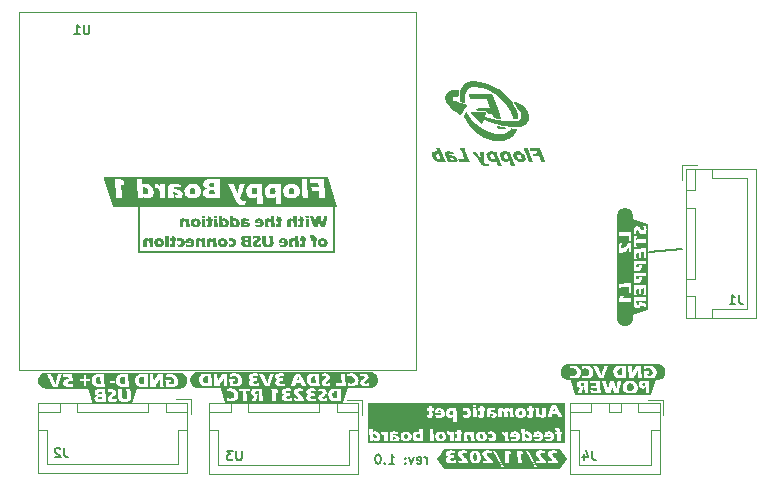
<source format=gbr>
%TF.GenerationSoftware,KiCad,Pcbnew,7.0.7*%
%TF.CreationDate,2024-01-02T18:34:25+01:00*%
%TF.ProjectId,maui feeder circuit,6d617569-2066-4656-9564-657220636972,1.0*%
%TF.SameCoordinates,Original*%
%TF.FileFunction,Legend,Bot*%
%TF.FilePolarity,Positive*%
%FSLAX46Y46*%
G04 Gerber Fmt 4.6, Leading zero omitted, Abs format (unit mm)*
G04 Created by KiCad (PCBNEW 7.0.7) date 2024-01-02 18:34:25*
%MOMM*%
%LPD*%
G01*
G04 APERTURE LIST*
%ADD10C,0.150000*%
%ADD11C,0.120000*%
G04 APERTURE END LIST*
D10*
X157736000Y-76925000D02*
X157736000Y-80735000D01*
X184406000Y-80735000D02*
X187200000Y-80481000D01*
X157736000Y-80735000D02*
X141226000Y-80735000D01*
X141226000Y-80735000D02*
X141226000Y-76925000D01*
X165574839Y-98663295D02*
X165574839Y-98129961D01*
X165574839Y-98282342D02*
X165536744Y-98206152D01*
X165536744Y-98206152D02*
X165498649Y-98168057D01*
X165498649Y-98168057D02*
X165422458Y-98129961D01*
X165422458Y-98129961D02*
X165346268Y-98129961D01*
X164774839Y-98625200D02*
X164851030Y-98663295D01*
X164851030Y-98663295D02*
X165003411Y-98663295D01*
X165003411Y-98663295D02*
X165079601Y-98625200D01*
X165079601Y-98625200D02*
X165117697Y-98549009D01*
X165117697Y-98549009D02*
X165117697Y-98244247D01*
X165117697Y-98244247D02*
X165079601Y-98168057D01*
X165079601Y-98168057D02*
X165003411Y-98129961D01*
X165003411Y-98129961D02*
X164851030Y-98129961D01*
X164851030Y-98129961D02*
X164774839Y-98168057D01*
X164774839Y-98168057D02*
X164736744Y-98244247D01*
X164736744Y-98244247D02*
X164736744Y-98320438D01*
X164736744Y-98320438D02*
X165117697Y-98396628D01*
X164470078Y-98129961D02*
X164279602Y-98663295D01*
X164279602Y-98663295D02*
X164089125Y-98129961D01*
X163784363Y-98587104D02*
X163746268Y-98625200D01*
X163746268Y-98625200D02*
X163784363Y-98663295D01*
X163784363Y-98663295D02*
X163822459Y-98625200D01*
X163822459Y-98625200D02*
X163784363Y-98587104D01*
X163784363Y-98587104D02*
X163784363Y-98663295D01*
X163784363Y-98168057D02*
X163746268Y-98206152D01*
X163746268Y-98206152D02*
X163784363Y-98244247D01*
X163784363Y-98244247D02*
X163822459Y-98206152D01*
X163822459Y-98206152D02*
X163784363Y-98168057D01*
X163784363Y-98168057D02*
X163784363Y-98244247D01*
X162374840Y-98663295D02*
X162831983Y-98663295D01*
X162603411Y-98663295D02*
X162603411Y-97863295D01*
X162603411Y-97863295D02*
X162679602Y-97977580D01*
X162679602Y-97977580D02*
X162755792Y-98053771D01*
X162755792Y-98053771D02*
X162831983Y-98091866D01*
X162031982Y-98587104D02*
X161993887Y-98625200D01*
X161993887Y-98625200D02*
X162031982Y-98663295D01*
X162031982Y-98663295D02*
X162070078Y-98625200D01*
X162070078Y-98625200D02*
X162031982Y-98587104D01*
X162031982Y-98587104D02*
X162031982Y-98663295D01*
X161498649Y-97863295D02*
X161422459Y-97863295D01*
X161422459Y-97863295D02*
X161346268Y-97901390D01*
X161346268Y-97901390D02*
X161308173Y-97939485D01*
X161308173Y-97939485D02*
X161270078Y-98015676D01*
X161270078Y-98015676D02*
X161231983Y-98168057D01*
X161231983Y-98168057D02*
X161231983Y-98358533D01*
X161231983Y-98358533D02*
X161270078Y-98510914D01*
X161270078Y-98510914D02*
X161308173Y-98587104D01*
X161308173Y-98587104D02*
X161346268Y-98625200D01*
X161346268Y-98625200D02*
X161422459Y-98663295D01*
X161422459Y-98663295D02*
X161498649Y-98663295D01*
X161498649Y-98663295D02*
X161574840Y-98625200D01*
X161574840Y-98625200D02*
X161612935Y-98587104D01*
X161612935Y-98587104D02*
X161651030Y-98510914D01*
X161651030Y-98510914D02*
X161689126Y-98358533D01*
X161689126Y-98358533D02*
X161689126Y-98168057D01*
X161689126Y-98168057D02*
X161651030Y-98015676D01*
X161651030Y-98015676D02*
X161612935Y-97939485D01*
X161612935Y-97939485D02*
X161574840Y-97901390D01*
X161574840Y-97901390D02*
X161498649Y-97863295D01*
G36*
X156973254Y-78631000D02*
G01*
X156997678Y-78498131D01*
X156999839Y-78486457D01*
X157002289Y-78473661D01*
X157004316Y-78463328D01*
X157006507Y-78452364D01*
X157008862Y-78440768D01*
X157011379Y-78428541D01*
X157014059Y-78415683D01*
X157016903Y-78402195D01*
X157019910Y-78388074D01*
X157022005Y-78378310D01*
X157023080Y-78373323D01*
X157134943Y-77860169D01*
X157177930Y-77677231D01*
X157166037Y-77677438D01*
X157154479Y-77677632D01*
X157143254Y-77677812D01*
X157132363Y-77677979D01*
X157121806Y-77678133D01*
X157111583Y-77678273D01*
X157101694Y-77678400D01*
X157087487Y-77678565D01*
X157074031Y-77678700D01*
X157061326Y-77678806D01*
X157049373Y-77678881D01*
X157038171Y-77678926D01*
X157027720Y-77678941D01*
X157016181Y-77678926D01*
X157004187Y-77678881D01*
X156991738Y-77678806D01*
X156978834Y-77678700D01*
X156965474Y-77678565D01*
X156951660Y-77678400D01*
X156937390Y-77678205D01*
X156922665Y-77677979D01*
X156912596Y-77677812D01*
X156902325Y-77677632D01*
X156891851Y-77677438D01*
X156881175Y-77677231D01*
X156878766Y-77691808D01*
X156876423Y-77705861D01*
X156874148Y-77719392D01*
X156871939Y-77732400D01*
X156869797Y-77744885D01*
X156867722Y-77756847D01*
X156865714Y-77768286D01*
X156863772Y-77779203D01*
X156861898Y-77789596D01*
X156860090Y-77799467D01*
X156857503Y-77813293D01*
X156855066Y-77825943D01*
X156852780Y-77837416D01*
X156850644Y-77847713D01*
X156792759Y-78124928D01*
X156790539Y-78136108D01*
X156788336Y-78147299D01*
X156786150Y-78158502D01*
X156783981Y-78169716D01*
X156781830Y-78180942D01*
X156779696Y-78192179D01*
X156777578Y-78203428D01*
X156775479Y-78214688D01*
X156773396Y-78225959D01*
X156771330Y-78237242D01*
X156769282Y-78248536D01*
X156767251Y-78259842D01*
X156765237Y-78271159D01*
X156763240Y-78282488D01*
X156761260Y-78293828D01*
X156759297Y-78305180D01*
X156745376Y-78246073D01*
X156663799Y-77928557D01*
X156605913Y-77677475D01*
X156593532Y-77677653D01*
X156581424Y-77677819D01*
X156569589Y-77677973D01*
X156558026Y-77678117D01*
X156546737Y-77678248D01*
X156535720Y-77678368D01*
X156524976Y-77678477D01*
X156514505Y-77678575D01*
X156504307Y-77678660D01*
X156494382Y-77678735D01*
X156480006Y-77678825D01*
X156466243Y-77678889D01*
X156453095Y-77678928D01*
X156440561Y-77678941D01*
X156427069Y-77678928D01*
X156413158Y-77678889D01*
X156398825Y-77678825D01*
X156389036Y-77678768D01*
X156379060Y-77678699D01*
X156368898Y-77678619D01*
X156358548Y-77678527D01*
X156348011Y-77678424D01*
X156337287Y-77678310D01*
X156326377Y-77678184D01*
X156315279Y-77678046D01*
X156303994Y-77677898D01*
X156292522Y-77677737D01*
X156280863Y-77677566D01*
X156274964Y-77677475D01*
X156230756Y-77973254D01*
X156176778Y-78305424D01*
X156159437Y-78239478D01*
X156156581Y-78229735D01*
X156153690Y-78219924D01*
X156150765Y-78210043D01*
X156147805Y-78200094D01*
X156144811Y-78190076D01*
X156143806Y-78186722D01*
X156140769Y-78176968D01*
X156137705Y-78167318D01*
X156134075Y-78156028D01*
X156130983Y-78146483D01*
X156127572Y-78136015D01*
X156123844Y-78124624D01*
X156119799Y-78112310D01*
X156115435Y-78099073D01*
X156112350Y-78089735D01*
X156109123Y-78079988D01*
X156025592Y-77816450D01*
X155984803Y-77677475D01*
X155973826Y-77677564D01*
X155963119Y-77677647D01*
X155952684Y-77677724D01*
X155942519Y-77677796D01*
X155932625Y-77677862D01*
X155918293Y-77677950D01*
X155904570Y-77678025D01*
X155891456Y-77678087D01*
X155878953Y-77678137D01*
X155867059Y-77678173D01*
X155855774Y-77678197D01*
X155845100Y-77678207D01*
X155841677Y-77678208D01*
X155829961Y-77678202D01*
X155817803Y-77678182D01*
X155805203Y-77678150D01*
X155792161Y-77678105D01*
X155778676Y-77678047D01*
X155764749Y-77677976D01*
X155750380Y-77677893D01*
X155740555Y-77677830D01*
X155730533Y-77677761D01*
X155720315Y-77677687D01*
X155709901Y-77677606D01*
X155699289Y-77677521D01*
X155693910Y-77677475D01*
X155964043Y-78486163D01*
X156008006Y-78631000D01*
X156021498Y-78630822D01*
X156034740Y-78630656D01*
X156047731Y-78630501D01*
X156060473Y-78630358D01*
X156072965Y-78630227D01*
X156085206Y-78630106D01*
X156097198Y-78629998D01*
X156108940Y-78629900D01*
X156120432Y-78629815D01*
X156131674Y-78629740D01*
X156142665Y-78629677D01*
X156153407Y-78629626D01*
X156163899Y-78629586D01*
X156174141Y-78629557D01*
X156184133Y-78629540D01*
X156193875Y-78629534D01*
X156204104Y-78629540D01*
X156214518Y-78629557D01*
X156225116Y-78629586D01*
X156235900Y-78629626D01*
X156246869Y-78629677D01*
X156258023Y-78629740D01*
X156269363Y-78629815D01*
X156280887Y-78629900D01*
X156292596Y-78629998D01*
X156304491Y-78630106D01*
X156316570Y-78630227D01*
X156328835Y-78630358D01*
X156341284Y-78630501D01*
X156353919Y-78630656D01*
X156366739Y-78630822D01*
X156379744Y-78631000D01*
X156396841Y-78530616D01*
X156457169Y-78202842D01*
X156458967Y-78191616D01*
X156460695Y-78180287D01*
X156462355Y-78168856D01*
X156463947Y-78157321D01*
X156465221Y-78147630D01*
X156465962Y-78141781D01*
X156466993Y-78131070D01*
X156467656Y-78121257D01*
X156468173Y-78110336D01*
X156468545Y-78098309D01*
X156468772Y-78085176D01*
X156468847Y-78074599D01*
X156468840Y-78063400D01*
X156468752Y-78051578D01*
X156468648Y-78043351D01*
X156485013Y-78151551D01*
X156487849Y-78162783D01*
X156490709Y-78174038D01*
X156493592Y-78185318D01*
X156496500Y-78196621D01*
X156499431Y-78207948D01*
X156502386Y-78219300D01*
X156503575Y-78223847D01*
X156615927Y-78631000D01*
X156629475Y-78630822D01*
X156642702Y-78630656D01*
X156655609Y-78630501D01*
X156668195Y-78630358D01*
X156680460Y-78630227D01*
X156692405Y-78630106D01*
X156704030Y-78629998D01*
X156715334Y-78629900D01*
X156726317Y-78629815D01*
X156736980Y-78629740D01*
X156747322Y-78629677D01*
X156757344Y-78629626D01*
X156771775Y-78629570D01*
X156785485Y-78629540D01*
X156794224Y-78629534D01*
X156808165Y-78629547D01*
X156822695Y-78629586D01*
X156832708Y-78629626D01*
X156842982Y-78629677D01*
X156853518Y-78629740D01*
X156864315Y-78629815D01*
X156875374Y-78629900D01*
X156886694Y-78629998D01*
X156898275Y-78630106D01*
X156910118Y-78630227D01*
X156922223Y-78630358D01*
X156934588Y-78630501D01*
X156947216Y-78630656D01*
X156960104Y-78630822D01*
X156973254Y-78631000D01*
G37*
G36*
X155608669Y-77834035D02*
G01*
X155608107Y-77823540D01*
X155607582Y-77813366D01*
X155607092Y-77803512D01*
X155606426Y-77789333D01*
X155605842Y-77775875D01*
X155605339Y-77763138D01*
X155604917Y-77751122D01*
X155604577Y-77739828D01*
X155604319Y-77729255D01*
X155604142Y-77719403D01*
X155604033Y-77707389D01*
X155604029Y-77704586D01*
X155604144Y-77693806D01*
X155604373Y-77683391D01*
X155604674Y-77672500D01*
X155605006Y-77661844D01*
X155593753Y-77661992D01*
X155582772Y-77662130D01*
X155572062Y-77662259D01*
X155561622Y-77662378D01*
X155551454Y-77662488D01*
X155541556Y-77662588D01*
X155527218Y-77662720D01*
X155513489Y-77662831D01*
X155500370Y-77662921D01*
X155487861Y-77662989D01*
X155475961Y-77663035D01*
X155464671Y-77663060D01*
X155457483Y-77663065D01*
X155443012Y-77663052D01*
X155428726Y-77663014D01*
X155414625Y-77662949D01*
X155400708Y-77662859D01*
X155386976Y-77662743D01*
X155373428Y-77662601D01*
X155360065Y-77662434D01*
X155346887Y-77662241D01*
X155333893Y-77662022D01*
X155321084Y-77661777D01*
X155312647Y-77661600D01*
X155313752Y-77671866D01*
X155314824Y-77682477D01*
X155315763Y-77692800D01*
X155316507Y-77702999D01*
X155316555Y-77703854D01*
X155320463Y-77783721D01*
X155321104Y-77793643D01*
X155321515Y-77803778D01*
X155321785Y-77815268D01*
X155321905Y-77826196D01*
X155321928Y-77834035D01*
X155336009Y-77833773D01*
X155349858Y-77833537D01*
X155363475Y-77833327D01*
X155376860Y-77833142D01*
X155390013Y-77832983D01*
X155402935Y-77832850D01*
X155415625Y-77832743D01*
X155428082Y-77832661D01*
X155440308Y-77832605D01*
X155452302Y-77832575D01*
X155460170Y-77832570D01*
X155472473Y-77832583D01*
X155485111Y-77832621D01*
X155498084Y-77832686D01*
X155511392Y-77832776D01*
X155525035Y-77832892D01*
X155539013Y-77833033D01*
X155553325Y-77833201D01*
X155567972Y-77833394D01*
X155577923Y-77833537D01*
X155588023Y-77833692D01*
X155598272Y-77833858D01*
X155608669Y-77834035D01*
G37*
G36*
X155652389Y-78631244D02*
G01*
X155651098Y-78619793D01*
X155649851Y-78608644D01*
X155648648Y-78597796D01*
X155647489Y-78587250D01*
X155646373Y-78577005D01*
X155645302Y-78567061D01*
X155643777Y-78552712D01*
X155642351Y-78539040D01*
X155641024Y-78526047D01*
X155639795Y-78513732D01*
X155638665Y-78502096D01*
X155637634Y-78491138D01*
X155637002Y-78484210D01*
X155636090Y-78473733D01*
X155635187Y-78462729D01*
X155634293Y-78451196D01*
X155633407Y-78439135D01*
X155632529Y-78426547D01*
X155631661Y-78413430D01*
X155630801Y-78399785D01*
X155629949Y-78385612D01*
X155629106Y-78370911D01*
X155628549Y-78360817D01*
X155627996Y-78350488D01*
X155627720Y-78345235D01*
X155627175Y-78334572D01*
X155626637Y-78323769D01*
X155626106Y-78312826D01*
X155625583Y-78301745D01*
X155625068Y-78290524D01*
X155624560Y-78279164D01*
X155624061Y-78267664D01*
X155623568Y-78256026D01*
X155623084Y-78244248D01*
X155622607Y-78232330D01*
X155622137Y-78220274D01*
X155621675Y-78208078D01*
X155621221Y-78195743D01*
X155620775Y-78183268D01*
X155620336Y-78170654D01*
X155619905Y-78157901D01*
X155619453Y-78144918D01*
X155619015Y-78131614D01*
X155618591Y-78117990D01*
X155618180Y-78104046D01*
X155617782Y-78089780D01*
X155617397Y-78075194D01*
X155617026Y-78060288D01*
X155616668Y-78045061D01*
X155616324Y-78029513D01*
X155615993Y-78013645D01*
X155615675Y-77997456D01*
X155615371Y-77980947D01*
X155615080Y-77964117D01*
X155614802Y-77946967D01*
X155614538Y-77929496D01*
X155614287Y-77911704D01*
X155602335Y-77911911D01*
X155590721Y-77912105D01*
X155579445Y-77912285D01*
X155568507Y-77912452D01*
X155557906Y-77912606D01*
X155547643Y-77912746D01*
X155537718Y-77912873D01*
X155523463Y-77913038D01*
X155509969Y-77913174D01*
X155497234Y-77913279D01*
X155485259Y-77913354D01*
X155474044Y-77913399D01*
X155463589Y-77913414D01*
X155450637Y-77913387D01*
X155439870Y-77913332D01*
X155428203Y-77913247D01*
X155415633Y-77913132D01*
X155402162Y-77912987D01*
X155387789Y-77912811D01*
X155377707Y-77912678D01*
X155367223Y-77912531D01*
X155356339Y-77912370D01*
X155345055Y-77912197D01*
X155333369Y-77912010D01*
X155321283Y-77911810D01*
X155315090Y-77911704D01*
X155316618Y-77928888D01*
X155318089Y-77945757D01*
X155319503Y-77962311D01*
X155320860Y-77978551D01*
X155322159Y-77994475D01*
X155323401Y-78010085D01*
X155324586Y-78025379D01*
X155325714Y-78040359D01*
X155326785Y-78055024D01*
X155327798Y-78069375D01*
X155328754Y-78083410D01*
X155329653Y-78097130D01*
X155330494Y-78110536D01*
X155331278Y-78123627D01*
X155332005Y-78136403D01*
X155332675Y-78148864D01*
X155333302Y-78161213D01*
X155333900Y-78173651D01*
X155334470Y-78186179D01*
X155335011Y-78198797D01*
X155335523Y-78211504D01*
X155336007Y-78224301D01*
X155336462Y-78237187D01*
X155336888Y-78250164D01*
X155337286Y-78263230D01*
X155337655Y-78276386D01*
X155337996Y-78289631D01*
X155338308Y-78302966D01*
X155338591Y-78316391D01*
X155338846Y-78329905D01*
X155339072Y-78343509D01*
X155339270Y-78357203D01*
X155339435Y-78369316D01*
X155339595Y-78381200D01*
X155339750Y-78392855D01*
X155339899Y-78404281D01*
X155340044Y-78415478D01*
X155340183Y-78426446D01*
X155340316Y-78437185D01*
X155340445Y-78447695D01*
X155340568Y-78457976D01*
X155340686Y-78468028D01*
X155340799Y-78477852D01*
X155341009Y-78496811D01*
X155341198Y-78514854D01*
X155341366Y-78531982D01*
X155341513Y-78548194D01*
X155341639Y-78563489D01*
X155341744Y-78577869D01*
X155341828Y-78591333D01*
X155341891Y-78603881D01*
X155341933Y-78615513D01*
X155341954Y-78626229D01*
X155341956Y-78631244D01*
X155353012Y-78631037D01*
X155363831Y-78630843D01*
X155374414Y-78630663D01*
X155384760Y-78630496D01*
X155394869Y-78630342D01*
X155404742Y-78630202D01*
X155419107Y-78630017D01*
X155432941Y-78629861D01*
X155446241Y-78629736D01*
X155459010Y-78629641D01*
X155471246Y-78629576D01*
X155482949Y-78629541D01*
X155490456Y-78629534D01*
X155501798Y-78629549D01*
X155513935Y-78629594D01*
X155526865Y-78629669D01*
X155540591Y-78629774D01*
X155555110Y-78629910D01*
X155565231Y-78630017D01*
X155575705Y-78630137D01*
X155586531Y-78630270D01*
X155597711Y-78630417D01*
X155609244Y-78630578D01*
X155621130Y-78630751D01*
X155633369Y-78630938D01*
X155645961Y-78631139D01*
X155652389Y-78631244D01*
G37*
G36*
X154681524Y-78409471D02*
G01*
X154684305Y-78422758D01*
X154686970Y-78435784D01*
X154689520Y-78448547D01*
X154691954Y-78461048D01*
X154694271Y-78473288D01*
X154696473Y-78485266D01*
X154698559Y-78496981D01*
X154700529Y-78508435D01*
X154702383Y-78519627D01*
X154704121Y-78530557D01*
X154705215Y-78537699D01*
X154721335Y-78630023D01*
X154734856Y-78632010D01*
X154747759Y-78633852D01*
X154760044Y-78635548D01*
X154771710Y-78637098D01*
X154782758Y-78638502D01*
X154793188Y-78639760D01*
X154803000Y-78640872D01*
X154815121Y-78642127D01*
X154826142Y-78643123D01*
X154833687Y-78643700D01*
X154845681Y-78644544D01*
X154857543Y-78645246D01*
X154869275Y-78645804D01*
X154880875Y-78646219D01*
X154892345Y-78646491D01*
X154903682Y-78646620D01*
X154908181Y-78646631D01*
X154919198Y-78646539D01*
X154929991Y-78646262D01*
X154940561Y-78645800D01*
X154950908Y-78645154D01*
X154961032Y-78644323D01*
X154970932Y-78643308D01*
X154983786Y-78641667D01*
X154996242Y-78639698D01*
X155008301Y-78637400D01*
X155014182Y-78636129D01*
X155025616Y-78633224D01*
X155036592Y-78629763D01*
X155047109Y-78625744D01*
X155057169Y-78621169D01*
X155066771Y-78616036D01*
X155075915Y-78610346D01*
X155084601Y-78604098D01*
X155092829Y-78597294D01*
X155100450Y-78590024D01*
X155107437Y-78582502D01*
X155113791Y-78574728D01*
X155119512Y-78566703D01*
X155125772Y-78556316D01*
X155131042Y-78545536D01*
X155135322Y-78534363D01*
X155136060Y-78532081D01*
X155139367Y-78520537D01*
X155142113Y-78508802D01*
X155144299Y-78496876D01*
X155145644Y-78487198D01*
X155146631Y-78477397D01*
X155147259Y-78467475D01*
X155147528Y-78457431D01*
X155147539Y-78454900D01*
X155147356Y-78444948D01*
X155147017Y-78435059D01*
X155146806Y-78429743D01*
X155146322Y-78419744D01*
X155145647Y-78407843D01*
X155144900Y-78395577D01*
X155144182Y-78384227D01*
X155143358Y-78371512D01*
X155142670Y-78361078D01*
X155141921Y-78349876D01*
X155127267Y-78115159D01*
X155234489Y-78115159D01*
X155233767Y-78104576D01*
X155233067Y-78093620D01*
X155232388Y-78082291D01*
X155231730Y-78070588D01*
X155231094Y-78058512D01*
X155230479Y-78046062D01*
X155229886Y-78033238D01*
X155229314Y-78020041D01*
X155228764Y-78006471D01*
X155228235Y-77992527D01*
X155227895Y-77983023D01*
X155225452Y-77911949D01*
X155110658Y-77911949D01*
X155109589Y-77901916D01*
X155108621Y-77890765D01*
X155107830Y-77880579D01*
X155106984Y-77868829D01*
X155106082Y-77855517D01*
X155105123Y-77840642D01*
X155104454Y-77829857D01*
X155103759Y-77818378D01*
X155103040Y-77806204D01*
X155102296Y-77793335D01*
X155101527Y-77779772D01*
X155101133Y-77772730D01*
X154977790Y-77744398D01*
X154965758Y-77741665D01*
X154953204Y-77738619D01*
X154942081Y-77735834D01*
X154929494Y-77732620D01*
X154915442Y-77728976D01*
X154905261Y-77726309D01*
X154894430Y-77723450D01*
X154882948Y-77720401D01*
X154870815Y-77717161D01*
X154858031Y-77713730D01*
X154844597Y-77710109D01*
X154830512Y-77706296D01*
X154831169Y-77719378D01*
X154831798Y-77732430D01*
X154832398Y-77745451D01*
X154832969Y-77758442D01*
X154833512Y-77771402D01*
X154834027Y-77784332D01*
X154834512Y-77797231D01*
X154834969Y-77810099D01*
X154835398Y-77822937D01*
X154835797Y-77835745D01*
X154836168Y-77848522D01*
X154836511Y-77861268D01*
X154836825Y-77873984D01*
X154837110Y-77886669D01*
X154837367Y-77899324D01*
X154837595Y-77911949D01*
X154681035Y-77911949D01*
X154681715Y-77930316D01*
X154682352Y-77947929D01*
X154682944Y-77964785D01*
X154683493Y-77980886D01*
X154683997Y-77996231D01*
X154684458Y-78010821D01*
X154684875Y-78024655D01*
X154685248Y-78037734D01*
X154685577Y-78050056D01*
X154685863Y-78061624D01*
X154686104Y-78072435D01*
X154686302Y-78082491D01*
X154686516Y-78096158D01*
X154686631Y-78108125D01*
X154686653Y-78115159D01*
X154844922Y-78115159D01*
X154852738Y-78283198D01*
X154853160Y-78294794D01*
X154853511Y-78305008D01*
X154853837Y-78315438D01*
X154854112Y-78326245D01*
X154854203Y-78333512D01*
X154854042Y-78343741D01*
X154853424Y-78355212D01*
X154852342Y-78365808D01*
X154850797Y-78375528D01*
X154848407Y-78385762D01*
X154847609Y-78388466D01*
X154843731Y-78398328D01*
X154837983Y-78407597D01*
X154830765Y-78414934D01*
X154825138Y-78418752D01*
X154815880Y-78423121D01*
X154805964Y-78426060D01*
X154795392Y-78427569D01*
X154789235Y-78427789D01*
X154779169Y-78427575D01*
X154768817Y-78426931D01*
X154758180Y-78425857D01*
X154756018Y-78425591D01*
X154744767Y-78423759D01*
X154733104Y-78421424D01*
X154721272Y-78418848D01*
X154710424Y-78416375D01*
X154698347Y-78413536D01*
X154688484Y-78411166D01*
X154681524Y-78409471D01*
G37*
G36*
X154619730Y-78631244D02*
G01*
X154618262Y-78617530D01*
X154616849Y-78604171D01*
X154615491Y-78591167D01*
X154614189Y-78578518D01*
X154612942Y-78566224D01*
X154611750Y-78554284D01*
X154610614Y-78542700D01*
X154609533Y-78531471D01*
X154608507Y-78520596D01*
X154607537Y-78510076D01*
X154606622Y-78499912D01*
X154605762Y-78490102D01*
X154604577Y-78476053D01*
X154603516Y-78462802D01*
X154602877Y-78454412D01*
X154601684Y-78436958D01*
X154600485Y-78419157D01*
X154599280Y-78401009D01*
X154598069Y-78382513D01*
X154596852Y-78363670D01*
X154595630Y-78344480D01*
X154594402Y-78324942D01*
X154593786Y-78315043D01*
X154593169Y-78305057D01*
X154592550Y-78294985D01*
X154591929Y-78284825D01*
X154591308Y-78274579D01*
X154590684Y-78264246D01*
X154590060Y-78253826D01*
X154589434Y-78243319D01*
X154588806Y-78232726D01*
X154588177Y-78222045D01*
X154587547Y-78211278D01*
X154586915Y-78200424D01*
X154586282Y-78189483D01*
X154585647Y-78178456D01*
X154585011Y-78167341D01*
X154584373Y-78156140D01*
X154583734Y-78144852D01*
X154583094Y-78133477D01*
X154582313Y-78118432D01*
X154581560Y-78103462D01*
X154580833Y-78088566D01*
X154580132Y-78073744D01*
X154579459Y-78058997D01*
X154578812Y-78044324D01*
X154578192Y-78029726D01*
X154577598Y-78015202D01*
X154577032Y-78000753D01*
X154576492Y-77986378D01*
X154575978Y-77972077D01*
X154575492Y-77957851D01*
X154575032Y-77943699D01*
X154574599Y-77929622D01*
X154574192Y-77915619D01*
X154573812Y-77901690D01*
X154573428Y-77887762D01*
X154573068Y-77873820D01*
X154572733Y-77859865D01*
X154572423Y-77845896D01*
X154572138Y-77831914D01*
X154571878Y-77817919D01*
X154571642Y-77803910D01*
X154571431Y-77789888D01*
X154571245Y-77775853D01*
X154571084Y-77761804D01*
X154570947Y-77747742D01*
X154570836Y-77733667D01*
X154570749Y-77719578D01*
X154570687Y-77705476D01*
X154570650Y-77691360D01*
X154570637Y-77677231D01*
X154558917Y-77677438D01*
X154547511Y-77677632D01*
X154536417Y-77677812D01*
X154525636Y-77677979D01*
X154515167Y-77678133D01*
X154505012Y-77678273D01*
X154495170Y-77678400D01*
X154480994Y-77678565D01*
X154467521Y-77678700D01*
X154454753Y-77678806D01*
X154442688Y-77678881D01*
X154431328Y-77678926D01*
X154420672Y-77678941D01*
X154406792Y-77678926D01*
X154392903Y-77678881D01*
X154379005Y-77678806D01*
X154365099Y-77678700D01*
X154351185Y-77678565D01*
X154337261Y-77678400D01*
X154323330Y-77678205D01*
X154309389Y-77677979D01*
X154295440Y-77677724D01*
X154281482Y-77677438D01*
X154272173Y-77677231D01*
X154287316Y-77853330D01*
X154288212Y-77864592D01*
X154289193Y-77877739D01*
X154289984Y-77888837D01*
X154290822Y-77900995D01*
X154291707Y-77914213D01*
X154292639Y-77928492D01*
X154293287Y-77938601D01*
X154293956Y-77949180D01*
X154294646Y-77960231D01*
X154295357Y-77971754D01*
X154296088Y-77983747D01*
X154296841Y-77996212D01*
X154290132Y-77988381D01*
X154282967Y-77980806D01*
X154275295Y-77973172D01*
X154274371Y-77972277D01*
X154266738Y-77965102D01*
X154258739Y-77958233D01*
X154250374Y-77951669D01*
X154241642Y-77945410D01*
X154232559Y-77939441D01*
X154223385Y-77933991D01*
X154214119Y-77929061D01*
X154204762Y-77924649D01*
X154194915Y-77920512D01*
X154184428Y-77916650D01*
X154174726Y-77913496D01*
X154164533Y-77910553D01*
X154161531Y-77909750D01*
X154150635Y-77907017D01*
X154140960Y-77904916D01*
X154130977Y-77903039D01*
X154120684Y-77901384D01*
X154110083Y-77899953D01*
X154108286Y-77899736D01*
X154097326Y-77898574D01*
X154086247Y-77897653D01*
X154075047Y-77896972D01*
X154063727Y-77896531D01*
X154052286Y-77896330D01*
X154048446Y-77896317D01*
X154037348Y-77896435D01*
X154026310Y-77896789D01*
X154015332Y-77897380D01*
X154004414Y-77898206D01*
X153993556Y-77899269D01*
X153982758Y-77900567D01*
X153972021Y-77902102D01*
X153961343Y-77903873D01*
X153950726Y-77905880D01*
X153940168Y-77908124D01*
X153933163Y-77909750D01*
X153922818Y-77912447D01*
X153912756Y-77915501D01*
X153902977Y-77918910D01*
X153893482Y-77922676D01*
X153884270Y-77926798D01*
X153875341Y-77931277D01*
X153866696Y-77936112D01*
X153858334Y-77941303D01*
X153850255Y-77946851D01*
X153842460Y-77952755D01*
X153837420Y-77956889D01*
X153827807Y-77965442D01*
X153818995Y-77974246D01*
X153810985Y-77983302D01*
X153803776Y-77992610D01*
X153797368Y-78002170D01*
X153791762Y-78011981D01*
X153786957Y-78022045D01*
X153782954Y-78032360D01*
X153779577Y-78042916D01*
X153776650Y-78053701D01*
X153774173Y-78064715D01*
X153772146Y-78075958D01*
X153770570Y-78087429D01*
X153769444Y-78099130D01*
X153768769Y-78111060D01*
X153768544Y-78123219D01*
X153768605Y-78133355D01*
X153768758Y-78143426D01*
X153769006Y-78154619D01*
X153769292Y-78165106D01*
X153769521Y-78172556D01*
X153769892Y-78182490D01*
X153770394Y-78193211D01*
X153771027Y-78204720D01*
X153771628Y-78214493D01*
X153772313Y-78224771D01*
X153773082Y-78235552D01*
X153773935Y-78246837D01*
X153774161Y-78249736D01*
X153789304Y-78480546D01*
X153789942Y-78491064D01*
X153790510Y-78501123D01*
X153791125Y-78513054D01*
X153791631Y-78524269D01*
X153792031Y-78534769D01*
X153792323Y-78544553D01*
X153792480Y-78551865D01*
X153792563Y-78563214D01*
X153792619Y-78573917D01*
X153792663Y-78585754D01*
X153792690Y-78596038D01*
X153792709Y-78607048D01*
X153792720Y-78618784D01*
X153792724Y-78631244D01*
X153802562Y-78631037D01*
X153817120Y-78630751D01*
X153831436Y-78630496D01*
X153845513Y-78630270D01*
X153859349Y-78630075D01*
X153872944Y-78629910D01*
X153886299Y-78629774D01*
X153899414Y-78629669D01*
X153912288Y-78629594D01*
X153924922Y-78629549D01*
X153937316Y-78629534D01*
X153951195Y-78629549D01*
X153965262Y-78629594D01*
X153979519Y-78629669D01*
X153993965Y-78629774D01*
X154008599Y-78629910D01*
X154018461Y-78630017D01*
X154028406Y-78630137D01*
X154038435Y-78630270D01*
X154048548Y-78630417D01*
X154058745Y-78630578D01*
X154069026Y-78630751D01*
X154079391Y-78630938D01*
X154089841Y-78631139D01*
X154095096Y-78631244D01*
X154093524Y-78618684D01*
X154091982Y-78605980D01*
X154090471Y-78593130D01*
X154088990Y-78580136D01*
X154087540Y-78566996D01*
X154086121Y-78553712D01*
X154084731Y-78540282D01*
X154083373Y-78526708D01*
X154082045Y-78512988D01*
X154080747Y-78499124D01*
X154079480Y-78485114D01*
X154078244Y-78470959D01*
X154077038Y-78456660D01*
X154075862Y-78442215D01*
X154074717Y-78427625D01*
X154073603Y-78412891D01*
X154072509Y-78398290D01*
X154071485Y-78384165D01*
X154070532Y-78370515D01*
X154069649Y-78357341D01*
X154068838Y-78344641D01*
X154068096Y-78332416D01*
X154067426Y-78320667D01*
X154066825Y-78309393D01*
X154066296Y-78298594D01*
X154065837Y-78288270D01*
X154065449Y-78278421D01*
X154064999Y-78264538D01*
X154064707Y-78251725D01*
X154064575Y-78239980D01*
X154064566Y-78236303D01*
X154064785Y-78225495D01*
X154065442Y-78215326D01*
X154066999Y-78202763D01*
X154069335Y-78191337D01*
X154072449Y-78181048D01*
X154076341Y-78171896D01*
X154082302Y-78162056D01*
X154089479Y-78153993D01*
X154097599Y-78147309D01*
X154106543Y-78141757D01*
X154116309Y-78137339D01*
X154126898Y-78134053D01*
X154138310Y-78131900D01*
X154150544Y-78130881D01*
X154155669Y-78130790D01*
X154167285Y-78131166D01*
X154178471Y-78132293D01*
X154189228Y-78134171D01*
X154199556Y-78136801D01*
X154209455Y-78140182D01*
X154218924Y-78144314D01*
X154222591Y-78146177D01*
X154232077Y-78151730D01*
X154241116Y-78158313D01*
X154249708Y-78165927D01*
X154256527Y-78173058D01*
X154263036Y-78180906D01*
X154268020Y-78187699D01*
X154274151Y-78197530D01*
X154278972Y-78206891D01*
X154283530Y-78217313D01*
X154287826Y-78228797D01*
X154291073Y-78238748D01*
X154294153Y-78249378D01*
X154296353Y-78257796D01*
X154298820Y-78268950D01*
X154301184Y-78281069D01*
X154303445Y-78294155D01*
X154305603Y-78308206D01*
X154306985Y-78318110D01*
X154308321Y-78328444D01*
X154309610Y-78339207D01*
X154310855Y-78350399D01*
X154312053Y-78362020D01*
X154313205Y-78374071D01*
X154314312Y-78386552D01*
X154315373Y-78399461D01*
X154316388Y-78412800D01*
X154317357Y-78426568D01*
X154318138Y-78439075D01*
X154318923Y-78452964D01*
X154319449Y-78462991D01*
X154319976Y-78473633D01*
X154320506Y-78484889D01*
X154321037Y-78496759D01*
X154321571Y-78509244D01*
X154322106Y-78522344D01*
X154322643Y-78536058D01*
X154323182Y-78550386D01*
X154323723Y-78565329D01*
X154324266Y-78580886D01*
X154324811Y-78597057D01*
X154325357Y-78613843D01*
X154325906Y-78631244D01*
X154340186Y-78630938D01*
X154354173Y-78630663D01*
X154367869Y-78630417D01*
X154381273Y-78630202D01*
X154394385Y-78630017D01*
X154407205Y-78629861D01*
X154419732Y-78629736D01*
X154431968Y-78629641D01*
X154443912Y-78629576D01*
X154455565Y-78629541D01*
X154463170Y-78629534D01*
X154474964Y-78629549D01*
X154487353Y-78629594D01*
X154500340Y-78629669D01*
X154513923Y-78629774D01*
X154528104Y-78629910D01*
X154537889Y-78630017D01*
X154547939Y-78630137D01*
X154558254Y-78630270D01*
X154568835Y-78630417D01*
X154579681Y-78630578D01*
X154590792Y-78630751D01*
X154602168Y-78630938D01*
X154613810Y-78631139D01*
X154619730Y-78631244D01*
G37*
G36*
X152783268Y-78409471D02*
G01*
X152786050Y-78422758D01*
X152788715Y-78435784D01*
X152791264Y-78448547D01*
X152793698Y-78461048D01*
X152796016Y-78473288D01*
X152798218Y-78485266D01*
X152800303Y-78496981D01*
X152802273Y-78508435D01*
X152804127Y-78519627D01*
X152805865Y-78530557D01*
X152806960Y-78537699D01*
X152823080Y-78630023D01*
X152836601Y-78632010D01*
X152849504Y-78633852D01*
X152861788Y-78635548D01*
X152873455Y-78637098D01*
X152884503Y-78638502D01*
X152894933Y-78639760D01*
X152904745Y-78640872D01*
X152916865Y-78642127D01*
X152927887Y-78643123D01*
X152935431Y-78643700D01*
X152947425Y-78644544D01*
X152959288Y-78645246D01*
X152971020Y-78645804D01*
X152982620Y-78646219D01*
X152994089Y-78646491D01*
X153005427Y-78646620D01*
X153009926Y-78646631D01*
X153020942Y-78646539D01*
X153031736Y-78646262D01*
X153042306Y-78645800D01*
X153052653Y-78645154D01*
X153062776Y-78644323D01*
X153072677Y-78643308D01*
X153085530Y-78641667D01*
X153097987Y-78639698D01*
X153110046Y-78637400D01*
X153115927Y-78636129D01*
X153127361Y-78633224D01*
X153138336Y-78629763D01*
X153148854Y-78625744D01*
X153158914Y-78621169D01*
X153168515Y-78616036D01*
X153177659Y-78610346D01*
X153186345Y-78604098D01*
X153194573Y-78597294D01*
X153202194Y-78590024D01*
X153209182Y-78582502D01*
X153215536Y-78574728D01*
X153221257Y-78566703D01*
X153227517Y-78556316D01*
X153232787Y-78545536D01*
X153237067Y-78534363D01*
X153237804Y-78532081D01*
X153241111Y-78520537D01*
X153243858Y-78508802D01*
X153246044Y-78496876D01*
X153247389Y-78487198D01*
X153248375Y-78477397D01*
X153249003Y-78467475D01*
X153249272Y-78457431D01*
X153249284Y-78454900D01*
X153249100Y-78444948D01*
X153248762Y-78435059D01*
X153248551Y-78429743D01*
X153248067Y-78419744D01*
X153247391Y-78407843D01*
X153246645Y-78395577D01*
X153245927Y-78384227D01*
X153245103Y-78371512D01*
X153244414Y-78361078D01*
X153243666Y-78349876D01*
X153229011Y-78115159D01*
X153336234Y-78115159D01*
X153335512Y-78104576D01*
X153334811Y-78093620D01*
X153334132Y-78082291D01*
X153333475Y-78070588D01*
X153332839Y-78058512D01*
X153332224Y-78046062D01*
X153331631Y-78033238D01*
X153331059Y-78020041D01*
X153330509Y-78006471D01*
X153329980Y-77992527D01*
X153329639Y-77983023D01*
X153327197Y-77911949D01*
X153212403Y-77911949D01*
X153211333Y-77901916D01*
X153210366Y-77890765D01*
X153209575Y-77880579D01*
X153208728Y-77868829D01*
X153207826Y-77855517D01*
X153206868Y-77840642D01*
X153206198Y-77829857D01*
X153205504Y-77818378D01*
X153204784Y-77806204D01*
X153204040Y-77793335D01*
X153203271Y-77779772D01*
X153202877Y-77772730D01*
X153079535Y-77744398D01*
X153067503Y-77741665D01*
X153054949Y-77738619D01*
X153043826Y-77735834D01*
X153031238Y-77732620D01*
X153017187Y-77728976D01*
X153007006Y-77726309D01*
X152996174Y-77723450D01*
X152984692Y-77720401D01*
X152972559Y-77717161D01*
X152959776Y-77713730D01*
X152946341Y-77710109D01*
X152932256Y-77706296D01*
X152932914Y-77719378D01*
X152933542Y-77732430D01*
X152934143Y-77745451D01*
X152934714Y-77758442D01*
X152935257Y-77771402D01*
X152935771Y-77784332D01*
X152936257Y-77797231D01*
X152936714Y-77810099D01*
X152937142Y-77822937D01*
X152937542Y-77835745D01*
X152937913Y-77848522D01*
X152938256Y-77861268D01*
X152938569Y-77873984D01*
X152938855Y-77886669D01*
X152939111Y-77899324D01*
X152939339Y-77911949D01*
X152782780Y-77911949D01*
X152783460Y-77930316D01*
X152784096Y-77947929D01*
X152784689Y-77964785D01*
X152785237Y-77980886D01*
X152785742Y-77996231D01*
X152786203Y-78010821D01*
X152786620Y-78024655D01*
X152786993Y-78037734D01*
X152787322Y-78050056D01*
X152787607Y-78061624D01*
X152787849Y-78072435D01*
X152788046Y-78082491D01*
X152788260Y-78096158D01*
X152788375Y-78108125D01*
X152788397Y-78115159D01*
X152946667Y-78115159D01*
X152954482Y-78283198D01*
X152954905Y-78294794D01*
X152955255Y-78305008D01*
X152955581Y-78315438D01*
X152955856Y-78326245D01*
X152955948Y-78333512D01*
X152955787Y-78343741D01*
X152955169Y-78355212D01*
X152954087Y-78365808D01*
X152952541Y-78375528D01*
X152950152Y-78385762D01*
X152949353Y-78388466D01*
X152945476Y-78398328D01*
X152939727Y-78407597D01*
X152932510Y-78414934D01*
X152926883Y-78418752D01*
X152917624Y-78423121D01*
X152907709Y-78426060D01*
X152897137Y-78427569D01*
X152890979Y-78427789D01*
X152880914Y-78427575D01*
X152870562Y-78426931D01*
X152859924Y-78425857D01*
X152857762Y-78425591D01*
X152846512Y-78423759D01*
X152834848Y-78421424D01*
X152823017Y-78418848D01*
X152812169Y-78416375D01*
X152800092Y-78413536D01*
X152790228Y-78411166D01*
X152783268Y-78409471D01*
G37*
G36*
X152721475Y-78631244D02*
G01*
X152720006Y-78617530D01*
X152718593Y-78604171D01*
X152717236Y-78591167D01*
X152715933Y-78578518D01*
X152714686Y-78566224D01*
X152713495Y-78554284D01*
X152712359Y-78542700D01*
X152711278Y-78531471D01*
X152710252Y-78520596D01*
X152709282Y-78510076D01*
X152708367Y-78499912D01*
X152707507Y-78490102D01*
X152706321Y-78476053D01*
X152705260Y-78462802D01*
X152704622Y-78454412D01*
X152703428Y-78436958D01*
X152702229Y-78419157D01*
X152701024Y-78401009D01*
X152699813Y-78382513D01*
X152698597Y-78363670D01*
X152697375Y-78344480D01*
X152696147Y-78324942D01*
X152695531Y-78315043D01*
X152694913Y-78305057D01*
X152694294Y-78294985D01*
X152693674Y-78284825D01*
X152693052Y-78274579D01*
X152692429Y-78264246D01*
X152691804Y-78253826D01*
X152691178Y-78243319D01*
X152690551Y-78232726D01*
X152689922Y-78222045D01*
X152689291Y-78211278D01*
X152688659Y-78200424D01*
X152688026Y-78189483D01*
X152687391Y-78178456D01*
X152686755Y-78167341D01*
X152686118Y-78156140D01*
X152685479Y-78144852D01*
X152684838Y-78133477D01*
X152684058Y-78118432D01*
X152683304Y-78103462D01*
X152682577Y-78088566D01*
X152681877Y-78073744D01*
X152681203Y-78058997D01*
X152680556Y-78044324D01*
X152679936Y-78029726D01*
X152679343Y-78015202D01*
X152678776Y-78000753D01*
X152678236Y-77986378D01*
X152677723Y-77972077D01*
X152677236Y-77957851D01*
X152676776Y-77943699D01*
X152676343Y-77929622D01*
X152675937Y-77915619D01*
X152675557Y-77901690D01*
X152675173Y-77887762D01*
X152674813Y-77873820D01*
X152674478Y-77859865D01*
X152674168Y-77845896D01*
X152673883Y-77831914D01*
X152673622Y-77817919D01*
X152673387Y-77803910D01*
X152673176Y-77789888D01*
X152672990Y-77775853D01*
X152672828Y-77761804D01*
X152672692Y-77747742D01*
X152672580Y-77733667D01*
X152672494Y-77719578D01*
X152672432Y-77705476D01*
X152672394Y-77691360D01*
X152672382Y-77677231D01*
X152660662Y-77677438D01*
X152649255Y-77677632D01*
X152638161Y-77677812D01*
X152627380Y-77677979D01*
X152616912Y-77678133D01*
X152606757Y-77678273D01*
X152596915Y-77678400D01*
X152582738Y-77678565D01*
X152569266Y-77678700D01*
X152556497Y-77678806D01*
X152544433Y-77678881D01*
X152533073Y-77678926D01*
X152522417Y-77678941D01*
X152508536Y-77678926D01*
X152494648Y-77678881D01*
X152480750Y-77678806D01*
X152466844Y-77678700D01*
X152452929Y-77678565D01*
X152439006Y-77678400D01*
X152425074Y-77678205D01*
X152411134Y-77677979D01*
X152397185Y-77677724D01*
X152383227Y-77677438D01*
X152373917Y-77677231D01*
X152389060Y-77853330D01*
X152389957Y-77864592D01*
X152390938Y-77877739D01*
X152391729Y-77888837D01*
X152392566Y-77900995D01*
X152393452Y-77914213D01*
X152394384Y-77928492D01*
X152395032Y-77938601D01*
X152395701Y-77949180D01*
X152396390Y-77960231D01*
X152397101Y-77971754D01*
X152397833Y-77983747D01*
X152398586Y-77996212D01*
X152391877Y-77988381D01*
X152384712Y-77980806D01*
X152377039Y-77973172D01*
X152376115Y-77972277D01*
X152368483Y-77965102D01*
X152360484Y-77958233D01*
X152352118Y-77951669D01*
X152343387Y-77945410D01*
X152334304Y-77939441D01*
X152325130Y-77933991D01*
X152315864Y-77929061D01*
X152306506Y-77924649D01*
X152296660Y-77920512D01*
X152286173Y-77916650D01*
X152276471Y-77913496D01*
X152266278Y-77910553D01*
X152263275Y-77909750D01*
X152252379Y-77907017D01*
X152242705Y-77904916D01*
X152232721Y-77903039D01*
X152222429Y-77901384D01*
X152211827Y-77899953D01*
X152210030Y-77899736D01*
X152199071Y-77898574D01*
X152187991Y-77897653D01*
X152176791Y-77896972D01*
X152165471Y-77896531D01*
X152154031Y-77896330D01*
X152150191Y-77896317D01*
X152139092Y-77896435D01*
X152128054Y-77896789D01*
X152117076Y-77897380D01*
X152106158Y-77898206D01*
X152095300Y-77899269D01*
X152084503Y-77900567D01*
X152073765Y-77902102D01*
X152063088Y-77903873D01*
X152052470Y-77905880D01*
X152041913Y-77908124D01*
X152034908Y-77909750D01*
X152024563Y-77912447D01*
X152014500Y-77915501D01*
X152004722Y-77918910D01*
X151995226Y-77922676D01*
X151986014Y-77926798D01*
X151977085Y-77931277D01*
X151968440Y-77936112D01*
X151960078Y-77941303D01*
X151952000Y-77946851D01*
X151944204Y-77952755D01*
X151939165Y-77956889D01*
X151929552Y-77965442D01*
X151920740Y-77974246D01*
X151912729Y-77983302D01*
X151905520Y-77992610D01*
X151899113Y-78002170D01*
X151893507Y-78011981D01*
X151888702Y-78022045D01*
X151884699Y-78032360D01*
X151881321Y-78042916D01*
X151878394Y-78053701D01*
X151875917Y-78064715D01*
X151873891Y-78075958D01*
X151872315Y-78087429D01*
X151871189Y-78099130D01*
X151870514Y-78111060D01*
X151870288Y-78123219D01*
X151870349Y-78133355D01*
X151870503Y-78143426D01*
X151870750Y-78154619D01*
X151871036Y-78165106D01*
X151871265Y-78172556D01*
X151871636Y-78182490D01*
X151872138Y-78193211D01*
X151872772Y-78204720D01*
X151873373Y-78214493D01*
X151874058Y-78224771D01*
X151874827Y-78235552D01*
X151875680Y-78246837D01*
X151875906Y-78249736D01*
X151891049Y-78480546D01*
X151891686Y-78491064D01*
X151892255Y-78501123D01*
X151892869Y-78513054D01*
X151893376Y-78524269D01*
X151893776Y-78534769D01*
X151894068Y-78544553D01*
X151894224Y-78551865D01*
X151894307Y-78563214D01*
X151894363Y-78573917D01*
X151894407Y-78585754D01*
X151894434Y-78596038D01*
X151894453Y-78607048D01*
X151894465Y-78618784D01*
X151894468Y-78631244D01*
X151904307Y-78631037D01*
X151918864Y-78630751D01*
X151933181Y-78630496D01*
X151947257Y-78630270D01*
X151961093Y-78630075D01*
X151974689Y-78629910D01*
X151988044Y-78629774D01*
X152001159Y-78629669D01*
X152014033Y-78629594D01*
X152026667Y-78629549D01*
X152039060Y-78629534D01*
X152052939Y-78629549D01*
X152067007Y-78629594D01*
X152081264Y-78629669D01*
X152095709Y-78629774D01*
X152110344Y-78629910D01*
X152120205Y-78630017D01*
X152130150Y-78630137D01*
X152140180Y-78630270D01*
X152150293Y-78630417D01*
X152160490Y-78630578D01*
X152170771Y-78630751D01*
X152181136Y-78630938D01*
X152191585Y-78631139D01*
X152196841Y-78631244D01*
X152195269Y-78618684D01*
X152193727Y-78605980D01*
X152192216Y-78593130D01*
X152190735Y-78580136D01*
X152189285Y-78566996D01*
X152187865Y-78553712D01*
X152186476Y-78540282D01*
X152185117Y-78526708D01*
X152183789Y-78512988D01*
X152182492Y-78499124D01*
X152181225Y-78485114D01*
X152179988Y-78470959D01*
X152178782Y-78456660D01*
X152177607Y-78442215D01*
X152176462Y-78427625D01*
X152175348Y-78412891D01*
X152174253Y-78398290D01*
X152173230Y-78384165D01*
X152172277Y-78370515D01*
X152171394Y-78357341D01*
X152170582Y-78344641D01*
X152169841Y-78332416D01*
X152169170Y-78320667D01*
X152168570Y-78309393D01*
X152168040Y-78298594D01*
X152167582Y-78288270D01*
X152167193Y-78278421D01*
X152166743Y-78264538D01*
X152166452Y-78251725D01*
X152166320Y-78239980D01*
X152166311Y-78236303D01*
X152166530Y-78225495D01*
X152167187Y-78215326D01*
X152168744Y-78202763D01*
X152171079Y-78191337D01*
X152174193Y-78181048D01*
X152178086Y-78171896D01*
X152184046Y-78162056D01*
X152191224Y-78153993D01*
X152199344Y-78147309D01*
X152208287Y-78141757D01*
X152218053Y-78137339D01*
X152228642Y-78134053D01*
X152240054Y-78131900D01*
X152252289Y-78130881D01*
X152257413Y-78130790D01*
X152269029Y-78131166D01*
X152280216Y-78132293D01*
X152290973Y-78134171D01*
X152301301Y-78136801D01*
X152311199Y-78140182D01*
X152320668Y-78144314D01*
X152324336Y-78146177D01*
X152333821Y-78151730D01*
X152342860Y-78158313D01*
X152351453Y-78165927D01*
X152358272Y-78173058D01*
X152364781Y-78180906D01*
X152369765Y-78187699D01*
X152375896Y-78197530D01*
X152380716Y-78206891D01*
X152385274Y-78217313D01*
X152389570Y-78228797D01*
X152392818Y-78238748D01*
X152395898Y-78249378D01*
X152398097Y-78257796D01*
X152400564Y-78268950D01*
X152402929Y-78281069D01*
X152405190Y-78294155D01*
X152407348Y-78308206D01*
X152408729Y-78318110D01*
X152410065Y-78328444D01*
X152411355Y-78339207D01*
X152412599Y-78350399D01*
X152413797Y-78362020D01*
X152414950Y-78374071D01*
X152416057Y-78386552D01*
X152417118Y-78399461D01*
X152418133Y-78412800D01*
X152419102Y-78426568D01*
X152419883Y-78439075D01*
X152420668Y-78452964D01*
X152421193Y-78462991D01*
X152421721Y-78473633D01*
X152422251Y-78484889D01*
X152422782Y-78496759D01*
X152423315Y-78509244D01*
X152423851Y-78522344D01*
X152424388Y-78536058D01*
X152424927Y-78550386D01*
X152425468Y-78565329D01*
X152426011Y-78580886D01*
X152426555Y-78597057D01*
X152427102Y-78613843D01*
X152427651Y-78631244D01*
X152441930Y-78630938D01*
X152455918Y-78630663D01*
X152469614Y-78630417D01*
X152483017Y-78630202D01*
X152496129Y-78630017D01*
X152508949Y-78629861D01*
X152521477Y-78629736D01*
X152533713Y-78629641D01*
X152545657Y-78629576D01*
X152557309Y-78629541D01*
X152564915Y-78629534D01*
X152576708Y-78629549D01*
X152589098Y-78629594D01*
X152602085Y-78629669D01*
X152615668Y-78629774D01*
X152629848Y-78629910D01*
X152639633Y-78630017D01*
X152649683Y-78630137D01*
X152659999Y-78630270D01*
X152670579Y-78630417D01*
X152681425Y-78630578D01*
X152692536Y-78630751D01*
X152703913Y-78630938D01*
X152715554Y-78631139D01*
X152721475Y-78631244D01*
G37*
G36*
X151384294Y-77896396D02*
G01*
X151398608Y-77896812D01*
X151412867Y-77897584D01*
X151427070Y-77898712D01*
X151441218Y-77900197D01*
X151455309Y-77902038D01*
X151469345Y-77904236D01*
X151483324Y-77906790D01*
X151497248Y-77909700D01*
X151511117Y-77912966D01*
X151524929Y-77916589D01*
X151534024Y-77919204D01*
X151547427Y-77923546D01*
X151560543Y-77928389D01*
X151573370Y-77933735D01*
X151585911Y-77939583D01*
X151598163Y-77945934D01*
X151610128Y-77952787D01*
X151621805Y-77960142D01*
X151633194Y-77967999D01*
X151644296Y-77976359D01*
X151655110Y-77985221D01*
X151658631Y-77988280D01*
X151668948Y-77997892D01*
X151678896Y-78008155D01*
X151688474Y-78019072D01*
X151694655Y-78026712D01*
X151700671Y-78034642D01*
X151706524Y-78042863D01*
X151712212Y-78051373D01*
X151717736Y-78060173D01*
X151723096Y-78069264D01*
X151728292Y-78078644D01*
X151733324Y-78088315D01*
X151738191Y-78098275D01*
X151742895Y-78108526D01*
X151747434Y-78119066D01*
X151751752Y-78129737D01*
X151755792Y-78140438D01*
X151759553Y-78151169D01*
X151763035Y-78161931D01*
X151766239Y-78172724D01*
X151769164Y-78183547D01*
X151771811Y-78194400D01*
X151774179Y-78205284D01*
X151776268Y-78216199D01*
X151778079Y-78227144D01*
X151779611Y-78238120D01*
X151780865Y-78249126D01*
X151781840Y-78260163D01*
X151782537Y-78271230D01*
X151782954Y-78282328D01*
X151783094Y-78293456D01*
X151783024Y-78301351D01*
X151782658Y-78313147D01*
X151781979Y-78324887D01*
X151780987Y-78336571D01*
X151779681Y-78348200D01*
X151778062Y-78359772D01*
X151776129Y-78371289D01*
X151773883Y-78382750D01*
X151771323Y-78394155D01*
X151768450Y-78405505D01*
X151765264Y-78416799D01*
X151762969Y-78424246D01*
X151759281Y-78435181D01*
X151755296Y-78445833D01*
X151751015Y-78456201D01*
X151746437Y-78466286D01*
X151741564Y-78476088D01*
X151736394Y-78485606D01*
X151730928Y-78494841D01*
X151725165Y-78503793D01*
X151719107Y-78512461D01*
X151712752Y-78520846D01*
X151708353Y-78526285D01*
X151701514Y-78534233D01*
X151694388Y-78541927D01*
X151686974Y-78549368D01*
X151679272Y-78556556D01*
X151671283Y-78563490D01*
X151663006Y-78570172D01*
X151654442Y-78576599D01*
X151645590Y-78582774D01*
X151636450Y-78588695D01*
X151627023Y-78594363D01*
X151620569Y-78597986D01*
X151610617Y-78603151D01*
X151600339Y-78607995D01*
X151589734Y-78612516D01*
X151578804Y-78616716D01*
X151567547Y-78620594D01*
X151555963Y-78624149D01*
X151544053Y-78627383D01*
X151531817Y-78630294D01*
X151519255Y-78632884D01*
X151506367Y-78635152D01*
X151497615Y-78636542D01*
X151484298Y-78638459D01*
X151470753Y-78640174D01*
X151456981Y-78641687D01*
X151442981Y-78642999D01*
X151428753Y-78644109D01*
X151414298Y-78645017D01*
X151404535Y-78645510D01*
X151394671Y-78645914D01*
X151384706Y-78646227D01*
X151374640Y-78646452D01*
X151364472Y-78646586D01*
X151354203Y-78646631D01*
X151347187Y-78646606D01*
X151336684Y-78646476D01*
X151326207Y-78646234D01*
X151315756Y-78645881D01*
X151305330Y-78645416D01*
X151294930Y-78644839D01*
X151284556Y-78644150D01*
X151274208Y-78643350D01*
X151263885Y-78642439D01*
X151253588Y-78641416D01*
X151243317Y-78640281D01*
X151239868Y-78639885D01*
X151229166Y-78638533D01*
X151217932Y-78636931D01*
X151206165Y-78635081D01*
X151193866Y-78632982D01*
X151181035Y-78630633D01*
X151167671Y-78628036D01*
X151153775Y-78625189D01*
X151144215Y-78623153D01*
X151134419Y-78621007D01*
X151124386Y-78618749D01*
X151114116Y-78616381D01*
X151103610Y-78613903D01*
X151101990Y-78604400D01*
X151098832Y-78585994D01*
X151095783Y-78568386D01*
X151092843Y-78551575D01*
X151090011Y-78535562D01*
X151087288Y-78520347D01*
X151084674Y-78505929D01*
X151082168Y-78492308D01*
X151079772Y-78479485D01*
X151077484Y-78467460D01*
X151075305Y-78456233D01*
X151073235Y-78445803D01*
X151070333Y-78431653D01*
X151067676Y-78419299D01*
X151065264Y-78408739D01*
X151071346Y-78410537D01*
X151083272Y-78414027D01*
X151094881Y-78417374D01*
X151106173Y-78420578D01*
X151117149Y-78423639D01*
X151127808Y-78426556D01*
X151138150Y-78429331D01*
X151148175Y-78431962D01*
X151157884Y-78434450D01*
X151171853Y-78437914D01*
X151185109Y-78441056D01*
X151197653Y-78443876D01*
X151209484Y-78446374D01*
X151220602Y-78448550D01*
X151231253Y-78450427D01*
X151241680Y-78452119D01*
X151251884Y-78453627D01*
X151261864Y-78454950D01*
X151274824Y-78456427D01*
X151287388Y-78457576D01*
X151299554Y-78458396D01*
X151311323Y-78458888D01*
X151322696Y-78459053D01*
X151331825Y-78458917D01*
X151345174Y-78458206D01*
X151358111Y-78456885D01*
X151370636Y-78454954D01*
X151382749Y-78452414D01*
X151394450Y-78449264D01*
X151405739Y-78445505D01*
X151416615Y-78441136D01*
X151427079Y-78436157D01*
X151437131Y-78430568D01*
X151446771Y-78424370D01*
X151452834Y-78419884D01*
X151461196Y-78412590D01*
X151468677Y-78404617D01*
X151475278Y-78395966D01*
X151480999Y-78386636D01*
X151485839Y-78376629D01*
X151489800Y-78365943D01*
X151492880Y-78354578D01*
X151495081Y-78342535D01*
X151496401Y-78329814D01*
X151496841Y-78316415D01*
X151496835Y-78313716D01*
X151496597Y-78303470D01*
X151015927Y-78302737D01*
X151014685Y-78295957D01*
X151012972Y-78286010D01*
X151011439Y-78276328D01*
X151009676Y-78263834D01*
X151008233Y-78251812D01*
X151007111Y-78240264D01*
X151006310Y-78229189D01*
X151005829Y-78218588D01*
X151005669Y-78208459D01*
X151005754Y-78200129D01*
X151006199Y-78187767D01*
X151007027Y-78175563D01*
X151007967Y-78166205D01*
X151278976Y-78166205D01*
X151278979Y-78167634D01*
X151279221Y-78177685D01*
X151489270Y-78177685D01*
X151489070Y-78176649D01*
X151486942Y-78166555D01*
X151484576Y-78156938D01*
X151481698Y-78146910D01*
X151481403Y-78146024D01*
X151477531Y-78136183D01*
X151473008Y-78127085D01*
X151467532Y-78117845D01*
X151464366Y-78113273D01*
X151458095Y-78105463D01*
X151451091Y-78098195D01*
X151443352Y-78091467D01*
X151438765Y-78088017D01*
X151430088Y-78082498D01*
X151420871Y-78077867D01*
X151411112Y-78074126D01*
X151405428Y-78072437D01*
X151395017Y-78070119D01*
X151384373Y-78068728D01*
X151373498Y-78068264D01*
X151364946Y-78068514D01*
X151355077Y-78069476D01*
X151344106Y-78071510D01*
X151333720Y-78074525D01*
X151323917Y-78078522D01*
X151318643Y-78081281D01*
X151310185Y-78087047D01*
X151302708Y-78094004D01*
X151296213Y-78102153D01*
X151290700Y-78111495D01*
X151288605Y-78115794D01*
X151285033Y-78124907D01*
X151282285Y-78134708D01*
X151280362Y-78145195D01*
X151279263Y-78156369D01*
X151278976Y-78166205D01*
X151007967Y-78166205D01*
X151008237Y-78163518D01*
X151009829Y-78151632D01*
X151011804Y-78139905D01*
X151014160Y-78128336D01*
X151016898Y-78116927D01*
X151020019Y-78105676D01*
X151023522Y-78094584D01*
X151027406Y-78083651D01*
X151030207Y-78076461D01*
X151034839Y-78065848D01*
X151039985Y-78055441D01*
X151045646Y-78045240D01*
X151051823Y-78035245D01*
X151058515Y-78025457D01*
X151065722Y-78015874D01*
X151073444Y-78006497D01*
X151081682Y-77997327D01*
X151090434Y-77988362D01*
X151099702Y-77979604D01*
X151106137Y-77973913D01*
X151116109Y-77965788D01*
X151126462Y-77958156D01*
X151137198Y-77951019D01*
X151148315Y-77944375D01*
X151159815Y-77938224D01*
X151171697Y-77932568D01*
X151183961Y-77927405D01*
X151196607Y-77922736D01*
X151209635Y-77918561D01*
X151223045Y-77914879D01*
X151232138Y-77912632D01*
X151245875Y-77909532D01*
X151259727Y-77906758D01*
X151273695Y-77904311D01*
X151287780Y-77902190D01*
X151301980Y-77900396D01*
X151316296Y-77898927D01*
X151330728Y-77897785D01*
X151345276Y-77896970D01*
X151355039Y-77896607D01*
X151364854Y-77896390D01*
X151374720Y-77896317D01*
X151384294Y-77896396D01*
G37*
G36*
X150523533Y-78134942D02*
G01*
X150521657Y-78125143D01*
X150519017Y-78111249D01*
X150516588Y-78098321D01*
X150514369Y-78086359D01*
X150512360Y-78075363D01*
X150510562Y-78065333D01*
X150508492Y-78053463D01*
X150506795Y-78043309D01*
X150505201Y-78033033D01*
X150504727Y-78029674D01*
X150503198Y-78018946D01*
X150501688Y-78008170D01*
X150500326Y-77998347D01*
X150498826Y-77987455D01*
X150497189Y-77975495D01*
X150495414Y-77962466D01*
X150493993Y-77951993D01*
X150493003Y-77944677D01*
X150480316Y-77941702D01*
X150467748Y-77938821D01*
X150455298Y-77936035D01*
X150442968Y-77933343D01*
X150430756Y-77930745D01*
X150418663Y-77928242D01*
X150406688Y-77925834D01*
X150394833Y-77923520D01*
X150383096Y-77921300D01*
X150371478Y-77919175D01*
X150359979Y-77917144D01*
X150348598Y-77915208D01*
X150337337Y-77913366D01*
X150326194Y-77911618D01*
X150315170Y-77909966D01*
X150304264Y-77908407D01*
X150293478Y-77906943D01*
X150282810Y-77905573D01*
X150272261Y-77904298D01*
X150261831Y-77903118D01*
X150251520Y-77902031D01*
X150241327Y-77901040D01*
X150231253Y-77900142D01*
X150221298Y-77899340D01*
X150211462Y-77898631D01*
X150192146Y-77897498D01*
X150173305Y-77896742D01*
X150154939Y-77896364D01*
X150145934Y-77896317D01*
X150135727Y-77896390D01*
X150125624Y-77896607D01*
X150115623Y-77896970D01*
X150105725Y-77897477D01*
X150095931Y-77898130D01*
X150081432Y-77899381D01*
X150067166Y-77900958D01*
X150053131Y-77902861D01*
X150039328Y-77905091D01*
X150025756Y-77907647D01*
X150012417Y-77910529D01*
X149999309Y-77913737D01*
X149994992Y-77914879D01*
X149982291Y-77918570D01*
X149970111Y-77922682D01*
X149958449Y-77927214D01*
X149947307Y-77932167D01*
X149936685Y-77937541D01*
X149926582Y-77943336D01*
X149916998Y-77949551D01*
X149907935Y-77956187D01*
X149899390Y-77963244D01*
X149891365Y-77970721D01*
X149886304Y-77975940D01*
X149879233Y-77984226D01*
X149872857Y-77993148D01*
X149867177Y-78002705D01*
X149862192Y-78012897D01*
X149857903Y-78023725D01*
X149854310Y-78035188D01*
X149851412Y-78047287D01*
X149849209Y-78060021D01*
X149847702Y-78073390D01*
X149846891Y-78087395D01*
X149846736Y-78097085D01*
X149846897Y-78108236D01*
X149847227Y-78118573D01*
X149847738Y-78130601D01*
X149848429Y-78144321D01*
X149848990Y-78154408D01*
X149849632Y-78165246D01*
X149850353Y-78176836D01*
X149851154Y-78189178D01*
X149852036Y-78202272D01*
X149852998Y-78216117D01*
X149854039Y-78230715D01*
X149855161Y-78246064D01*
X149856363Y-78262165D01*
X149856995Y-78270497D01*
X149858260Y-78287706D01*
X149859490Y-78305626D01*
X149860687Y-78324258D01*
X149861849Y-78343602D01*
X149862417Y-78353541D01*
X149862977Y-78363658D01*
X149863528Y-78373952D01*
X149864070Y-78384425D01*
X149864604Y-78395075D01*
X149865129Y-78405904D01*
X149865646Y-78416910D01*
X149866154Y-78428095D01*
X149866653Y-78439457D01*
X149867144Y-78450997D01*
X149867626Y-78462715D01*
X149868100Y-78474612D01*
X149868565Y-78486686D01*
X149869022Y-78498938D01*
X149869470Y-78511367D01*
X149869909Y-78523975D01*
X149870340Y-78536761D01*
X149870762Y-78549725D01*
X149871175Y-78562866D01*
X149871580Y-78576186D01*
X149871977Y-78589684D01*
X149872365Y-78603359D01*
X149872744Y-78617212D01*
X149873115Y-78631244D01*
X149887099Y-78630938D01*
X149900933Y-78630663D01*
X149914616Y-78630417D01*
X149928149Y-78630202D01*
X149941532Y-78630017D01*
X149954765Y-78629861D01*
X149967848Y-78629736D01*
X149980780Y-78629641D01*
X149993562Y-78629576D01*
X150006194Y-78629541D01*
X150014531Y-78629534D01*
X150026815Y-78629549D01*
X150039395Y-78629594D01*
X150052272Y-78629669D01*
X150065444Y-78629774D01*
X150078913Y-78629910D01*
X150092678Y-78630075D01*
X150106740Y-78630270D01*
X150121097Y-78630496D01*
X150135751Y-78630751D01*
X150145685Y-78630938D01*
X150155751Y-78631139D01*
X150160833Y-78631244D01*
X150159518Y-78620136D01*
X150158199Y-78607941D01*
X150156877Y-78594659D01*
X150155551Y-78580289D01*
X150154221Y-78564831D01*
X150152887Y-78548285D01*
X150151550Y-78530652D01*
X150150208Y-78511931D01*
X150149536Y-78502163D01*
X150148863Y-78492123D01*
X150148189Y-78481811D01*
X150147514Y-78471227D01*
X150146838Y-78460371D01*
X150146161Y-78449243D01*
X150145483Y-78437843D01*
X150144804Y-78426171D01*
X150144125Y-78414228D01*
X150143444Y-78402012D01*
X150142762Y-78389525D01*
X150142079Y-78376766D01*
X150141396Y-78363734D01*
X150140711Y-78350431D01*
X150140026Y-78336856D01*
X150139339Y-78323009D01*
X150148546Y-78327012D01*
X150157848Y-78330775D01*
X150167246Y-78334301D01*
X150169137Y-78334977D01*
X150179276Y-78338405D01*
X150189592Y-78341633D01*
X150200128Y-78344790D01*
X150210102Y-78347696D01*
X150221161Y-78350853D01*
X150232286Y-78354051D01*
X150242613Y-78357083D01*
X150252141Y-78359948D01*
X150262519Y-78363165D01*
X150273173Y-78366614D01*
X150278558Y-78368438D01*
X150288327Y-78372087D01*
X150297364Y-78376193D01*
X150306655Y-78381360D01*
X150313240Y-78385780D01*
X150321259Y-78392191D01*
X150328152Y-78399244D01*
X150333024Y-78406296D01*
X150336864Y-78415526D01*
X150338554Y-78425690D01*
X150338642Y-78428766D01*
X150337366Y-78438821D01*
X150333541Y-78448104D01*
X150327165Y-78456613D01*
X150322521Y-78461006D01*
X150313118Y-78466990D01*
X150302686Y-78470824D01*
X150292108Y-78473068D01*
X150282137Y-78474203D01*
X150271118Y-78474671D01*
X150268788Y-78474684D01*
X150259015Y-78474395D01*
X150248837Y-78473530D01*
X150239235Y-78472242D01*
X150229541Y-78470166D01*
X150219967Y-78467487D01*
X150210480Y-78464519D01*
X150199622Y-78460884D01*
X150189947Y-78457495D01*
X150179395Y-78453679D01*
X150184229Y-78466970D01*
X150187481Y-78476198D01*
X150190755Y-78485719D01*
X150194053Y-78495535D01*
X150197373Y-78505644D01*
X150200716Y-78516047D01*
X150204082Y-78526745D01*
X150207471Y-78537735D01*
X150210882Y-78549020D01*
X150214317Y-78560599D01*
X150217775Y-78572471D01*
X150221255Y-78584638D01*
X150224759Y-78597098D01*
X150228285Y-78609852D01*
X150231834Y-78622900D01*
X150233617Y-78629534D01*
X150245613Y-78632589D01*
X150257419Y-78635344D01*
X150269037Y-78637799D01*
X150280466Y-78639953D01*
X150291706Y-78641806D01*
X150302757Y-78643359D01*
X150313619Y-78644611D01*
X150324292Y-78645562D01*
X150334777Y-78646214D01*
X150345072Y-78646564D01*
X150351831Y-78646631D01*
X150362559Y-78646537D01*
X150373068Y-78646253D01*
X150383358Y-78645781D01*
X150393428Y-78645120D01*
X150403279Y-78644270D01*
X150417644Y-78642640D01*
X150431515Y-78640586D01*
X150444892Y-78638107D01*
X150457776Y-78635202D01*
X150470166Y-78631873D01*
X150482062Y-78628118D01*
X150493464Y-78623939D01*
X150497155Y-78622451D01*
X150507910Y-78617610D01*
X150518192Y-78612244D01*
X150528003Y-78606355D01*
X150537341Y-78599942D01*
X150546206Y-78593006D01*
X150554600Y-78585546D01*
X150562521Y-78577561D01*
X150569970Y-78569053D01*
X150576947Y-78560022D01*
X150583451Y-78550466D01*
X150587525Y-78543805D01*
X150593199Y-78533590D01*
X150598316Y-78523371D01*
X150602874Y-78513148D01*
X150606874Y-78502921D01*
X150610315Y-78492689D01*
X150613199Y-78482453D01*
X150615525Y-78472213D01*
X150617292Y-78461968D01*
X150618501Y-78451719D01*
X150619153Y-78441466D01*
X150619277Y-78434628D01*
X150618990Y-78424213D01*
X150618132Y-78413882D01*
X150616701Y-78403634D01*
X150614697Y-78393470D01*
X150612121Y-78383389D01*
X150608973Y-78373391D01*
X150607553Y-78369415D01*
X150603503Y-78359464D01*
X150598833Y-78349609D01*
X150593542Y-78339849D01*
X150587632Y-78330184D01*
X150581101Y-78320615D01*
X150573950Y-78311141D01*
X150570916Y-78307378D01*
X150564559Y-78299947D01*
X150556246Y-78291057D01*
X150547528Y-78282607D01*
X150538405Y-78274599D01*
X150528876Y-78267032D01*
X150520961Y-78261296D01*
X150512787Y-78255842D01*
X150504116Y-78250515D01*
X150494713Y-78245279D01*
X150484577Y-78240135D01*
X150473708Y-78235082D01*
X150462106Y-78230121D01*
X150452924Y-78226460D01*
X150443330Y-78222851D01*
X150433324Y-78219293D01*
X150422905Y-78215787D01*
X150411977Y-78212282D01*
X150400534Y-78208820D01*
X150388576Y-78205401D01*
X150376102Y-78202025D01*
X150363113Y-78198692D01*
X150349610Y-78195402D01*
X150335590Y-78192155D01*
X150325958Y-78190014D01*
X150316097Y-78187892D01*
X150306006Y-78185789D01*
X150295687Y-78183705D01*
X150285139Y-78181641D01*
X150279779Y-78180616D01*
X150268861Y-78178461D01*
X150258241Y-78176270D01*
X150247919Y-78174043D01*
X150237895Y-78171781D01*
X150228170Y-78169483D01*
X150216892Y-78166678D01*
X150215055Y-78166205D01*
X150204599Y-78163360D01*
X150193985Y-78160258D01*
X150183944Y-78156999D01*
X150174528Y-78153354D01*
X150173778Y-78153016D01*
X150165058Y-78148368D01*
X150157001Y-78142304D01*
X150155215Y-78140560D01*
X150149052Y-78132896D01*
X150145445Y-78125905D01*
X150142998Y-78116366D01*
X150142515Y-78109541D01*
X150144041Y-78099344D01*
X150148620Y-78090461D01*
X150156251Y-78082892D01*
X150161810Y-78079255D01*
X150171161Y-78074972D01*
X150180796Y-78072139D01*
X150191924Y-78070078D01*
X150202339Y-78068951D01*
X150213791Y-78068361D01*
X150221161Y-78068264D01*
X150236023Y-78068524D01*
X150251424Y-78069306D01*
X150267363Y-78070608D01*
X150283840Y-78072431D01*
X150300854Y-78074776D01*
X150318408Y-78077641D01*
X150336499Y-78081027D01*
X150355128Y-78084934D01*
X150374295Y-78089361D01*
X150384081Y-78091771D01*
X150394001Y-78094310D01*
X150404055Y-78096980D01*
X150414244Y-78099780D01*
X150424568Y-78102710D01*
X150435026Y-78105771D01*
X150445618Y-78108961D01*
X150456346Y-78112282D01*
X150467207Y-78115733D01*
X150478203Y-78119315D01*
X150489334Y-78123026D01*
X150500599Y-78126868D01*
X150511999Y-78130840D01*
X150523533Y-78134942D01*
G37*
G36*
X149193268Y-77687056D02*
G01*
X149193535Y-77706214D01*
X149193825Y-77724715D01*
X149194138Y-77742560D01*
X149194473Y-77759749D01*
X149194832Y-77776281D01*
X149195214Y-77792157D01*
X149195618Y-77807376D01*
X149196046Y-77821939D01*
X149196496Y-77835846D01*
X149196969Y-77849096D01*
X149197465Y-77861690D01*
X149197984Y-77873627D01*
X149198526Y-77884908D01*
X149199091Y-77895533D01*
X149199981Y-77910239D01*
X149208489Y-77908553D01*
X149221096Y-77906228D01*
X149233519Y-77904148D01*
X149245757Y-77902313D01*
X149257811Y-77900722D01*
X149269680Y-77899376D01*
X149281364Y-77898275D01*
X149292864Y-77897418D01*
X149304179Y-77896806D01*
X149315309Y-77896439D01*
X149326255Y-77896317D01*
X149337049Y-77896400D01*
X149347756Y-77896649D01*
X149358375Y-77897064D01*
X149368906Y-77897645D01*
X149379349Y-77898392D01*
X149389705Y-77899305D01*
X149399972Y-77900384D01*
X149410152Y-77901629D01*
X149420245Y-77903040D01*
X149430249Y-77904617D01*
X149440166Y-77906361D01*
X149449994Y-77908270D01*
X149459736Y-77910345D01*
X149469389Y-77912586D01*
X149478954Y-77914993D01*
X149488432Y-77917566D01*
X149497776Y-77920342D01*
X149511571Y-77924958D01*
X149525099Y-77930114D01*
X149538361Y-77935811D01*
X149551357Y-77942050D01*
X149564087Y-77948829D01*
X149576550Y-77956149D01*
X149588748Y-77964010D01*
X149600679Y-77972412D01*
X149608485Y-77978314D01*
X149616173Y-77984456D01*
X149623743Y-77990839D01*
X149631163Y-77997460D01*
X149638405Y-78004379D01*
X149645467Y-78011596D01*
X149652350Y-78019110D01*
X149659053Y-78026922D01*
X149665577Y-78035032D01*
X149671922Y-78043439D01*
X149678087Y-78052144D01*
X149684073Y-78061147D01*
X149689879Y-78070447D01*
X149695506Y-78080045D01*
X149700954Y-78089941D01*
X149706222Y-78100134D01*
X149711311Y-78110625D01*
X149716221Y-78121414D01*
X149720951Y-78132500D01*
X149725417Y-78143751D01*
X149729595Y-78155035D01*
X149733485Y-78166351D01*
X149737087Y-78177700D01*
X149740400Y-78189081D01*
X149743426Y-78200495D01*
X149746163Y-78211941D01*
X149748612Y-78223419D01*
X149750773Y-78234930D01*
X149752646Y-78246473D01*
X149754230Y-78258049D01*
X149755527Y-78269657D01*
X149756535Y-78281298D01*
X149757256Y-78292971D01*
X149757688Y-78304677D01*
X149757832Y-78316415D01*
X149757753Y-78324672D01*
X149757337Y-78336998D01*
X149756565Y-78349250D01*
X149755437Y-78361430D01*
X149753952Y-78373536D01*
X149752111Y-78385570D01*
X149749913Y-78397530D01*
X149747359Y-78409418D01*
X149744449Y-78421232D01*
X149741183Y-78432974D01*
X149737560Y-78444642D01*
X149734913Y-78452332D01*
X149730636Y-78463624D01*
X149725989Y-78474623D01*
X149720973Y-78485331D01*
X149715588Y-78495746D01*
X149709833Y-78505870D01*
X149703709Y-78515702D01*
X149697216Y-78525241D01*
X149690354Y-78534489D01*
X149683123Y-78543445D01*
X149675522Y-78552109D01*
X149670235Y-78557707D01*
X149662053Y-78565799D01*
X149653571Y-78573526D01*
X149644788Y-78580888D01*
X149635705Y-78587886D01*
X149626321Y-78594518D01*
X149616637Y-78600786D01*
X149606652Y-78606689D01*
X149596367Y-78612226D01*
X149585781Y-78617399D01*
X149574894Y-78622207D01*
X149567473Y-78625164D01*
X149556221Y-78629243D01*
X149544822Y-78632892D01*
X149533277Y-78636112D01*
X149521586Y-78638903D01*
X149509750Y-78641264D01*
X149497767Y-78643196D01*
X149485638Y-78644699D01*
X149473364Y-78645772D01*
X149460943Y-78646416D01*
X149448376Y-78646631D01*
X149443470Y-78646598D01*
X149431289Y-78646222D01*
X149419227Y-78645429D01*
X149407285Y-78644218D01*
X149395462Y-78642591D01*
X149383757Y-78640545D01*
X149372173Y-78638083D01*
X149367582Y-78637017D01*
X149356271Y-78634110D01*
X149345199Y-78630858D01*
X149334365Y-78627260D01*
X149323771Y-78623316D01*
X149313414Y-78619027D01*
X149303296Y-78614391D01*
X149295480Y-78610472D01*
X149286226Y-78605540D01*
X149277544Y-78600573D01*
X149267881Y-78594565D01*
X149259042Y-78588506D01*
X149251028Y-78582395D01*
X149249753Y-78581376D01*
X149241243Y-78574442D01*
X149233458Y-78567859D01*
X149225447Y-78560764D01*
X149217567Y-78553330D01*
X149221230Y-78631244D01*
X149210517Y-78631037D01*
X149200054Y-78630843D01*
X149189841Y-78630663D01*
X149179877Y-78630496D01*
X149165401Y-78630270D01*
X149151487Y-78630075D01*
X149138135Y-78629910D01*
X149125346Y-78629774D01*
X149113119Y-78629669D01*
X149101455Y-78629594D01*
X149090353Y-78629549D01*
X149079814Y-78629534D01*
X149067094Y-78629561D01*
X149056888Y-78629616D01*
X149046111Y-78629701D01*
X149034763Y-78629816D01*
X149022844Y-78629961D01*
X149010354Y-78630137D01*
X148997293Y-78630342D01*
X148983661Y-78630578D01*
X148969458Y-78630843D01*
X148959672Y-78631037D01*
X148949632Y-78631244D01*
X148949618Y-78621520D01*
X148949573Y-78611522D01*
X148949499Y-78601250D01*
X148949396Y-78590703D01*
X148949263Y-78579882D01*
X148949100Y-78568787D01*
X148948908Y-78557418D01*
X148948686Y-78545774D01*
X148948435Y-78533856D01*
X148948154Y-78521664D01*
X148947843Y-78509197D01*
X148947503Y-78496456D01*
X148947133Y-78483441D01*
X148946734Y-78470151D01*
X148946305Y-78456587D01*
X148945847Y-78442749D01*
X148945359Y-78428637D01*
X148944841Y-78414250D01*
X148944294Y-78399589D01*
X148943717Y-78384654D01*
X148943111Y-78369444D01*
X148942475Y-78353960D01*
X148941810Y-78338202D01*
X148941114Y-78322170D01*
X148940390Y-78305863D01*
X148939636Y-78289282D01*
X148938852Y-78272426D01*
X148938039Y-78255297D01*
X148937196Y-78237893D01*
X148936323Y-78220215D01*
X148935421Y-78202262D01*
X148934489Y-78184035D01*
X148933537Y-78165735D01*
X148932575Y-78147594D01*
X148931601Y-78129612D01*
X148930654Y-78112472D01*
X149210728Y-78112472D01*
X149211051Y-78124362D01*
X149211411Y-78135912D01*
X149211807Y-78147122D01*
X149212239Y-78157993D01*
X149212708Y-78168524D01*
X149213212Y-78178715D01*
X149213753Y-78188567D01*
X149214633Y-78202708D01*
X149215594Y-78216084D01*
X149216636Y-78228697D01*
X149217761Y-78240545D01*
X149218966Y-78251629D01*
X149220254Y-78261949D01*
X149220708Y-78265231D01*
X149222211Y-78274901D01*
X149224543Y-78287380D01*
X149227249Y-78299386D01*
X149230329Y-78310919D01*
X149233782Y-78321979D01*
X149237610Y-78332565D01*
X149241812Y-78342678D01*
X149246387Y-78352318D01*
X149250006Y-78359208D01*
X149255118Y-78367886D01*
X149261969Y-78377918D01*
X149269334Y-78387044D01*
X149277211Y-78395263D01*
X149285601Y-78402576D01*
X149294503Y-78408983D01*
X149298191Y-78411260D01*
X149307618Y-78416311D01*
X149317344Y-78420443D01*
X149327368Y-78423657D01*
X149337689Y-78425953D01*
X149348310Y-78427330D01*
X149359228Y-78427789D01*
X149363416Y-78427725D01*
X149373670Y-78426995D01*
X149383614Y-78425454D01*
X149393248Y-78423102D01*
X149402571Y-78419939D01*
X149411585Y-78415966D01*
X149420288Y-78411181D01*
X149425249Y-78407914D01*
X149434437Y-78400735D01*
X149442646Y-78392698D01*
X149449876Y-78383802D01*
X149456127Y-78374048D01*
X149460588Y-78365263D01*
X149462186Y-78361570D01*
X149465728Y-78352078D01*
X149468626Y-78342217D01*
X149470880Y-78331985D01*
X149472490Y-78321384D01*
X149473456Y-78310414D01*
X149473778Y-78299073D01*
X149473754Y-78295973D01*
X149473193Y-78283544D01*
X149471884Y-78271068D01*
X149469827Y-78258547D01*
X149467022Y-78245980D01*
X149464428Y-78236524D01*
X149461412Y-78227043D01*
X149457976Y-78217536D01*
X149454119Y-78208004D01*
X149449842Y-78198445D01*
X149445128Y-78189112D01*
X149440053Y-78180256D01*
X149434618Y-78171876D01*
X149428822Y-78163973D01*
X149420533Y-78154176D01*
X149411603Y-78145227D01*
X149402031Y-78137125D01*
X149391819Y-78129870D01*
X149380965Y-78123463D01*
X149378137Y-78121990D01*
X149366438Y-78116567D01*
X149357258Y-78112991D01*
X149347731Y-78109835D01*
X149337855Y-78107101D01*
X149327632Y-78104786D01*
X149317061Y-78102893D01*
X149306143Y-78101420D01*
X149294876Y-78100369D01*
X149283262Y-78099737D01*
X149271300Y-78099527D01*
X149263675Y-78099729D01*
X149252266Y-78100791D01*
X149240892Y-78102763D01*
X149229552Y-78105646D01*
X149220128Y-78108743D01*
X149210728Y-78112472D01*
X148930654Y-78112472D01*
X148930616Y-78111789D01*
X148929620Y-78094124D01*
X148928613Y-78076619D01*
X148927595Y-78059272D01*
X148926567Y-78042084D01*
X148925527Y-78025055D01*
X148924476Y-78008185D01*
X148923415Y-77991474D01*
X148922342Y-77974921D01*
X148921259Y-77958528D01*
X148920164Y-77942293D01*
X148919058Y-77926217D01*
X148917942Y-77910300D01*
X148916814Y-77894542D01*
X148915676Y-77878942D01*
X148914527Y-77863502D01*
X148913366Y-77848220D01*
X148912195Y-77833097D01*
X148911012Y-77818134D01*
X148909819Y-77803328D01*
X148908615Y-77788682D01*
X148907400Y-77774195D01*
X148906173Y-77759866D01*
X148904936Y-77745697D01*
X148903688Y-77731686D01*
X148902429Y-77717834D01*
X148901159Y-77704141D01*
X148899878Y-77690607D01*
X148898586Y-77677231D01*
X148908469Y-77677438D01*
X148923147Y-77677724D01*
X148937649Y-77677979D01*
X148951975Y-77678205D01*
X148966126Y-77678400D01*
X148980100Y-77678565D01*
X148993898Y-77678700D01*
X149007520Y-77678806D01*
X149020966Y-77678881D01*
X149034236Y-77678926D01*
X149047330Y-77678941D01*
X149054167Y-77678934D01*
X149064993Y-77678899D01*
X149076501Y-77678834D01*
X149088692Y-77678739D01*
X149101566Y-77678614D01*
X149115122Y-77678458D01*
X149129361Y-77678273D01*
X149139233Y-77678133D01*
X149149408Y-77677979D01*
X149159886Y-77677812D01*
X149170668Y-77677632D01*
X149181754Y-77677438D01*
X149193143Y-77677231D01*
X149193268Y-77687056D01*
G37*
G36*
X148270030Y-77687056D02*
G01*
X148270297Y-77706214D01*
X148270587Y-77724715D01*
X148270900Y-77742560D01*
X148271236Y-77759749D01*
X148271594Y-77776281D01*
X148271976Y-77792157D01*
X148272380Y-77807376D01*
X148272808Y-77821939D01*
X148273258Y-77835846D01*
X148273731Y-77849096D01*
X148274228Y-77861690D01*
X148274747Y-77873627D01*
X148275288Y-77884908D01*
X148275853Y-77895533D01*
X148276743Y-77910239D01*
X148285251Y-77908553D01*
X148297858Y-77906228D01*
X148310281Y-77904148D01*
X148322519Y-77902313D01*
X148334573Y-77900722D01*
X148346442Y-77899376D01*
X148358126Y-77898275D01*
X148369626Y-77897418D01*
X148380941Y-77896806D01*
X148392071Y-77896439D01*
X148403017Y-77896317D01*
X148413811Y-77896400D01*
X148424518Y-77896649D01*
X148435137Y-77897064D01*
X148445668Y-77897645D01*
X148456111Y-77898392D01*
X148466467Y-77899305D01*
X148476734Y-77900384D01*
X148486914Y-77901629D01*
X148497007Y-77903040D01*
X148507011Y-77904617D01*
X148516928Y-77906361D01*
X148526756Y-77908270D01*
X148536498Y-77910345D01*
X148546151Y-77912586D01*
X148555716Y-77914993D01*
X148565194Y-77917566D01*
X148574538Y-77920342D01*
X148588333Y-77924958D01*
X148601861Y-77930114D01*
X148615123Y-77935811D01*
X148628119Y-77942050D01*
X148640849Y-77948829D01*
X148653312Y-77956149D01*
X148665510Y-77964010D01*
X148677441Y-77972412D01*
X148685247Y-77978314D01*
X148692935Y-77984456D01*
X148700505Y-77990839D01*
X148707926Y-77997460D01*
X148715167Y-78004379D01*
X148722229Y-78011596D01*
X148729112Y-78019110D01*
X148735815Y-78026922D01*
X148742339Y-78035032D01*
X148748684Y-78043439D01*
X148754849Y-78052144D01*
X148760835Y-78061147D01*
X148766641Y-78070447D01*
X148772268Y-78080045D01*
X148777716Y-78089941D01*
X148782984Y-78100134D01*
X148788073Y-78110625D01*
X148792983Y-78121414D01*
X148797713Y-78132500D01*
X148802179Y-78143751D01*
X148806357Y-78155035D01*
X148810247Y-78166351D01*
X148813849Y-78177700D01*
X148817162Y-78189081D01*
X148820188Y-78200495D01*
X148822925Y-78211941D01*
X148825374Y-78223419D01*
X148827535Y-78234930D01*
X148829408Y-78246473D01*
X148830992Y-78258049D01*
X148832289Y-78269657D01*
X148833297Y-78281298D01*
X148834018Y-78292971D01*
X148834450Y-78304677D01*
X148834594Y-78316415D01*
X148834515Y-78324672D01*
X148834099Y-78336998D01*
X148833327Y-78349250D01*
X148832199Y-78361430D01*
X148830714Y-78373536D01*
X148828873Y-78385570D01*
X148826675Y-78397530D01*
X148824121Y-78409418D01*
X148821211Y-78421232D01*
X148817945Y-78432974D01*
X148814322Y-78444642D01*
X148811675Y-78452332D01*
X148807398Y-78463624D01*
X148802751Y-78474623D01*
X148797735Y-78485331D01*
X148792350Y-78495746D01*
X148786595Y-78505870D01*
X148780471Y-78515702D01*
X148773978Y-78525241D01*
X148767116Y-78534489D01*
X148759885Y-78543445D01*
X148752284Y-78552109D01*
X148746997Y-78557707D01*
X148738815Y-78565799D01*
X148730333Y-78573526D01*
X148721550Y-78580888D01*
X148712467Y-78587886D01*
X148703083Y-78594518D01*
X148693399Y-78600786D01*
X148683414Y-78606689D01*
X148673129Y-78612226D01*
X148662543Y-78617399D01*
X148651656Y-78622207D01*
X148644235Y-78625164D01*
X148632983Y-78629243D01*
X148621584Y-78632892D01*
X148610039Y-78636112D01*
X148598348Y-78638903D01*
X148586512Y-78641264D01*
X148574529Y-78643196D01*
X148562400Y-78644699D01*
X148550126Y-78645772D01*
X148537705Y-78646416D01*
X148525138Y-78646631D01*
X148520233Y-78646598D01*
X148508051Y-78646222D01*
X148495990Y-78645429D01*
X148484047Y-78644218D01*
X148472224Y-78642591D01*
X148460519Y-78640545D01*
X148448935Y-78638083D01*
X148444344Y-78637017D01*
X148433033Y-78634110D01*
X148421961Y-78630858D01*
X148411128Y-78627260D01*
X148400533Y-78623316D01*
X148390176Y-78619027D01*
X148380058Y-78614391D01*
X148372242Y-78610472D01*
X148362988Y-78605540D01*
X148354306Y-78600573D01*
X148344643Y-78594565D01*
X148335804Y-78588506D01*
X148327790Y-78582395D01*
X148326515Y-78581376D01*
X148318005Y-78574442D01*
X148310220Y-78567859D01*
X148302209Y-78560764D01*
X148294329Y-78553330D01*
X148297993Y-78631244D01*
X148287279Y-78631037D01*
X148276816Y-78630843D01*
X148266603Y-78630663D01*
X148256639Y-78630496D01*
X148242163Y-78630270D01*
X148228249Y-78630075D01*
X148214897Y-78629910D01*
X148202108Y-78629774D01*
X148189881Y-78629669D01*
X148178217Y-78629594D01*
X148167115Y-78629549D01*
X148156576Y-78629534D01*
X148143856Y-78629561D01*
X148133650Y-78629616D01*
X148122873Y-78629701D01*
X148111525Y-78629816D01*
X148099606Y-78629961D01*
X148087116Y-78630137D01*
X148074055Y-78630342D01*
X148060423Y-78630578D01*
X148046220Y-78630843D01*
X148036434Y-78631037D01*
X148026394Y-78631244D01*
X148026380Y-78621520D01*
X148026335Y-78611522D01*
X148026261Y-78601250D01*
X148026158Y-78590703D01*
X148026025Y-78579882D01*
X148025862Y-78568787D01*
X148025670Y-78557418D01*
X148025448Y-78545774D01*
X148025197Y-78533856D01*
X148024916Y-78521664D01*
X148024605Y-78509197D01*
X148024265Y-78496456D01*
X148023895Y-78483441D01*
X148023496Y-78470151D01*
X148023067Y-78456587D01*
X148022609Y-78442749D01*
X148022121Y-78428637D01*
X148021603Y-78414250D01*
X148021056Y-78399589D01*
X148020479Y-78384654D01*
X148019873Y-78369444D01*
X148019237Y-78353960D01*
X148018572Y-78338202D01*
X148017877Y-78322170D01*
X148017152Y-78305863D01*
X148016398Y-78289282D01*
X148015614Y-78272426D01*
X148014801Y-78255297D01*
X148013958Y-78237893D01*
X148013085Y-78220215D01*
X148012183Y-78202262D01*
X148011251Y-78184035D01*
X148010299Y-78165735D01*
X148009337Y-78147594D01*
X148008363Y-78129612D01*
X148007416Y-78112472D01*
X148287490Y-78112472D01*
X148287814Y-78124362D01*
X148288173Y-78135912D01*
X148288569Y-78147122D01*
X148289001Y-78157993D01*
X148289470Y-78168524D01*
X148289974Y-78178715D01*
X148290515Y-78188567D01*
X148291395Y-78202708D01*
X148292356Y-78216084D01*
X148293398Y-78228697D01*
X148294523Y-78240545D01*
X148295728Y-78251629D01*
X148297016Y-78261949D01*
X148297470Y-78265231D01*
X148298973Y-78274901D01*
X148301305Y-78287380D01*
X148304011Y-78299386D01*
X148307091Y-78310919D01*
X148310544Y-78321979D01*
X148314372Y-78332565D01*
X148318574Y-78342678D01*
X148323150Y-78352318D01*
X148326768Y-78359208D01*
X148331880Y-78367886D01*
X148338731Y-78377918D01*
X148346096Y-78387044D01*
X148353973Y-78395263D01*
X148362363Y-78402576D01*
X148371265Y-78408983D01*
X148374953Y-78411260D01*
X148384380Y-78416311D01*
X148394106Y-78420443D01*
X148404130Y-78423657D01*
X148414452Y-78425953D01*
X148425072Y-78427330D01*
X148435990Y-78427789D01*
X148440178Y-78427725D01*
X148450432Y-78426995D01*
X148460376Y-78425454D01*
X148470010Y-78423102D01*
X148479333Y-78419939D01*
X148488347Y-78415966D01*
X148497050Y-78411181D01*
X148502011Y-78407914D01*
X148511199Y-78400735D01*
X148519408Y-78392698D01*
X148526638Y-78383802D01*
X148532889Y-78374048D01*
X148537351Y-78365263D01*
X148538948Y-78361570D01*
X148542490Y-78352078D01*
X148545388Y-78342217D01*
X148547642Y-78331985D01*
X148549252Y-78321384D01*
X148550218Y-78310414D01*
X148550540Y-78299073D01*
X148550516Y-78295973D01*
X148549955Y-78283544D01*
X148548646Y-78271068D01*
X148546589Y-78258547D01*
X148543784Y-78245980D01*
X148541190Y-78236524D01*
X148538174Y-78227043D01*
X148534738Y-78217536D01*
X148530881Y-78208004D01*
X148526604Y-78198445D01*
X148521890Y-78189112D01*
X148516815Y-78180256D01*
X148511380Y-78171876D01*
X148505584Y-78163973D01*
X148497295Y-78154176D01*
X148488365Y-78145227D01*
X148478793Y-78137125D01*
X148468581Y-78129870D01*
X148457727Y-78123463D01*
X148454899Y-78121990D01*
X148443200Y-78116567D01*
X148434021Y-78112991D01*
X148424493Y-78109835D01*
X148414618Y-78107101D01*
X148404394Y-78104786D01*
X148393823Y-78102893D01*
X148382905Y-78101420D01*
X148371638Y-78100369D01*
X148360024Y-78099737D01*
X148348062Y-78099527D01*
X148340437Y-78099729D01*
X148329029Y-78100791D01*
X148317654Y-78102763D01*
X148306314Y-78105646D01*
X148296890Y-78108743D01*
X148287490Y-78112472D01*
X148007416Y-78112472D01*
X148007378Y-78111789D01*
X148006382Y-78094124D01*
X148005375Y-78076619D01*
X148004358Y-78059272D01*
X148003329Y-78042084D01*
X148002289Y-78025055D01*
X148001238Y-78008185D01*
X148000177Y-77991474D01*
X147999104Y-77974921D01*
X147998021Y-77958528D01*
X147996926Y-77942293D01*
X147995820Y-77926217D01*
X147994704Y-77910300D01*
X147993576Y-77894542D01*
X147992438Y-77878942D01*
X147991289Y-77863502D01*
X147990128Y-77848220D01*
X147988957Y-77833097D01*
X147987775Y-77818134D01*
X147986581Y-77803328D01*
X147985377Y-77788682D01*
X147984162Y-77774195D01*
X147982935Y-77759866D01*
X147981698Y-77745697D01*
X147980450Y-77731686D01*
X147979191Y-77717834D01*
X147977921Y-77704141D01*
X147976640Y-77690607D01*
X147975348Y-77677231D01*
X147985231Y-77677438D01*
X147999909Y-77677724D01*
X148014411Y-77677979D01*
X148028737Y-77678205D01*
X148042888Y-77678400D01*
X148056862Y-77678565D01*
X148070660Y-77678700D01*
X148084282Y-77678806D01*
X148097728Y-77678881D01*
X148110998Y-77678926D01*
X148124092Y-77678941D01*
X148130929Y-77678934D01*
X148141755Y-77678899D01*
X148153263Y-77678834D01*
X148165454Y-77678739D01*
X148178328Y-77678614D01*
X148191884Y-77678458D01*
X148206123Y-77678273D01*
X148215995Y-77678133D01*
X148226170Y-77677979D01*
X148236648Y-77677812D01*
X148247430Y-77677632D01*
X148258516Y-77677438D01*
X148269905Y-77677231D01*
X148270030Y-77687056D01*
G37*
G36*
X147853471Y-77834035D02*
G01*
X147852909Y-77823540D01*
X147852383Y-77813366D01*
X147851893Y-77803512D01*
X147851227Y-77789333D01*
X147850643Y-77775875D01*
X147850140Y-77763138D01*
X147849718Y-77751122D01*
X147849378Y-77739828D01*
X147849120Y-77729255D01*
X147848943Y-77719403D01*
X147848834Y-77707389D01*
X147848830Y-77704586D01*
X147848945Y-77693806D01*
X147849174Y-77683391D01*
X147849475Y-77672500D01*
X147849807Y-77661844D01*
X147838555Y-77661992D01*
X147827573Y-77662130D01*
X147816863Y-77662259D01*
X147806423Y-77662378D01*
X147796255Y-77662488D01*
X147786357Y-77662588D01*
X147772019Y-77662720D01*
X147758290Y-77662831D01*
X147745171Y-77662921D01*
X147732662Y-77662989D01*
X147720762Y-77663035D01*
X147709472Y-77663060D01*
X147702284Y-77663065D01*
X147687814Y-77663052D01*
X147673527Y-77663014D01*
X147659426Y-77662949D01*
X147645509Y-77662859D01*
X147631777Y-77662743D01*
X147618229Y-77662601D01*
X147604866Y-77662434D01*
X147591688Y-77662241D01*
X147578694Y-77662022D01*
X147565885Y-77661777D01*
X147557448Y-77661600D01*
X147558553Y-77671866D01*
X147559625Y-77682477D01*
X147560564Y-77692800D01*
X147561308Y-77702999D01*
X147561356Y-77703854D01*
X147565264Y-77783721D01*
X147565905Y-77793643D01*
X147566316Y-77803778D01*
X147566586Y-77815268D01*
X147566707Y-77826196D01*
X147566729Y-77834035D01*
X147580810Y-77833773D01*
X147594659Y-77833537D01*
X147608276Y-77833327D01*
X147621661Y-77833142D01*
X147634815Y-77832983D01*
X147647736Y-77832850D01*
X147660426Y-77832743D01*
X147672883Y-77832661D01*
X147685109Y-77832605D01*
X147697104Y-77832575D01*
X147704971Y-77832570D01*
X147717274Y-77832583D01*
X147729912Y-77832621D01*
X147742885Y-77832686D01*
X147756193Y-77832776D01*
X147769836Y-77832892D01*
X147783814Y-77833033D01*
X147798126Y-77833201D01*
X147812774Y-77833394D01*
X147822725Y-77833537D01*
X147832824Y-77833692D01*
X147843073Y-77833858D01*
X147853471Y-77834035D01*
G37*
G36*
X147897190Y-78631244D02*
G01*
X147895899Y-78619793D01*
X147894652Y-78608644D01*
X147893449Y-78597796D01*
X147892290Y-78587250D01*
X147891175Y-78577005D01*
X147890103Y-78567061D01*
X147888578Y-78552712D01*
X147887152Y-78539040D01*
X147885825Y-78526047D01*
X147884596Y-78513732D01*
X147883466Y-78502096D01*
X147882435Y-78491138D01*
X147881803Y-78484210D01*
X147880891Y-78473733D01*
X147879988Y-78462729D01*
X147879094Y-78451196D01*
X147878208Y-78439135D01*
X147877330Y-78426547D01*
X147876462Y-78413430D01*
X147875602Y-78399785D01*
X147874750Y-78385612D01*
X147873907Y-78370911D01*
X147873350Y-78360817D01*
X147872797Y-78350488D01*
X147872521Y-78345235D01*
X147871976Y-78334572D01*
X147871438Y-78323769D01*
X147870907Y-78312826D01*
X147870384Y-78301745D01*
X147869869Y-78290524D01*
X147869362Y-78279164D01*
X147868862Y-78267664D01*
X147868369Y-78256026D01*
X147867885Y-78244248D01*
X147867408Y-78232330D01*
X147866938Y-78220274D01*
X147866476Y-78208078D01*
X147866022Y-78195743D01*
X147865576Y-78183268D01*
X147865137Y-78170654D01*
X147864706Y-78157901D01*
X147864254Y-78144918D01*
X147863817Y-78131614D01*
X147863392Y-78117990D01*
X147862981Y-78104046D01*
X147862583Y-78089780D01*
X147862198Y-78075194D01*
X147861827Y-78060288D01*
X147861469Y-78045061D01*
X147861125Y-78029513D01*
X147860794Y-78013645D01*
X147860476Y-77997456D01*
X147860172Y-77980947D01*
X147859881Y-77964117D01*
X147859603Y-77946967D01*
X147859339Y-77929496D01*
X147859088Y-77911704D01*
X147847136Y-77911911D01*
X147835523Y-77912105D01*
X147824246Y-77912285D01*
X147813308Y-77912452D01*
X147802707Y-77912606D01*
X147792444Y-77912746D01*
X147782519Y-77912873D01*
X147768264Y-77913038D01*
X147754770Y-77913174D01*
X147742035Y-77913279D01*
X147730060Y-77913354D01*
X147718845Y-77913399D01*
X147708390Y-77913414D01*
X147695438Y-77913387D01*
X147684672Y-77913332D01*
X147673004Y-77913247D01*
X147660434Y-77913132D01*
X147646963Y-77912987D01*
X147632591Y-77912811D01*
X147622508Y-77912678D01*
X147612025Y-77912531D01*
X147601140Y-77912370D01*
X147589856Y-77912197D01*
X147578170Y-77912010D01*
X147566084Y-77911810D01*
X147559891Y-77911704D01*
X147561419Y-77928888D01*
X147562890Y-77945757D01*
X147564304Y-77962311D01*
X147565661Y-77978551D01*
X147566960Y-77994475D01*
X147568203Y-78010085D01*
X147569387Y-78025379D01*
X147570515Y-78040359D01*
X147571586Y-78055024D01*
X147572599Y-78069375D01*
X147573555Y-78083410D01*
X147574454Y-78097130D01*
X147575295Y-78110536D01*
X147576079Y-78123627D01*
X147576806Y-78136403D01*
X147577476Y-78148864D01*
X147578103Y-78161213D01*
X147578701Y-78173651D01*
X147579271Y-78186179D01*
X147579812Y-78198797D01*
X147580324Y-78211504D01*
X147580808Y-78224301D01*
X147581263Y-78237187D01*
X147581689Y-78250164D01*
X147582087Y-78263230D01*
X147582456Y-78276386D01*
X147582797Y-78289631D01*
X147583109Y-78302966D01*
X147583392Y-78316391D01*
X147583647Y-78329905D01*
X147583873Y-78343509D01*
X147584071Y-78357203D01*
X147584236Y-78369316D01*
X147584396Y-78381200D01*
X147584551Y-78392855D01*
X147584700Y-78404281D01*
X147584845Y-78415478D01*
X147584984Y-78426446D01*
X147585118Y-78437185D01*
X147585246Y-78447695D01*
X147585369Y-78457976D01*
X147585487Y-78468028D01*
X147585600Y-78477852D01*
X147585810Y-78496811D01*
X147585999Y-78514854D01*
X147586167Y-78531982D01*
X147586314Y-78548194D01*
X147586440Y-78563489D01*
X147586545Y-78577869D01*
X147586629Y-78591333D01*
X147586692Y-78603881D01*
X147586734Y-78615513D01*
X147586755Y-78626229D01*
X147586757Y-78631244D01*
X147597813Y-78631037D01*
X147608632Y-78630843D01*
X147619215Y-78630663D01*
X147629561Y-78630496D01*
X147639670Y-78630342D01*
X147649543Y-78630202D01*
X147663909Y-78630017D01*
X147677742Y-78629861D01*
X147691042Y-78629736D01*
X147703811Y-78629641D01*
X147716047Y-78629576D01*
X147727750Y-78629541D01*
X147735257Y-78629534D01*
X147746599Y-78629549D01*
X147758736Y-78629594D01*
X147771667Y-78629669D01*
X147785392Y-78629774D01*
X147799911Y-78629910D01*
X147810032Y-78630017D01*
X147820506Y-78630137D01*
X147831332Y-78630270D01*
X147842512Y-78630417D01*
X147854045Y-78630578D01*
X147865931Y-78630751D01*
X147878170Y-78630938D01*
X147890762Y-78631139D01*
X147897190Y-78631244D01*
G37*
G36*
X146926325Y-78409471D02*
G01*
X146929106Y-78422758D01*
X146931771Y-78435784D01*
X146934321Y-78448547D01*
X146936755Y-78461048D01*
X146939072Y-78473288D01*
X146941274Y-78485266D01*
X146943360Y-78496981D01*
X146945330Y-78508435D01*
X146947184Y-78519627D01*
X146948922Y-78530557D01*
X146950016Y-78537699D01*
X146966136Y-78630023D01*
X146979657Y-78632010D01*
X146992560Y-78633852D01*
X147004845Y-78635548D01*
X147016511Y-78637098D01*
X147027560Y-78638502D01*
X147037989Y-78639760D01*
X147047801Y-78640872D01*
X147059922Y-78642127D01*
X147070943Y-78643123D01*
X147078488Y-78643700D01*
X147090482Y-78644544D01*
X147102345Y-78645246D01*
X147114076Y-78645804D01*
X147125676Y-78646219D01*
X147137146Y-78646491D01*
X147148484Y-78646620D01*
X147152982Y-78646631D01*
X147163999Y-78646539D01*
X147174792Y-78646262D01*
X147185362Y-78645800D01*
X147195709Y-78645154D01*
X147205833Y-78644323D01*
X147215733Y-78643308D01*
X147228587Y-78641667D01*
X147241043Y-78639698D01*
X147253103Y-78637400D01*
X147258983Y-78636129D01*
X147270417Y-78633224D01*
X147281393Y-78629763D01*
X147291910Y-78625744D01*
X147301970Y-78621169D01*
X147311572Y-78616036D01*
X147320716Y-78610346D01*
X147329402Y-78604098D01*
X147337630Y-78597294D01*
X147345251Y-78590024D01*
X147352238Y-78582502D01*
X147358593Y-78574728D01*
X147364313Y-78566703D01*
X147370573Y-78556316D01*
X147375843Y-78545536D01*
X147380123Y-78534363D01*
X147380861Y-78532081D01*
X147384168Y-78520537D01*
X147386914Y-78508802D01*
X147389100Y-78496876D01*
X147390445Y-78487198D01*
X147391432Y-78477397D01*
X147392060Y-78467475D01*
X147392329Y-78457431D01*
X147392340Y-78454900D01*
X147392157Y-78444948D01*
X147391818Y-78435059D01*
X147391607Y-78429743D01*
X147391123Y-78419744D01*
X147390448Y-78407843D01*
X147389701Y-78395577D01*
X147388984Y-78384227D01*
X147388159Y-78371512D01*
X147387471Y-78361078D01*
X147386722Y-78349876D01*
X147372068Y-78115159D01*
X147479290Y-78115159D01*
X147478569Y-78104576D01*
X147477868Y-78093620D01*
X147477189Y-78082291D01*
X147476531Y-78070588D01*
X147475895Y-78058512D01*
X147475281Y-78046062D01*
X147474687Y-78033238D01*
X147474116Y-78020041D01*
X147473565Y-78006471D01*
X147473037Y-77992527D01*
X147472696Y-77983023D01*
X147470254Y-77911949D01*
X147355459Y-77911949D01*
X147354390Y-77901916D01*
X147353422Y-77890765D01*
X147352632Y-77880579D01*
X147351785Y-77868829D01*
X147350883Y-77855517D01*
X147349925Y-77840642D01*
X147349255Y-77829857D01*
X147348560Y-77818378D01*
X147347841Y-77806204D01*
X147347097Y-77793335D01*
X147346328Y-77779772D01*
X147345934Y-77772730D01*
X147222591Y-77744398D01*
X147210559Y-77741665D01*
X147198006Y-77738619D01*
X147186882Y-77735834D01*
X147174295Y-77732620D01*
X147160244Y-77728976D01*
X147150063Y-77726309D01*
X147139231Y-77723450D01*
X147127749Y-77720401D01*
X147115616Y-77717161D01*
X147102832Y-77713730D01*
X147089398Y-77710109D01*
X147075313Y-77706296D01*
X147075970Y-77719378D01*
X147076599Y-77732430D01*
X147077199Y-77745451D01*
X147077771Y-77758442D01*
X147078313Y-77771402D01*
X147078828Y-77784332D01*
X147079313Y-77797231D01*
X147079770Y-77810099D01*
X147080199Y-77822937D01*
X147080598Y-77835745D01*
X147080970Y-77848522D01*
X147081312Y-77861268D01*
X147081626Y-77873984D01*
X147081911Y-77886669D01*
X147082168Y-77899324D01*
X147082396Y-77911949D01*
X146925836Y-77911949D01*
X146926516Y-77930316D01*
X146927153Y-77947929D01*
X146927745Y-77964785D01*
X146928294Y-77980886D01*
X146928799Y-77996231D01*
X146929259Y-78010821D01*
X146929676Y-78024655D01*
X146930049Y-78037734D01*
X146930379Y-78050056D01*
X146930664Y-78061624D01*
X146930905Y-78072435D01*
X146931103Y-78082491D01*
X146931317Y-78096158D01*
X146931432Y-78108125D01*
X146931454Y-78115159D01*
X147089723Y-78115159D01*
X147097539Y-78283198D01*
X147097961Y-78294794D01*
X147098312Y-78305008D01*
X147098638Y-78315438D01*
X147098913Y-78326245D01*
X147099004Y-78333512D01*
X147098843Y-78343741D01*
X147098225Y-78355212D01*
X147097143Y-78365808D01*
X147095598Y-78375528D01*
X147093208Y-78385762D01*
X147092410Y-78388466D01*
X147088532Y-78398328D01*
X147082784Y-78407597D01*
X147075567Y-78414934D01*
X147069939Y-78418752D01*
X147060681Y-78423121D01*
X147050765Y-78426060D01*
X147040193Y-78427569D01*
X147034036Y-78427789D01*
X147023970Y-78427575D01*
X147013619Y-78426931D01*
X147002981Y-78425857D01*
X147000819Y-78425591D01*
X146989568Y-78423759D01*
X146977905Y-78421424D01*
X146966073Y-78418848D01*
X146955225Y-78416375D01*
X146943149Y-78413536D01*
X146933285Y-78411166D01*
X146926325Y-78409471D01*
G37*
G36*
X146820812Y-77834035D02*
G01*
X146820250Y-77823540D01*
X146819724Y-77813366D01*
X146819235Y-77803512D01*
X146818569Y-77789333D01*
X146817984Y-77775875D01*
X146817481Y-77763138D01*
X146817059Y-77751122D01*
X146816720Y-77739828D01*
X146816461Y-77729255D01*
X146816284Y-77719403D01*
X146816176Y-77707389D01*
X146816171Y-77704586D01*
X146816287Y-77693806D01*
X146816516Y-77683391D01*
X146816816Y-77672500D01*
X146817148Y-77661844D01*
X146805896Y-77661992D01*
X146794914Y-77662130D01*
X146784204Y-77662259D01*
X146773765Y-77662378D01*
X146763596Y-77662488D01*
X146753698Y-77662588D01*
X146739360Y-77662720D01*
X146725631Y-77662831D01*
X146712512Y-77662921D01*
X146700003Y-77662989D01*
X146688103Y-77663035D01*
X146676813Y-77663060D01*
X146669625Y-77663065D01*
X146655155Y-77663052D01*
X146640869Y-77663014D01*
X146626767Y-77662949D01*
X146612850Y-77662859D01*
X146599118Y-77662743D01*
X146585571Y-77662601D01*
X146572208Y-77662434D01*
X146559029Y-77662241D01*
X146546035Y-77662022D01*
X146533226Y-77661777D01*
X146524789Y-77661600D01*
X146525894Y-77671866D01*
X146526966Y-77682477D01*
X146527905Y-77692800D01*
X146528649Y-77702999D01*
X146528697Y-77703854D01*
X146532605Y-77783721D01*
X146533246Y-77793643D01*
X146533657Y-77803778D01*
X146533928Y-77815268D01*
X146534048Y-77826196D01*
X146534071Y-77834035D01*
X146548151Y-77833773D01*
X146562000Y-77833537D01*
X146575617Y-77833327D01*
X146589002Y-77833142D01*
X146602156Y-77832983D01*
X146615077Y-77832850D01*
X146627767Y-77832743D01*
X146640225Y-77832661D01*
X146652451Y-77832605D01*
X146664445Y-77832575D01*
X146672312Y-77832570D01*
X146684615Y-77832583D01*
X146697254Y-77832621D01*
X146710227Y-77832686D01*
X146723534Y-77832776D01*
X146737177Y-77832892D01*
X146751155Y-77833033D01*
X146765467Y-77833201D01*
X146780115Y-77833394D01*
X146790066Y-77833537D01*
X146800166Y-77833692D01*
X146810414Y-77833858D01*
X146820812Y-77834035D01*
G37*
G36*
X146864531Y-78631244D02*
G01*
X146863240Y-78619793D01*
X146861993Y-78608644D01*
X146860790Y-78597796D01*
X146859631Y-78587250D01*
X146858516Y-78577005D01*
X146857444Y-78567061D01*
X146855920Y-78552712D01*
X146854493Y-78539040D01*
X146853166Y-78526047D01*
X146851937Y-78513732D01*
X146850808Y-78502096D01*
X146849777Y-78491138D01*
X146849144Y-78484210D01*
X146848232Y-78473733D01*
X146847329Y-78462729D01*
X146846435Y-78451196D01*
X146845549Y-78439135D01*
X146844672Y-78426547D01*
X146843803Y-78413430D01*
X146842943Y-78399785D01*
X146842091Y-78385612D01*
X146841249Y-78370911D01*
X146840691Y-78360817D01*
X146840138Y-78350488D01*
X146839863Y-78345235D01*
X146839317Y-78334572D01*
X146838779Y-78323769D01*
X146838248Y-78312826D01*
X146837726Y-78301745D01*
X146837210Y-78290524D01*
X146836703Y-78279164D01*
X146836203Y-78267664D01*
X146835711Y-78256026D01*
X146835226Y-78244248D01*
X146834749Y-78232330D01*
X146834279Y-78220274D01*
X146833818Y-78208078D01*
X146833364Y-78195743D01*
X146832917Y-78183268D01*
X146832478Y-78170654D01*
X146832047Y-78157901D01*
X146831596Y-78144918D01*
X146831158Y-78131614D01*
X146830733Y-78117990D01*
X146830322Y-78104046D01*
X146829924Y-78089780D01*
X146829540Y-78075194D01*
X146829169Y-78060288D01*
X146828811Y-78045061D01*
X146828466Y-78029513D01*
X146828135Y-78013645D01*
X146827818Y-77997456D01*
X146827513Y-77980947D01*
X146827222Y-77964117D01*
X146826945Y-77946967D01*
X146826680Y-77929496D01*
X146826429Y-77911704D01*
X146814478Y-77911911D01*
X146802864Y-77912105D01*
X146791588Y-77912285D01*
X146780649Y-77912452D01*
X146770048Y-77912606D01*
X146759785Y-77912746D01*
X146749860Y-77912873D01*
X146735606Y-77913038D01*
X146722111Y-77913174D01*
X146709376Y-77913279D01*
X146697401Y-77913354D01*
X146686187Y-77913399D01*
X146675732Y-77913414D01*
X146662779Y-77913387D01*
X146652013Y-77913332D01*
X146640345Y-77913247D01*
X146627775Y-77913132D01*
X146614304Y-77912987D01*
X146599932Y-77912811D01*
X146589849Y-77912678D01*
X146579366Y-77912531D01*
X146568482Y-77912370D01*
X146557197Y-77912197D01*
X146545511Y-77912010D01*
X146533425Y-77911810D01*
X146527232Y-77911704D01*
X146528760Y-77928888D01*
X146530231Y-77945757D01*
X146531645Y-77962311D01*
X146533002Y-77978551D01*
X146534302Y-77994475D01*
X146535544Y-78010085D01*
X146536729Y-78025379D01*
X146537856Y-78040359D01*
X146538927Y-78055024D01*
X146539940Y-78069375D01*
X146540896Y-78083410D01*
X146541795Y-78097130D01*
X146542636Y-78110536D01*
X146543421Y-78123627D01*
X146544148Y-78136403D01*
X146544817Y-78148864D01*
X146545444Y-78161213D01*
X146546042Y-78173651D01*
X146546612Y-78186179D01*
X146547153Y-78198797D01*
X146547665Y-78211504D01*
X146548149Y-78224301D01*
X146548604Y-78237187D01*
X146549031Y-78250164D01*
X146549428Y-78263230D01*
X146549798Y-78276386D01*
X146550138Y-78289631D01*
X146550450Y-78302966D01*
X146550734Y-78316391D01*
X146550988Y-78329905D01*
X146551214Y-78343509D01*
X146551412Y-78357203D01*
X146551577Y-78369316D01*
X146551737Y-78381200D01*
X146551892Y-78392855D01*
X146552042Y-78404281D01*
X146552186Y-78415478D01*
X146552325Y-78426446D01*
X146552459Y-78437185D01*
X146552587Y-78447695D01*
X146552711Y-78457976D01*
X146552829Y-78468028D01*
X146552942Y-78477852D01*
X146553151Y-78496811D01*
X146553340Y-78514854D01*
X146553508Y-78531982D01*
X146553655Y-78548194D01*
X146553781Y-78563489D01*
X146553886Y-78577869D01*
X146553970Y-78591333D01*
X146554033Y-78603881D01*
X146554075Y-78615513D01*
X146554096Y-78626229D01*
X146554099Y-78631244D01*
X146565154Y-78631037D01*
X146575974Y-78630843D01*
X146586556Y-78630663D01*
X146596902Y-78630496D01*
X146607012Y-78630342D01*
X146616884Y-78630202D01*
X146631250Y-78630017D01*
X146645083Y-78629861D01*
X146658384Y-78629736D01*
X146671152Y-78629641D01*
X146683388Y-78629576D01*
X146695092Y-78629541D01*
X146702598Y-78629534D01*
X146713941Y-78629549D01*
X146726077Y-78629594D01*
X146739008Y-78629669D01*
X146752733Y-78629774D01*
X146767252Y-78629910D01*
X146777373Y-78630017D01*
X146787847Y-78630137D01*
X146798674Y-78630270D01*
X146809854Y-78630417D01*
X146821386Y-78630578D01*
X146833272Y-78630751D01*
X146845511Y-78630938D01*
X146858103Y-78631139D01*
X146864531Y-78631244D01*
G37*
G36*
X146017807Y-77896432D02*
G01*
X146029301Y-77896779D01*
X146040743Y-77897356D01*
X146052134Y-77898164D01*
X146063473Y-77899203D01*
X146074761Y-77900473D01*
X146085997Y-77901974D01*
X146097181Y-77903705D01*
X146108314Y-77905668D01*
X146119396Y-77907861D01*
X146130426Y-77910286D01*
X146141405Y-77912941D01*
X146152332Y-77915827D01*
X146163207Y-77918944D01*
X146174031Y-77922292D01*
X146184803Y-77925870D01*
X146195443Y-77929666D01*
X146205869Y-77933663D01*
X146216082Y-77937863D01*
X146226080Y-77942265D01*
X146235865Y-77946870D01*
X146245437Y-77951676D01*
X146254794Y-77956685D01*
X146263938Y-77961896D01*
X146272868Y-77967310D01*
X146281585Y-77972925D01*
X146290087Y-77978743D01*
X146298376Y-77984763D01*
X146306452Y-77990986D01*
X146314313Y-77997411D01*
X146321961Y-78004038D01*
X146329395Y-78010867D01*
X146333013Y-78014331D01*
X146340066Y-78021341D01*
X146346874Y-78028462D01*
X146356628Y-78039352D01*
X146365833Y-78050490D01*
X146374489Y-78061877D01*
X146382594Y-78073514D01*
X146390151Y-78085399D01*
X146397157Y-78097534D01*
X146403614Y-78109917D01*
X146409522Y-78122549D01*
X146414880Y-78135431D01*
X146418163Y-78144099D01*
X146422690Y-78157204D01*
X146426741Y-78170434D01*
X146430315Y-78183788D01*
X146433413Y-78197267D01*
X146436034Y-78210871D01*
X146438179Y-78224598D01*
X146439847Y-78238451D01*
X146441038Y-78252428D01*
X146441753Y-78266529D01*
X146441991Y-78280755D01*
X146441883Y-78290224D01*
X146441317Y-78304332D01*
X146440266Y-78318323D01*
X146438730Y-78332198D01*
X146436708Y-78345958D01*
X146434202Y-78359601D01*
X146431210Y-78373129D01*
X146427733Y-78386540D01*
X146423771Y-78399836D01*
X146419324Y-78413016D01*
X146414392Y-78426080D01*
X146410804Y-78434674D01*
X146405023Y-78447279D01*
X146398760Y-78459541D01*
X146392017Y-78471459D01*
X146384793Y-78483034D01*
X146377087Y-78494265D01*
X146368901Y-78505153D01*
X146360235Y-78515698D01*
X146351087Y-78525899D01*
X146341458Y-78535756D01*
X146331349Y-78545270D01*
X146327858Y-78548361D01*
X146317080Y-78557353D01*
X146305842Y-78565924D01*
X146294145Y-78574074D01*
X146281988Y-78581803D01*
X146269372Y-78589112D01*
X146260707Y-78593751D01*
X146251837Y-78598202D01*
X146242762Y-78602467D01*
X146233484Y-78606545D01*
X146224002Y-78610435D01*
X146214315Y-78614139D01*
X146204424Y-78617656D01*
X146194329Y-78620986D01*
X146184075Y-78624091D01*
X146173771Y-78626996D01*
X146163414Y-78629701D01*
X146153006Y-78632205D01*
X146142547Y-78634510D01*
X146132036Y-78636613D01*
X146121473Y-78638517D01*
X146110859Y-78640220D01*
X146100193Y-78641722D01*
X146089476Y-78643025D01*
X146078708Y-78644127D01*
X146067887Y-78645028D01*
X146057016Y-78645729D01*
X146046093Y-78646230D01*
X146035118Y-78646531D01*
X146024092Y-78646631D01*
X146012130Y-78646518D01*
X146000244Y-78646177D01*
X145988431Y-78645609D01*
X145976693Y-78644814D01*
X145965030Y-78643793D01*
X145953441Y-78642544D01*
X145941926Y-78641068D01*
X145930486Y-78639365D01*
X145919120Y-78637435D01*
X145907828Y-78635278D01*
X145896611Y-78632893D01*
X145885469Y-78630282D01*
X145874400Y-78627444D01*
X145863407Y-78624378D01*
X145852487Y-78621086D01*
X145841642Y-78617566D01*
X145830953Y-78613786D01*
X145820500Y-78609773D01*
X145810284Y-78605528D01*
X145800304Y-78601049D01*
X145790561Y-78596338D01*
X145781055Y-78591394D01*
X145771785Y-78586217D01*
X145762752Y-78580808D01*
X145753955Y-78575165D01*
X145745395Y-78569290D01*
X145737072Y-78563182D01*
X145728985Y-78556841D01*
X145721135Y-78550268D01*
X145713522Y-78543461D01*
X145706145Y-78536422D01*
X145699004Y-78529150D01*
X145692110Y-78521700D01*
X145685472Y-78514187D01*
X145679089Y-78506610D01*
X145672962Y-78498971D01*
X145664251Y-78487394D01*
X145656115Y-78475675D01*
X145648554Y-78463815D01*
X145641569Y-78451813D01*
X145635159Y-78439669D01*
X145629325Y-78427384D01*
X145624065Y-78414957D01*
X145619381Y-78402388D01*
X145616542Y-78393905D01*
X145612626Y-78381079D01*
X145609123Y-78368133D01*
X145606032Y-78355067D01*
X145603353Y-78341881D01*
X145601086Y-78328574D01*
X145599231Y-78315148D01*
X145597789Y-78301601D01*
X145596758Y-78287934D01*
X145596140Y-78274146D01*
X145595934Y-78260239D01*
X145595994Y-78254621D01*
X145887071Y-78254621D01*
X145887335Y-78266551D01*
X145888125Y-78278282D01*
X145889441Y-78289815D01*
X145891285Y-78301150D01*
X145893654Y-78312285D01*
X145896551Y-78323223D01*
X145899974Y-78333962D01*
X145903924Y-78344503D01*
X145904977Y-78347078D01*
X145909496Y-78356977D01*
X145914503Y-78366235D01*
X145919998Y-78374853D01*
X145925982Y-78382829D01*
X145934149Y-78391897D01*
X145943079Y-78399964D01*
X145952773Y-78407029D01*
X145960974Y-78411895D01*
X145971623Y-78417064D01*
X145982712Y-78421221D01*
X145994244Y-78424363D01*
X146006216Y-78426492D01*
X146016112Y-78427465D01*
X146026290Y-78427789D01*
X146029615Y-78427754D01*
X146039384Y-78427221D01*
X146051920Y-78425515D01*
X146063899Y-78422672D01*
X146075322Y-78418691D01*
X146086187Y-78413574D01*
X146096494Y-78407319D01*
X146106245Y-78399927D01*
X146115438Y-78391397D01*
X146123739Y-78381723D01*
X146130933Y-78371018D01*
X146135602Y-78362314D01*
X146139648Y-78353029D01*
X146143072Y-78343165D01*
X146145873Y-78332722D01*
X146148052Y-78321699D01*
X146149609Y-78310096D01*
X146150542Y-78297914D01*
X146150854Y-78285152D01*
X146150594Y-78273191D01*
X146149816Y-78261491D01*
X146148518Y-78250049D01*
X146146702Y-78238868D01*
X146144366Y-78227945D01*
X146141511Y-78217283D01*
X146138138Y-78206879D01*
X146134245Y-78196736D01*
X146133177Y-78194236D01*
X146128603Y-78184625D01*
X146123548Y-78175632D01*
X146118013Y-78167257D01*
X146111996Y-78159500D01*
X146103800Y-78150674D01*
X146094852Y-78142814D01*
X146085152Y-78135919D01*
X146074845Y-78129938D01*
X146064072Y-78124971D01*
X146052834Y-78121018D01*
X146041131Y-78118078D01*
X146031434Y-78116456D01*
X146021439Y-78115483D01*
X146011147Y-78115159D01*
X146006212Y-78115232D01*
X145994243Y-78116059D01*
X145982799Y-78117803D01*
X145971880Y-78120466D01*
X145961485Y-78124048D01*
X145951615Y-78128547D01*
X145942270Y-78133965D01*
X145938671Y-78136335D01*
X145930231Y-78142694D01*
X145922590Y-78149673D01*
X145915748Y-78157272D01*
X145909705Y-78165492D01*
X145904461Y-78174331D01*
X145900016Y-78183791D01*
X145897703Y-78189684D01*
X145894353Y-78199850D01*
X145891635Y-78210445D01*
X145889549Y-78221469D01*
X145888095Y-78232923D01*
X145887274Y-78244806D01*
X145887071Y-78254621D01*
X145595994Y-78254621D01*
X145596037Y-78250661D01*
X145596578Y-78236441D01*
X145597583Y-78222396D01*
X145599051Y-78208528D01*
X145600983Y-78194836D01*
X145603379Y-78181320D01*
X145606238Y-78167980D01*
X145609561Y-78154816D01*
X145613348Y-78141828D01*
X145617598Y-78129016D01*
X145622312Y-78116380D01*
X145625724Y-78108080D01*
X145631271Y-78095878D01*
X145637333Y-78083972D01*
X145643910Y-78072362D01*
X145651003Y-78061048D01*
X145658611Y-78050031D01*
X145666734Y-78039310D01*
X145675372Y-78028885D01*
X145684525Y-78018756D01*
X145694194Y-78008924D01*
X145704378Y-77999387D01*
X145714990Y-77990208D01*
X145726036Y-77981444D01*
X145737516Y-77973097D01*
X145749429Y-77965167D01*
X145761776Y-77957653D01*
X145774557Y-77950555D01*
X145783318Y-77946055D01*
X145792272Y-77941740D01*
X145801418Y-77937609D01*
X145810758Y-77933664D01*
X145820290Y-77929904D01*
X145830015Y-77926329D01*
X145839933Y-77922939D01*
X145849942Y-77919716D01*
X145860002Y-77916700D01*
X145870115Y-77913892D01*
X145880278Y-77911292D01*
X145890494Y-77908900D01*
X145900760Y-77906716D01*
X145911079Y-77904741D01*
X145921449Y-77902973D01*
X145931870Y-77901413D01*
X145942343Y-77900061D01*
X145952867Y-77898917D01*
X145963443Y-77897981D01*
X145974070Y-77897253D01*
X145984749Y-77896733D01*
X145995480Y-77896421D01*
X146006262Y-77896317D01*
X146017807Y-77896432D01*
G37*
G36*
X145522173Y-78631244D02*
G01*
X145520870Y-78620901D01*
X145519587Y-78610513D01*
X145518324Y-78600078D01*
X145517082Y-78589597D01*
X145515859Y-78579069D01*
X145514656Y-78568495D01*
X145513474Y-78557875D01*
X145512311Y-78547209D01*
X145511169Y-78536496D01*
X145510046Y-78525738D01*
X145508944Y-78514932D01*
X145507861Y-78504081D01*
X145506799Y-78493183D01*
X145505757Y-78482239D01*
X145504734Y-78471249D01*
X145503732Y-78460213D01*
X145502750Y-78449130D01*
X145501788Y-78438001D01*
X145500846Y-78426826D01*
X145499924Y-78415604D01*
X145499021Y-78404336D01*
X145498139Y-78393022D01*
X145497277Y-78381662D01*
X145496435Y-78370255D01*
X145495614Y-78358802D01*
X145494812Y-78347303D01*
X145494030Y-78335757D01*
X145493268Y-78324166D01*
X145492526Y-78312528D01*
X145491804Y-78300843D01*
X145491103Y-78289113D01*
X145490421Y-78277336D01*
X145489758Y-78265533D01*
X145489112Y-78253754D01*
X145488483Y-78242000D01*
X145487872Y-78230269D01*
X145487277Y-78218564D01*
X145486700Y-78206882D01*
X145486140Y-78195225D01*
X145485597Y-78183592D01*
X145485072Y-78171984D01*
X145484563Y-78160400D01*
X145484072Y-78148840D01*
X145483597Y-78137305D01*
X145483140Y-78125793D01*
X145482701Y-78114307D01*
X145482278Y-78102844D01*
X145481872Y-78091406D01*
X145481484Y-78079992D01*
X145481113Y-78068603D01*
X145480759Y-78057238D01*
X145480422Y-78045897D01*
X145480103Y-78034580D01*
X145479800Y-78023288D01*
X145479515Y-78012020D01*
X145479247Y-78000777D01*
X145478996Y-77989557D01*
X145478762Y-77978363D01*
X145478546Y-77967192D01*
X145478346Y-77956046D01*
X145478164Y-77944924D01*
X145477999Y-77933826D01*
X145477851Y-77922753D01*
X145477720Y-77911704D01*
X145466573Y-77911911D01*
X145455662Y-77912105D01*
X145444988Y-77912285D01*
X145434550Y-77912452D01*
X145424349Y-77912606D01*
X145414385Y-77912746D01*
X145399882Y-77912931D01*
X145385912Y-77913087D01*
X145372474Y-77913212D01*
X145359568Y-77913307D01*
X145347195Y-77913372D01*
X145335353Y-77913407D01*
X145327755Y-77913414D01*
X145314726Y-77913399D01*
X145301649Y-77913354D01*
X145288525Y-77913279D01*
X145275354Y-77913174D01*
X145262135Y-77913038D01*
X145248870Y-77912873D01*
X145235557Y-77912678D01*
X145222197Y-77912452D01*
X145208789Y-77912197D01*
X145195335Y-77911911D01*
X145186339Y-77911704D01*
X145191956Y-77991572D01*
X145184824Y-77984267D01*
X145176938Y-77976816D01*
X145169359Y-77969962D01*
X145167288Y-77968124D01*
X145159529Y-77961641D01*
X145150999Y-77955228D01*
X145141697Y-77948885D01*
X145133111Y-77943504D01*
X145125522Y-77939060D01*
X145115985Y-77933845D01*
X145106242Y-77929007D01*
X145096293Y-77924548D01*
X145086138Y-77920467D01*
X145075777Y-77916763D01*
X145072277Y-77915612D01*
X145061481Y-77912361D01*
X145050341Y-77909384D01*
X145040796Y-77907113D01*
X145031012Y-77905033D01*
X145020989Y-77903144D01*
X145010728Y-77901446D01*
X145000206Y-77899968D01*
X144989552Y-77898741D01*
X144978768Y-77897765D01*
X144967852Y-77897038D01*
X144956805Y-77896562D01*
X144945627Y-77896337D01*
X144941119Y-77896317D01*
X144928575Y-77896489D01*
X144916099Y-77897004D01*
X144903692Y-77897863D01*
X144891354Y-77899065D01*
X144879085Y-77900610D01*
X144866884Y-77902499D01*
X144854752Y-77904732D01*
X144842689Y-77907308D01*
X144830900Y-77910143D01*
X144819593Y-77913277D01*
X144808766Y-77916707D01*
X144798420Y-77920436D01*
X144788555Y-77924462D01*
X144779171Y-77928786D01*
X144770267Y-77933408D01*
X144761845Y-77938327D01*
X144751873Y-77944836D01*
X144742415Y-77951846D01*
X144733469Y-77959357D01*
X144725036Y-77967369D01*
X144717116Y-77975882D01*
X144709709Y-77984895D01*
X144706890Y-77988641D01*
X144700244Y-77998213D01*
X144694349Y-78007999D01*
X144689205Y-78018000D01*
X144684813Y-78028216D01*
X144681172Y-78038646D01*
X144678282Y-78049291D01*
X144677337Y-78053609D01*
X144675296Y-78064483D01*
X144673601Y-78075429D01*
X144672253Y-78086446D01*
X144671250Y-78097535D01*
X144670592Y-78108695D01*
X144670281Y-78119927D01*
X144670254Y-78124440D01*
X144670442Y-78136470D01*
X144670778Y-78146865D01*
X144671282Y-78159161D01*
X144671770Y-78169631D01*
X144672352Y-78181169D01*
X144673029Y-78193776D01*
X144673801Y-78207453D01*
X144674667Y-78222198D01*
X144675296Y-78232622D01*
X144675627Y-78238013D01*
X144687351Y-78487140D01*
X144687962Y-78500899D01*
X144688513Y-78514606D01*
X144689003Y-78528262D01*
X144689434Y-78541866D01*
X144689805Y-78555419D01*
X144690115Y-78568920D01*
X144690366Y-78582369D01*
X144690556Y-78595767D01*
X144690686Y-78609114D01*
X144690757Y-78622409D01*
X144690770Y-78631244D01*
X144705095Y-78630938D01*
X144719129Y-78630663D01*
X144732870Y-78630417D01*
X144746320Y-78630202D01*
X144759478Y-78630017D01*
X144772343Y-78629861D01*
X144784917Y-78629736D01*
X144797199Y-78629641D01*
X144809189Y-78629576D01*
X144820886Y-78629541D01*
X144828523Y-78629534D01*
X144838698Y-78629541D01*
X144848829Y-78629561D01*
X144858917Y-78629594D01*
X144868960Y-78629641D01*
X144878960Y-78629701D01*
X144888916Y-78629774D01*
X144898828Y-78629861D01*
X144908696Y-78629961D01*
X144918520Y-78630075D01*
X144928300Y-78630202D01*
X144942888Y-78630417D01*
X144957377Y-78630663D01*
X144971768Y-78630938D01*
X144986060Y-78631244D01*
X144984777Y-78617414D01*
X144983495Y-78602670D01*
X144982640Y-78592333D01*
X144981785Y-78581589D01*
X144980930Y-78570439D01*
X144980076Y-78558882D01*
X144979221Y-78546919D01*
X144978366Y-78534549D01*
X144977511Y-78521773D01*
X144976656Y-78508591D01*
X144975801Y-78495002D01*
X144974946Y-78481007D01*
X144974092Y-78466605D01*
X144973237Y-78451797D01*
X144972382Y-78436582D01*
X144971524Y-78421421D01*
X144970722Y-78406834D01*
X144969975Y-78392822D01*
X144969283Y-78379384D01*
X144968647Y-78366520D01*
X144968066Y-78354230D01*
X144967540Y-78342515D01*
X144967070Y-78331375D01*
X144966655Y-78320808D01*
X144966295Y-78310816D01*
X144965859Y-78296905D01*
X144965548Y-78284286D01*
X144965361Y-78272960D01*
X144965299Y-78262926D01*
X144965544Y-78249233D01*
X144966278Y-78236364D01*
X144967501Y-78224320D01*
X144969214Y-78213100D01*
X144971417Y-78202704D01*
X144974109Y-78193133D01*
X144978459Y-78181654D01*
X144983680Y-78171640D01*
X144989771Y-78163091D01*
X144993143Y-78159367D01*
X145000264Y-78152669D01*
X145009788Y-78145553D01*
X145020004Y-78139832D01*
X145030911Y-78135506D01*
X145042510Y-78132576D01*
X145052287Y-78131237D01*
X145062508Y-78130790D01*
X145074090Y-78131398D01*
X145085482Y-78133223D01*
X145096682Y-78136264D01*
X145107692Y-78140522D01*
X145118512Y-78145996D01*
X145127030Y-78151251D01*
X145133338Y-78155703D01*
X145141417Y-78162240D01*
X145149046Y-78169518D01*
X145156224Y-78177536D01*
X145162952Y-78186294D01*
X145169230Y-78195793D01*
X145175058Y-78206032D01*
X145180435Y-78217012D01*
X145185362Y-78228732D01*
X145188750Y-78238374D01*
X145191953Y-78249168D01*
X145194972Y-78261112D01*
X145197807Y-78274206D01*
X145200456Y-78288452D01*
X145202120Y-78298588D01*
X145203702Y-78309235D01*
X145205202Y-78320394D01*
X145206620Y-78332064D01*
X145207955Y-78344246D01*
X145209209Y-78356939D01*
X145210381Y-78370143D01*
X145211470Y-78383859D01*
X145211984Y-78390909D01*
X145212942Y-78405186D01*
X145213862Y-78419562D01*
X145214743Y-78434037D01*
X145215587Y-78448611D01*
X145216392Y-78463285D01*
X145217159Y-78478058D01*
X145217888Y-78492930D01*
X145218579Y-78507901D01*
X145219231Y-78522972D01*
X145219846Y-78538141D01*
X145220422Y-78553410D01*
X145220960Y-78568779D01*
X145221460Y-78584246D01*
X145221922Y-78599813D01*
X145222345Y-78615479D01*
X145222731Y-78631244D01*
X145236925Y-78630938D01*
X145250929Y-78630663D01*
X145264745Y-78630417D01*
X145278372Y-78630202D01*
X145291811Y-78630017D01*
X145305060Y-78629861D01*
X145318120Y-78629736D01*
X145330991Y-78629641D01*
X145343674Y-78629576D01*
X145356168Y-78629541D01*
X145364392Y-78629534D01*
X145377441Y-78629549D01*
X145390850Y-78629594D01*
X145404620Y-78629669D01*
X145418751Y-78629774D01*
X145433242Y-78629910D01*
X145443104Y-78630017D01*
X145453125Y-78630137D01*
X145463307Y-78630270D01*
X145473649Y-78630417D01*
X145484152Y-78630578D01*
X145494815Y-78630751D01*
X145505638Y-78630938D01*
X145516621Y-78631139D01*
X145522173Y-78631244D01*
G37*
G36*
X156762538Y-79576432D02*
G01*
X156774032Y-79576779D01*
X156785474Y-79577356D01*
X156796865Y-79578164D01*
X156808204Y-79579203D01*
X156819492Y-79580473D01*
X156830728Y-79581974D01*
X156841913Y-79583705D01*
X156853046Y-79585668D01*
X156864127Y-79587861D01*
X156875157Y-79590286D01*
X156886136Y-79592941D01*
X156897063Y-79595827D01*
X156907938Y-79598944D01*
X156918762Y-79602292D01*
X156929535Y-79605870D01*
X156940175Y-79609666D01*
X156950601Y-79613663D01*
X156960813Y-79617863D01*
X156970812Y-79622265D01*
X156980597Y-79626870D01*
X156990168Y-79631676D01*
X156999526Y-79636685D01*
X157008669Y-79641896D01*
X157017600Y-79647310D01*
X157026316Y-79652925D01*
X157034819Y-79658743D01*
X157043108Y-79664763D01*
X157051183Y-79670986D01*
X157059045Y-79677411D01*
X157066692Y-79684038D01*
X157074127Y-79690867D01*
X157077744Y-79694331D01*
X157084797Y-79701341D01*
X157091605Y-79708462D01*
X157101360Y-79719352D01*
X157110564Y-79730490D01*
X157119220Y-79741877D01*
X157127326Y-79753514D01*
X157134882Y-79765399D01*
X157141889Y-79777534D01*
X157148346Y-79789917D01*
X157154253Y-79802549D01*
X157159612Y-79815431D01*
X157162894Y-79824099D01*
X157167422Y-79837204D01*
X157171473Y-79850434D01*
X157175047Y-79863788D01*
X157178144Y-79877267D01*
X157180765Y-79890871D01*
X157182910Y-79904598D01*
X157184578Y-79918451D01*
X157185769Y-79932428D01*
X157186484Y-79946529D01*
X157186722Y-79960755D01*
X157186615Y-79970224D01*
X157186049Y-79984332D01*
X157184997Y-79998323D01*
X157183461Y-80012198D01*
X157181440Y-80025958D01*
X157178933Y-80039601D01*
X157175941Y-80053129D01*
X157172465Y-80066540D01*
X157168503Y-80079836D01*
X157164055Y-80093016D01*
X157159123Y-80106080D01*
X157155536Y-80114674D01*
X157149754Y-80127279D01*
X157143491Y-80139541D01*
X157136748Y-80151459D01*
X157129524Y-80163034D01*
X157121819Y-80174265D01*
X157113633Y-80185153D01*
X157104966Y-80195698D01*
X157095818Y-80205899D01*
X157086190Y-80215756D01*
X157076080Y-80225270D01*
X157072590Y-80228361D01*
X157061811Y-80237353D01*
X157050574Y-80245924D01*
X157038876Y-80254074D01*
X157026720Y-80261803D01*
X157014104Y-80269112D01*
X157005438Y-80273751D01*
X156996568Y-80278202D01*
X156987494Y-80282467D01*
X156978215Y-80286545D01*
X156968733Y-80290435D01*
X156959046Y-80294139D01*
X156949155Y-80297656D01*
X156939060Y-80300986D01*
X156928807Y-80304091D01*
X156918502Y-80306996D01*
X156908145Y-80309701D01*
X156897737Y-80312205D01*
X156887278Y-80314510D01*
X156876767Y-80316613D01*
X156866204Y-80318517D01*
X156855590Y-80320220D01*
X156844925Y-80321722D01*
X156834208Y-80323025D01*
X156823439Y-80324127D01*
X156812619Y-80325028D01*
X156801747Y-80325729D01*
X156790824Y-80326230D01*
X156779849Y-80326531D01*
X156768823Y-80326631D01*
X156756862Y-80326518D01*
X156744975Y-80326177D01*
X156733163Y-80325609D01*
X156721425Y-80324814D01*
X156709761Y-80323793D01*
X156698172Y-80322544D01*
X156686657Y-80321068D01*
X156675217Y-80319365D01*
X156663851Y-80317435D01*
X156652560Y-80315278D01*
X156641342Y-80312893D01*
X156630200Y-80310282D01*
X156619132Y-80307444D01*
X156608138Y-80304378D01*
X156597218Y-80301086D01*
X156586374Y-80297566D01*
X156575684Y-80293786D01*
X156565231Y-80289773D01*
X156555015Y-80285528D01*
X156545035Y-80281049D01*
X156535292Y-80276338D01*
X156525786Y-80271394D01*
X156516516Y-80266217D01*
X156507483Y-80260808D01*
X156498687Y-80255165D01*
X156490127Y-80249290D01*
X156481803Y-80243182D01*
X156473717Y-80236841D01*
X156465866Y-80230268D01*
X156458253Y-80223461D01*
X156450876Y-80216422D01*
X156443736Y-80209150D01*
X156436842Y-80201700D01*
X156430203Y-80194187D01*
X156423820Y-80186610D01*
X156417693Y-80178971D01*
X156408982Y-80167394D01*
X156400846Y-80155675D01*
X156393286Y-80143815D01*
X156386300Y-80131813D01*
X156379891Y-80119669D01*
X156374056Y-80107384D01*
X156368797Y-80094957D01*
X156364113Y-80082388D01*
X156361273Y-80073905D01*
X156357358Y-80061079D01*
X156353854Y-80048133D01*
X156350763Y-80035067D01*
X156348084Y-80021881D01*
X156345817Y-80008574D01*
X156343963Y-79995148D01*
X156342520Y-79981601D01*
X156341490Y-79967934D01*
X156340871Y-79954146D01*
X156340665Y-79940239D01*
X156340725Y-79934621D01*
X156631803Y-79934621D01*
X156632066Y-79946551D01*
X156632856Y-79958282D01*
X156634173Y-79969815D01*
X156636016Y-79981150D01*
X156638386Y-79992285D01*
X156641282Y-80003223D01*
X156644706Y-80013962D01*
X156648655Y-80024503D01*
X156649709Y-80027078D01*
X156654227Y-80036977D01*
X156659234Y-80046235D01*
X156664730Y-80054853D01*
X156670714Y-80062829D01*
X156678881Y-80071897D01*
X156687811Y-80079964D01*
X156697504Y-80087029D01*
X156705705Y-80091895D01*
X156716354Y-80097064D01*
X156727444Y-80101221D01*
X156738975Y-80104363D01*
X156750947Y-80106492D01*
X156760843Y-80107465D01*
X156771021Y-80107789D01*
X156774347Y-80107754D01*
X156784115Y-80107221D01*
X156796651Y-80105515D01*
X156808631Y-80102672D01*
X156820053Y-80098691D01*
X156830918Y-80093574D01*
X156841226Y-80087319D01*
X156850976Y-80079927D01*
X156860170Y-80071397D01*
X156868470Y-80061723D01*
X156875664Y-80051018D01*
X156880333Y-80042314D01*
X156884379Y-80033029D01*
X156887803Y-80023165D01*
X156890605Y-80012722D01*
X156892784Y-80001699D01*
X156894340Y-79990096D01*
X156895274Y-79977914D01*
X156895585Y-79965152D01*
X156895325Y-79953191D01*
X156894547Y-79941491D01*
X156893249Y-79930049D01*
X156891433Y-79918868D01*
X156889097Y-79907945D01*
X156886243Y-79897283D01*
X156882869Y-79886879D01*
X156878976Y-79876736D01*
X156877908Y-79874236D01*
X156873334Y-79864625D01*
X156868280Y-79855632D01*
X156862744Y-79847257D01*
X156856728Y-79839500D01*
X156848531Y-79830674D01*
X156839583Y-79822814D01*
X156829884Y-79815919D01*
X156819576Y-79809938D01*
X156808803Y-79804971D01*
X156797566Y-79801018D01*
X156785863Y-79798078D01*
X156776165Y-79796456D01*
X156766171Y-79795483D01*
X156755878Y-79795159D01*
X156750944Y-79795232D01*
X156738975Y-79796059D01*
X156727531Y-79797803D01*
X156716611Y-79800466D01*
X156706217Y-79804048D01*
X156696347Y-79808547D01*
X156687002Y-79813965D01*
X156683402Y-79816335D01*
X156674962Y-79822694D01*
X156667321Y-79829673D01*
X156660479Y-79837272D01*
X156654436Y-79845492D01*
X156649192Y-79854331D01*
X156644748Y-79863791D01*
X156642434Y-79869684D01*
X156639084Y-79879850D01*
X156636366Y-79890445D01*
X156634280Y-79901469D01*
X156632827Y-79912923D01*
X156632005Y-79924806D01*
X156631803Y-79934621D01*
X156340725Y-79934621D01*
X156340768Y-79930661D01*
X156341309Y-79916441D01*
X156342314Y-79902396D01*
X156343782Y-79888528D01*
X156345714Y-79874836D01*
X156348110Y-79861320D01*
X156350969Y-79847980D01*
X156354292Y-79834816D01*
X156358079Y-79821828D01*
X156362329Y-79809016D01*
X156367043Y-79796380D01*
X156370455Y-79788080D01*
X156376002Y-79775878D01*
X156382064Y-79763972D01*
X156388642Y-79752362D01*
X156395734Y-79741048D01*
X156403342Y-79730031D01*
X156411465Y-79719310D01*
X156420103Y-79708885D01*
X156429257Y-79698756D01*
X156438925Y-79688924D01*
X156449109Y-79679387D01*
X156459721Y-79670208D01*
X156470767Y-79661444D01*
X156482247Y-79653097D01*
X156494160Y-79645167D01*
X156506507Y-79637653D01*
X156519288Y-79630555D01*
X156528049Y-79626055D01*
X156537003Y-79621740D01*
X156546150Y-79617609D01*
X156555489Y-79613664D01*
X156565021Y-79609904D01*
X156574746Y-79606329D01*
X156584664Y-79602939D01*
X156594673Y-79599716D01*
X156604734Y-79596700D01*
X156614846Y-79593892D01*
X156625010Y-79591292D01*
X156635225Y-79588900D01*
X156645492Y-79586716D01*
X156655810Y-79584741D01*
X156666180Y-79582973D01*
X156676601Y-79581413D01*
X156687074Y-79580061D01*
X156697598Y-79578917D01*
X156708174Y-79577981D01*
X156718802Y-79577253D01*
X156729481Y-79576733D01*
X156740211Y-79576421D01*
X156750993Y-79576317D01*
X156762538Y-79576432D01*
G37*
G36*
X156229535Y-80311244D02*
G01*
X156227778Y-80292427D01*
X156226888Y-80282346D01*
X156225989Y-80271818D01*
X156225083Y-80260841D01*
X156224168Y-80249417D01*
X156223245Y-80237545D01*
X156222314Y-80225224D01*
X156221375Y-80212456D01*
X156220428Y-80199240D01*
X156219473Y-80185576D01*
X156218509Y-80171464D01*
X156217538Y-80156904D01*
X156216558Y-80141897D01*
X156215571Y-80126441D01*
X156214575Y-80110537D01*
X156213571Y-80094186D01*
X156212559Y-80077386D01*
X156211539Y-80060138D01*
X156210511Y-80042443D01*
X156209474Y-80024300D01*
X156208430Y-80005708D01*
X156207377Y-79986669D01*
X156206316Y-79967182D01*
X156205248Y-79947247D01*
X156204171Y-79926864D01*
X156203086Y-79906033D01*
X156201993Y-79884754D01*
X156200891Y-79863027D01*
X156199782Y-79840852D01*
X156198664Y-79818229D01*
X156197539Y-79795159D01*
X156281558Y-79795159D01*
X156280695Y-79785057D01*
X156279784Y-79773072D01*
X156279021Y-79762127D01*
X156278227Y-79749976D01*
X156277611Y-79740071D01*
X156276979Y-79729488D01*
X156276329Y-79718226D01*
X156275662Y-79706287D01*
X156275208Y-79697950D01*
X156274501Y-79685439D01*
X156273846Y-79673461D01*
X156273242Y-79662015D01*
X156272689Y-79651101D01*
X156272189Y-79640720D01*
X156271739Y-79630871D01*
X156271220Y-79618567D01*
X156270793Y-79607210D01*
X156270457Y-79596799D01*
X156270323Y-79591949D01*
X156173359Y-79591949D01*
X156173595Y-79581056D01*
X156173754Y-79570087D01*
X156173830Y-79560271D01*
X156173847Y-79552870D01*
X156173789Y-79541288D01*
X156173616Y-79530175D01*
X156173326Y-79519530D01*
X156172920Y-79509352D01*
X156172199Y-79496511D01*
X156171271Y-79484501D01*
X156170138Y-79473323D01*
X156168798Y-79462977D01*
X156167253Y-79453463D01*
X156164829Y-79442276D01*
X156161834Y-79431615D01*
X156158265Y-79421478D01*
X156154125Y-79411865D01*
X156149412Y-79402778D01*
X156144126Y-79394215D01*
X156141852Y-79390937D01*
X156135693Y-79382919D01*
X156128819Y-79375199D01*
X156121229Y-79367778D01*
X156112924Y-79360654D01*
X156103903Y-79353829D01*
X156094167Y-79347302D01*
X156090072Y-79344775D01*
X156081588Y-79339917D01*
X156072868Y-79335478D01*
X156063911Y-79331460D01*
X156054718Y-79327861D01*
X156045288Y-79324682D01*
X156035621Y-79321923D01*
X156025718Y-79319583D01*
X156015578Y-79317664D01*
X156005217Y-79316004D01*
X155994772Y-79314565D01*
X155984242Y-79313348D01*
X155973629Y-79312352D01*
X155962932Y-79311577D01*
X155952151Y-79311023D01*
X155941286Y-79310691D01*
X155930337Y-79310581D01*
X155920220Y-79310627D01*
X155909897Y-79310764D01*
X155899368Y-79310993D01*
X155888633Y-79311314D01*
X155877691Y-79311726D01*
X155866544Y-79312229D01*
X155855191Y-79312825D01*
X155843631Y-79313512D01*
X155831583Y-79314367D01*
X155818764Y-79315466D01*
X155808644Y-79316450D01*
X155798090Y-79317572D01*
X155787103Y-79318832D01*
X155775682Y-79320228D01*
X155763827Y-79321763D01*
X155751539Y-79323434D01*
X155738817Y-79325243D01*
X155725662Y-79327189D01*
X155725335Y-79340807D01*
X155724967Y-79354182D01*
X155724557Y-79367315D01*
X155724105Y-79380205D01*
X155723610Y-79392853D01*
X155723074Y-79405259D01*
X155722496Y-79417423D01*
X155721876Y-79429344D01*
X155721214Y-79441023D01*
X155720510Y-79452459D01*
X155719764Y-79463653D01*
X155718976Y-79474605D01*
X155718146Y-79485315D01*
X155717274Y-79495782D01*
X155716360Y-79506007D01*
X155715404Y-79515989D01*
X155725018Y-79513830D01*
X155739085Y-79510853D01*
X155752727Y-79508189D01*
X155765944Y-79505838D01*
X155778736Y-79503801D01*
X155791103Y-79502077D01*
X155803045Y-79500667D01*
X155814562Y-79499570D01*
X155825653Y-79498786D01*
X155836320Y-79498316D01*
X155846562Y-79498159D01*
X155856796Y-79498559D01*
X155868084Y-79500093D01*
X155878291Y-79502778D01*
X155887416Y-79506613D01*
X155896694Y-79512542D01*
X155899074Y-79514524D01*
X155906307Y-79523132D01*
X155911093Y-79532818D01*
X155914084Y-79542516D01*
X155916168Y-79553693D01*
X155917183Y-79563699D01*
X155917618Y-79574652D01*
X155917637Y-79577538D01*
X155917392Y-79591949D01*
X155758635Y-79591949D01*
X155759368Y-79602817D01*
X155760104Y-79613930D01*
X155760841Y-79625288D01*
X155761581Y-79636889D01*
X155762322Y-79648735D01*
X155763065Y-79660825D01*
X155763810Y-79673159D01*
X155764557Y-79685738D01*
X155765306Y-79698561D01*
X155766057Y-79711628D01*
X155766810Y-79724939D01*
X155767565Y-79738494D01*
X155768321Y-79752294D01*
X155769080Y-79766338D01*
X155769840Y-79780626D01*
X155770602Y-79795159D01*
X155913240Y-79795159D01*
X155935711Y-80311244D01*
X155946764Y-80311037D01*
X155957574Y-80310843D01*
X155968142Y-80310663D01*
X155978468Y-80310496D01*
X155988552Y-80310342D01*
X155998393Y-80310202D01*
X156012701Y-80310017D01*
X156026463Y-80309861D01*
X156039680Y-80309736D01*
X156052352Y-80309641D01*
X156064478Y-80309576D01*
X156076060Y-80309541D01*
X156083478Y-80309534D01*
X156094805Y-80309549D01*
X156106621Y-80309594D01*
X156118928Y-80309669D01*
X156131723Y-80309774D01*
X156145008Y-80309910D01*
X156158783Y-80310075D01*
X156173046Y-80310270D01*
X156182828Y-80310417D01*
X156192826Y-80310578D01*
X156203043Y-80310751D01*
X156213476Y-80310938D01*
X156224128Y-80311139D01*
X156229535Y-80311244D01*
G37*
G36*
X154826115Y-80089471D02*
G01*
X154828897Y-80102758D01*
X154831562Y-80115784D01*
X154834112Y-80128547D01*
X154836545Y-80141048D01*
X154838863Y-80153288D01*
X154841065Y-80165266D01*
X154843151Y-80176981D01*
X154845120Y-80188435D01*
X154846974Y-80199627D01*
X154848713Y-80210557D01*
X154849807Y-80217699D01*
X154865927Y-80310023D01*
X154879448Y-80312010D01*
X154892351Y-80313852D01*
X154904636Y-80315548D01*
X154916302Y-80317098D01*
X154927350Y-80318502D01*
X154937780Y-80319760D01*
X154947592Y-80320872D01*
X154959712Y-80322127D01*
X154970734Y-80323123D01*
X154978279Y-80323700D01*
X154990273Y-80324544D01*
X155002135Y-80325246D01*
X155013867Y-80325804D01*
X155025467Y-80326219D01*
X155036936Y-80326491D01*
X155048274Y-80326620D01*
X155052773Y-80326631D01*
X155063789Y-80326539D01*
X155074583Y-80326262D01*
X155085153Y-80325800D01*
X155095500Y-80325154D01*
X155105624Y-80324323D01*
X155115524Y-80323308D01*
X155128377Y-80321667D01*
X155140834Y-80319698D01*
X155152893Y-80317400D01*
X155158774Y-80316129D01*
X155170208Y-80313224D01*
X155181183Y-80309763D01*
X155191701Y-80305744D01*
X155201761Y-80301169D01*
X155211363Y-80296036D01*
X155220506Y-80290346D01*
X155229192Y-80284098D01*
X155237420Y-80277294D01*
X155245041Y-80270024D01*
X155252029Y-80262502D01*
X155258383Y-80254728D01*
X155264104Y-80246703D01*
X155270364Y-80236316D01*
X155275634Y-80225536D01*
X155279914Y-80214363D01*
X155280651Y-80212081D01*
X155283958Y-80200537D01*
X155286705Y-80188802D01*
X155288891Y-80176876D01*
X155290236Y-80167198D01*
X155291223Y-80157397D01*
X155291850Y-80147475D01*
X155292119Y-80137431D01*
X155292131Y-80134900D01*
X155291948Y-80124948D01*
X155291609Y-80115059D01*
X155291398Y-80109743D01*
X155290914Y-80099744D01*
X155290238Y-80087843D01*
X155289492Y-80075577D01*
X155288774Y-80064227D01*
X155287950Y-80051512D01*
X155287262Y-80041078D01*
X155286513Y-80029876D01*
X155271859Y-79795159D01*
X155379081Y-79795159D01*
X155378359Y-79784576D01*
X155377659Y-79773620D01*
X155376980Y-79762291D01*
X155376322Y-79750588D01*
X155375686Y-79738512D01*
X155375071Y-79726062D01*
X155374478Y-79713238D01*
X155373906Y-79700041D01*
X155373356Y-79686471D01*
X155372827Y-79672527D01*
X155372487Y-79663023D01*
X155370044Y-79591949D01*
X155255250Y-79591949D01*
X155254180Y-79581916D01*
X155253213Y-79570765D01*
X155252422Y-79560579D01*
X155251576Y-79548829D01*
X155250673Y-79535517D01*
X155249715Y-79520642D01*
X155249045Y-79509857D01*
X155248351Y-79498378D01*
X155247632Y-79486204D01*
X155246887Y-79473335D01*
X155246118Y-79459772D01*
X155245725Y-79452730D01*
X155122382Y-79424398D01*
X155110350Y-79421665D01*
X155097796Y-79418619D01*
X155086673Y-79415834D01*
X155074086Y-79412620D01*
X155060034Y-79408976D01*
X155049853Y-79406309D01*
X155039022Y-79403450D01*
X155027539Y-79400401D01*
X155015406Y-79397161D01*
X155002623Y-79393730D01*
X154989188Y-79390109D01*
X154975103Y-79386296D01*
X154975761Y-79399378D01*
X154976390Y-79412430D01*
X154976990Y-79425451D01*
X154977561Y-79438442D01*
X154978104Y-79451402D01*
X154978618Y-79464332D01*
X154979104Y-79477231D01*
X154979561Y-79490099D01*
X154979989Y-79502937D01*
X154980389Y-79515745D01*
X154980760Y-79528522D01*
X154981103Y-79541268D01*
X154981417Y-79553984D01*
X154981702Y-79566669D01*
X154981958Y-79579324D01*
X154982187Y-79591949D01*
X154825627Y-79591949D01*
X154826307Y-79610316D01*
X154826943Y-79627929D01*
X154827536Y-79644785D01*
X154828085Y-79660886D01*
X154828589Y-79676231D01*
X154829050Y-79690821D01*
X154829467Y-79704655D01*
X154829840Y-79717734D01*
X154830169Y-79730056D01*
X154830454Y-79741624D01*
X154830696Y-79752435D01*
X154830893Y-79762491D01*
X154831107Y-79776158D01*
X154831222Y-79788125D01*
X154831244Y-79795159D01*
X154989514Y-79795159D01*
X154997330Y-79963198D01*
X154997752Y-79974794D01*
X154998102Y-79985008D01*
X154998429Y-79995438D01*
X154998703Y-80006245D01*
X154998795Y-80013512D01*
X154998634Y-80023741D01*
X154998016Y-80035212D01*
X154996934Y-80045808D01*
X154995388Y-80055528D01*
X154992999Y-80065762D01*
X154992200Y-80068466D01*
X154988323Y-80078328D01*
X154982574Y-80087597D01*
X154975357Y-80094934D01*
X154969730Y-80098752D01*
X154960472Y-80103121D01*
X154950556Y-80106060D01*
X154939984Y-80107569D01*
X154933826Y-80107789D01*
X154923761Y-80107575D01*
X154913409Y-80106931D01*
X154902771Y-80105857D01*
X154900609Y-80105591D01*
X154889359Y-80103759D01*
X154877695Y-80101424D01*
X154865864Y-80098848D01*
X154855016Y-80096375D01*
X154842939Y-80093536D01*
X154833075Y-80091166D01*
X154826115Y-80089471D01*
G37*
G36*
X154764322Y-80311244D02*
G01*
X154762854Y-80297530D01*
X154761441Y-80284171D01*
X154760083Y-80271167D01*
X154758781Y-80258518D01*
X154757534Y-80246224D01*
X154756342Y-80234284D01*
X154755206Y-80222700D01*
X154754125Y-80211471D01*
X154753099Y-80200596D01*
X154752129Y-80190076D01*
X154751214Y-80179912D01*
X154750354Y-80170102D01*
X154749169Y-80156053D01*
X154748107Y-80142802D01*
X154747469Y-80134412D01*
X154746276Y-80116958D01*
X154745076Y-80099157D01*
X154743871Y-80081009D01*
X154742661Y-80062513D01*
X154741444Y-80043670D01*
X154740222Y-80024480D01*
X154738994Y-80004942D01*
X154738378Y-79995043D01*
X154737760Y-79985057D01*
X154737142Y-79974985D01*
X154736521Y-79964825D01*
X154735899Y-79954579D01*
X154735276Y-79944246D01*
X154734651Y-79933826D01*
X154734025Y-79923319D01*
X154733398Y-79912726D01*
X154732769Y-79902045D01*
X154732138Y-79891278D01*
X154731507Y-79880424D01*
X154730873Y-79869483D01*
X154730239Y-79858456D01*
X154729602Y-79847341D01*
X154728965Y-79836140D01*
X154728326Y-79824852D01*
X154727685Y-79813477D01*
X154726905Y-79798432D01*
X154726151Y-79783462D01*
X154725424Y-79768566D01*
X154724724Y-79753744D01*
X154724050Y-79738997D01*
X154723404Y-79724324D01*
X154722783Y-79709726D01*
X154722190Y-79695202D01*
X154721623Y-79680753D01*
X154721083Y-79666378D01*
X154720570Y-79652077D01*
X154720083Y-79637851D01*
X154719624Y-79623699D01*
X154719190Y-79609622D01*
X154718784Y-79595619D01*
X154718404Y-79581690D01*
X154718020Y-79567762D01*
X154717660Y-79553820D01*
X154717325Y-79539865D01*
X154717015Y-79525896D01*
X154716730Y-79511914D01*
X154716469Y-79497919D01*
X154716234Y-79483910D01*
X154716023Y-79469888D01*
X154715837Y-79455853D01*
X154715676Y-79441804D01*
X154715539Y-79427742D01*
X154715428Y-79413667D01*
X154715341Y-79399578D01*
X154715279Y-79385476D01*
X154715241Y-79371360D01*
X154715229Y-79357231D01*
X154703509Y-79357438D01*
X154692102Y-79357632D01*
X154681008Y-79357812D01*
X154670227Y-79357979D01*
X154659759Y-79358133D01*
X154649604Y-79358273D01*
X154639762Y-79358400D01*
X154625585Y-79358565D01*
X154612113Y-79358700D01*
X154599344Y-79358806D01*
X154587280Y-79358881D01*
X154575920Y-79358926D01*
X154565264Y-79358941D01*
X154551384Y-79358926D01*
X154537495Y-79358881D01*
X154523597Y-79358806D01*
X154509691Y-79358700D01*
X154495776Y-79358565D01*
X154481853Y-79358400D01*
X154467921Y-79358205D01*
X154453981Y-79357979D01*
X154440032Y-79357724D01*
X154426074Y-79357438D01*
X154416764Y-79357231D01*
X154431907Y-79533330D01*
X154432804Y-79544592D01*
X154433785Y-79557739D01*
X154434576Y-79568837D01*
X154435414Y-79580995D01*
X154436299Y-79594213D01*
X154437231Y-79608492D01*
X154437879Y-79618601D01*
X154438548Y-79629180D01*
X154439238Y-79640231D01*
X154439948Y-79651754D01*
X154440680Y-79663747D01*
X154441433Y-79676212D01*
X154434724Y-79668381D01*
X154427559Y-79660806D01*
X154419887Y-79653172D01*
X154418963Y-79652277D01*
X154411330Y-79645102D01*
X154403331Y-79638233D01*
X154394966Y-79631669D01*
X154386234Y-79625410D01*
X154377151Y-79619441D01*
X154367977Y-79613991D01*
X154358711Y-79609061D01*
X154349353Y-79604649D01*
X154339507Y-79600512D01*
X154329020Y-79596650D01*
X154319318Y-79593496D01*
X154309125Y-79590553D01*
X154306122Y-79589750D01*
X154295226Y-79587017D01*
X154285552Y-79584916D01*
X154275569Y-79583039D01*
X154265276Y-79581384D01*
X154254674Y-79579953D01*
X154252877Y-79579736D01*
X154241918Y-79578574D01*
X154230838Y-79577653D01*
X154219638Y-79576972D01*
X154208318Y-79576531D01*
X154196878Y-79576330D01*
X154193038Y-79576317D01*
X154181940Y-79576435D01*
X154170901Y-79576789D01*
X154159923Y-79577380D01*
X154149005Y-79578206D01*
X154138148Y-79579269D01*
X154127350Y-79580567D01*
X154116612Y-79582102D01*
X154105935Y-79583873D01*
X154095317Y-79585880D01*
X154084760Y-79588124D01*
X154077755Y-79589750D01*
X154067410Y-79592447D01*
X154057348Y-79595501D01*
X154047569Y-79598910D01*
X154038073Y-79602676D01*
X154028861Y-79606798D01*
X154019933Y-79611277D01*
X154011287Y-79616112D01*
X154002925Y-79621303D01*
X153994847Y-79626851D01*
X153987051Y-79632755D01*
X153982012Y-79636889D01*
X153972399Y-79645442D01*
X153963587Y-79654246D01*
X153955577Y-79663302D01*
X153948368Y-79672610D01*
X153941960Y-79682170D01*
X153936354Y-79691981D01*
X153931549Y-79702045D01*
X153927546Y-79712360D01*
X153924168Y-79722916D01*
X153921241Y-79733701D01*
X153918765Y-79744715D01*
X153916738Y-79755958D01*
X153915162Y-79767429D01*
X153914036Y-79779130D01*
X153913361Y-79791060D01*
X153913136Y-79803219D01*
X153913197Y-79813355D01*
X153913350Y-79823426D01*
X153913597Y-79834619D01*
X153913884Y-79845106D01*
X153914113Y-79852556D01*
X153914483Y-79862490D01*
X153914986Y-79873211D01*
X153915619Y-79884720D01*
X153916220Y-79894493D01*
X153916905Y-79904771D01*
X153917674Y-79915552D01*
X153918527Y-79926837D01*
X153918753Y-79929736D01*
X153933896Y-80160546D01*
X153934534Y-80171064D01*
X153935102Y-80181123D01*
X153935716Y-80193054D01*
X153936223Y-80204269D01*
X153936623Y-80214769D01*
X153936915Y-80224553D01*
X153937071Y-80231865D01*
X153937154Y-80243214D01*
X153937210Y-80253917D01*
X153937255Y-80265754D01*
X153937281Y-80276038D01*
X153937300Y-80287048D01*
X153937312Y-80298784D01*
X153937316Y-80311244D01*
X153947154Y-80311037D01*
X153961711Y-80310751D01*
X153976028Y-80310496D01*
X153990105Y-80310270D01*
X154003940Y-80310075D01*
X154017536Y-80309910D01*
X154030891Y-80309774D01*
X154044006Y-80309669D01*
X154056880Y-80309594D01*
X154069514Y-80309549D01*
X154081907Y-80309534D01*
X154095786Y-80309549D01*
X154109854Y-80309594D01*
X154124111Y-80309669D01*
X154138556Y-80309774D01*
X154153191Y-80309910D01*
X154163052Y-80310017D01*
X154172998Y-80310137D01*
X154183027Y-80310270D01*
X154193140Y-80310417D01*
X154203337Y-80310578D01*
X154213618Y-80310751D01*
X154223983Y-80310938D01*
X154234432Y-80311139D01*
X154239688Y-80311244D01*
X154238116Y-80298684D01*
X154236574Y-80285980D01*
X154235063Y-80273130D01*
X154233582Y-80260136D01*
X154232132Y-80246996D01*
X154230712Y-80233712D01*
X154229323Y-80220282D01*
X154227965Y-80206708D01*
X154226637Y-80192988D01*
X154225339Y-80179124D01*
X154224072Y-80165114D01*
X154222836Y-80150959D01*
X154221630Y-80136660D01*
X154220454Y-80122215D01*
X154219309Y-80107625D01*
X154218195Y-80092891D01*
X154217101Y-80078290D01*
X154216077Y-80064165D01*
X154215124Y-80050515D01*
X154214241Y-80037341D01*
X154213429Y-80024641D01*
X154212688Y-80012416D01*
X154212017Y-80000667D01*
X154211417Y-79989393D01*
X154210888Y-79978594D01*
X154210429Y-79968270D01*
X154210040Y-79958421D01*
X154209590Y-79944538D01*
X154209299Y-79931725D01*
X154209167Y-79919980D01*
X154209158Y-79916303D01*
X154209377Y-79905495D01*
X154210034Y-79895326D01*
X154211591Y-79882763D01*
X154213926Y-79871337D01*
X154217040Y-79861048D01*
X154220933Y-79851896D01*
X154226894Y-79842056D01*
X154234071Y-79833993D01*
X154242191Y-79827309D01*
X154251134Y-79821757D01*
X154260900Y-79817339D01*
X154271489Y-79814053D01*
X154282901Y-79811900D01*
X154295136Y-79810881D01*
X154300260Y-79810790D01*
X154311876Y-79811166D01*
X154323063Y-79812293D01*
X154333820Y-79814171D01*
X154344148Y-79816801D01*
X154354046Y-79820182D01*
X154363516Y-79824314D01*
X154367183Y-79826177D01*
X154376668Y-79831730D01*
X154385707Y-79838313D01*
X154394300Y-79845927D01*
X154401119Y-79853058D01*
X154407628Y-79860906D01*
X154412612Y-79867699D01*
X154418743Y-79877530D01*
X154423564Y-79886891D01*
X154428122Y-79897313D01*
X154432417Y-79908797D01*
X154435665Y-79918748D01*
X154438745Y-79929378D01*
X154440944Y-79937796D01*
X154443412Y-79948950D01*
X154445776Y-79961069D01*
X154448037Y-79974155D01*
X154450195Y-79988206D01*
X154451577Y-79998110D01*
X154452912Y-80008444D01*
X154454202Y-80019207D01*
X154455446Y-80030399D01*
X154456645Y-80042020D01*
X154457797Y-80054071D01*
X154458904Y-80066552D01*
X154459965Y-80079461D01*
X154460980Y-80092800D01*
X154461949Y-80106568D01*
X154462730Y-80119075D01*
X154463515Y-80132964D01*
X154464041Y-80142991D01*
X154464568Y-80153633D01*
X154465098Y-80164889D01*
X154465629Y-80176759D01*
X154466162Y-80189244D01*
X154466698Y-80202344D01*
X154467235Y-80216058D01*
X154467774Y-80230386D01*
X154468315Y-80245329D01*
X154468858Y-80260886D01*
X154469402Y-80277057D01*
X154469949Y-80293843D01*
X154470498Y-80311244D01*
X154484777Y-80310938D01*
X154498765Y-80310663D01*
X154512461Y-80310417D01*
X154525865Y-80310202D01*
X154538976Y-80310017D01*
X154551796Y-80309861D01*
X154564324Y-80309736D01*
X154576560Y-80309641D01*
X154588504Y-80309576D01*
X154600156Y-80309541D01*
X154607762Y-80309534D01*
X154619555Y-80309549D01*
X154631945Y-80309594D01*
X154644932Y-80309669D01*
X154658515Y-80309774D01*
X154672695Y-80309910D01*
X154682480Y-80310017D01*
X154692530Y-80310137D01*
X154702846Y-80310270D01*
X154713427Y-80310417D01*
X154724273Y-80310578D01*
X154735384Y-80310751D01*
X154746760Y-80310938D01*
X154758402Y-80311139D01*
X154764322Y-80311244D01*
G37*
G36*
X153427141Y-79576396D02*
G01*
X153441456Y-79576812D01*
X153455715Y-79577584D01*
X153469918Y-79578712D01*
X153484065Y-79580197D01*
X153498156Y-79582038D01*
X153512192Y-79584236D01*
X153526172Y-79586790D01*
X153540096Y-79589700D01*
X153553964Y-79592966D01*
X153567776Y-79596589D01*
X153576871Y-79599204D01*
X153590274Y-79603546D01*
X153603390Y-79608389D01*
X153616218Y-79613735D01*
X153628758Y-79619583D01*
X153641010Y-79625934D01*
X153652975Y-79632787D01*
X153664652Y-79640142D01*
X153676042Y-79647999D01*
X153687143Y-79656359D01*
X153697958Y-79665221D01*
X153701479Y-79668280D01*
X153711796Y-79677892D01*
X153721743Y-79688155D01*
X153731322Y-79699072D01*
X153737502Y-79706712D01*
X153743518Y-79714642D01*
X153749371Y-79722863D01*
X153755059Y-79731373D01*
X153760583Y-79740173D01*
X153765943Y-79749264D01*
X153771139Y-79758644D01*
X153776171Y-79768315D01*
X153781038Y-79778275D01*
X153785742Y-79788526D01*
X153790281Y-79799066D01*
X153794600Y-79809737D01*
X153798639Y-79820438D01*
X153802400Y-79831169D01*
X153805882Y-79841931D01*
X153809086Y-79852724D01*
X153812011Y-79863547D01*
X153814658Y-79874400D01*
X153817026Y-79885284D01*
X153819115Y-79896199D01*
X153820926Y-79907144D01*
X153822459Y-79918120D01*
X153823712Y-79929126D01*
X153824687Y-79940163D01*
X153825384Y-79951230D01*
X153825802Y-79962328D01*
X153825941Y-79973456D01*
X153825871Y-79981351D01*
X153825506Y-79993147D01*
X153824827Y-80004887D01*
X153823834Y-80016571D01*
X153822528Y-80028200D01*
X153820909Y-80039772D01*
X153818976Y-80051289D01*
X153816730Y-80062750D01*
X153814170Y-80074155D01*
X153811298Y-80085505D01*
X153808111Y-80096799D01*
X153805817Y-80104246D01*
X153802128Y-80115181D01*
X153798143Y-80125833D01*
X153793862Y-80136201D01*
X153789284Y-80146286D01*
X153784411Y-80156088D01*
X153779241Y-80165606D01*
X153773775Y-80174841D01*
X153768012Y-80183793D01*
X153761954Y-80192461D01*
X153755599Y-80200846D01*
X153751200Y-80206285D01*
X153744361Y-80214233D01*
X153737235Y-80221927D01*
X153729821Y-80229368D01*
X153722120Y-80236556D01*
X153714130Y-80243490D01*
X153705854Y-80250172D01*
X153697289Y-80256599D01*
X153688437Y-80262774D01*
X153679297Y-80268695D01*
X153669870Y-80274363D01*
X153663416Y-80277986D01*
X153653464Y-80283151D01*
X153643186Y-80287995D01*
X153632582Y-80292516D01*
X153621651Y-80296716D01*
X153610394Y-80300594D01*
X153598810Y-80304149D01*
X153586901Y-80307383D01*
X153574665Y-80310294D01*
X153562102Y-80312884D01*
X153549214Y-80315152D01*
X153540462Y-80316542D01*
X153527145Y-80318459D01*
X153513600Y-80320174D01*
X153499828Y-80321687D01*
X153485828Y-80322999D01*
X153471601Y-80324109D01*
X153457146Y-80325017D01*
X153447383Y-80325510D01*
X153437518Y-80325914D01*
X153427553Y-80326227D01*
X153417487Y-80326452D01*
X153407319Y-80326586D01*
X153397050Y-80326631D01*
X153390034Y-80326606D01*
X153379531Y-80326476D01*
X153369054Y-80326234D01*
X153358603Y-80325881D01*
X153348177Y-80325416D01*
X153337777Y-80324839D01*
X153327403Y-80324150D01*
X153317055Y-80323350D01*
X153306732Y-80322439D01*
X153296435Y-80321416D01*
X153286164Y-80320281D01*
X153282715Y-80319885D01*
X153272013Y-80318533D01*
X153260779Y-80316931D01*
X153249013Y-80315081D01*
X153236714Y-80312982D01*
X153223882Y-80310633D01*
X153210519Y-80308036D01*
X153196622Y-80305189D01*
X153187063Y-80303153D01*
X153177266Y-80301007D01*
X153167233Y-80298749D01*
X153156964Y-80296381D01*
X153146457Y-80293903D01*
X153144838Y-80284400D01*
X153141680Y-80265994D01*
X153138630Y-80248386D01*
X153135690Y-80231575D01*
X153132858Y-80215562D01*
X153130135Y-80200347D01*
X153127521Y-80185929D01*
X153125016Y-80172308D01*
X153122619Y-80159485D01*
X153120331Y-80147460D01*
X153118152Y-80136233D01*
X153116082Y-80125803D01*
X153113180Y-80111653D01*
X153110523Y-80099299D01*
X153108111Y-80088739D01*
X153114193Y-80090537D01*
X153126119Y-80094027D01*
X153137728Y-80097374D01*
X153149020Y-80100578D01*
X153159996Y-80103639D01*
X153170655Y-80106556D01*
X153180997Y-80109331D01*
X153191023Y-80111962D01*
X153200731Y-80114450D01*
X153214700Y-80117914D01*
X153227957Y-80121056D01*
X153240500Y-80123876D01*
X153252331Y-80126374D01*
X153263450Y-80128550D01*
X153274100Y-80130427D01*
X153284527Y-80132119D01*
X153294731Y-80133627D01*
X153304711Y-80134950D01*
X153317672Y-80136427D01*
X153330235Y-80137576D01*
X153342401Y-80138396D01*
X153354171Y-80138888D01*
X153365543Y-80139053D01*
X153374672Y-80138917D01*
X153388021Y-80138206D01*
X153400958Y-80136885D01*
X153413483Y-80134954D01*
X153425596Y-80132414D01*
X153437297Y-80129264D01*
X153448586Y-80125505D01*
X153459462Y-80121136D01*
X153469926Y-80116157D01*
X153479979Y-80110568D01*
X153489618Y-80104370D01*
X153495682Y-80099884D01*
X153504043Y-80092590D01*
X153511524Y-80084617D01*
X153518125Y-80075966D01*
X153523846Y-80066636D01*
X153528687Y-80056629D01*
X153532647Y-80045943D01*
X153535728Y-80034578D01*
X153537928Y-80022535D01*
X153539248Y-80009814D01*
X153539688Y-79996415D01*
X153539682Y-79993716D01*
X153539444Y-79983470D01*
X153058774Y-79982737D01*
X153057532Y-79975957D01*
X153055819Y-79966010D01*
X153054286Y-79956328D01*
X153052523Y-79943834D01*
X153051080Y-79931812D01*
X153049958Y-79920264D01*
X153049157Y-79909189D01*
X153048676Y-79898588D01*
X153048516Y-79888459D01*
X153048601Y-79880129D01*
X153049047Y-79867767D01*
X153049875Y-79855563D01*
X153050815Y-79846205D01*
X153321824Y-79846205D01*
X153321826Y-79847634D01*
X153322068Y-79857685D01*
X153532117Y-79857685D01*
X153531917Y-79856649D01*
X153529790Y-79846555D01*
X153527423Y-79836938D01*
X153524545Y-79826910D01*
X153524250Y-79826024D01*
X153520378Y-79816183D01*
X153515856Y-79807085D01*
X153510379Y-79797845D01*
X153507213Y-79793273D01*
X153500942Y-79785463D01*
X153493938Y-79778195D01*
X153486199Y-79771467D01*
X153481612Y-79768017D01*
X153472936Y-79762498D01*
X153463718Y-79757867D01*
X153453959Y-79754126D01*
X153448275Y-79752437D01*
X153437864Y-79750119D01*
X153427221Y-79748728D01*
X153416346Y-79748264D01*
X153407794Y-79748514D01*
X153397925Y-79749476D01*
X153386953Y-79751510D01*
X153376567Y-79754525D01*
X153366764Y-79758522D01*
X153361490Y-79761281D01*
X153353032Y-79767047D01*
X153345555Y-79774004D01*
X153339060Y-79782153D01*
X153333547Y-79791495D01*
X153331452Y-79795794D01*
X153327880Y-79804907D01*
X153325132Y-79814708D01*
X153323209Y-79825195D01*
X153322110Y-79836369D01*
X153321824Y-79846205D01*
X153050815Y-79846205D01*
X153051085Y-79843518D01*
X153052677Y-79831632D01*
X153054651Y-79819905D01*
X153057007Y-79808336D01*
X153059746Y-79796927D01*
X153062866Y-79785676D01*
X153066369Y-79774584D01*
X153070254Y-79763651D01*
X153073055Y-79756461D01*
X153077686Y-79745848D01*
X153082832Y-79735441D01*
X153088493Y-79725240D01*
X153094670Y-79715245D01*
X153101362Y-79705457D01*
X153108569Y-79695874D01*
X153116291Y-79686497D01*
X153124529Y-79677327D01*
X153133282Y-79668362D01*
X153142549Y-79659604D01*
X153148985Y-79653913D01*
X153158956Y-79645788D01*
X153169309Y-79638156D01*
X153180045Y-79631019D01*
X153191162Y-79624375D01*
X153202662Y-79618224D01*
X153214544Y-79612568D01*
X153226808Y-79607405D01*
X153239454Y-79602736D01*
X153252482Y-79598561D01*
X153265892Y-79594879D01*
X153274985Y-79592632D01*
X153288722Y-79589532D01*
X153302574Y-79586758D01*
X153316543Y-79584311D01*
X153330627Y-79582190D01*
X153344827Y-79580396D01*
X153359143Y-79578927D01*
X153373575Y-79577785D01*
X153388123Y-79576970D01*
X153397886Y-79576607D01*
X153407701Y-79576390D01*
X153417567Y-79576317D01*
X153427141Y-79576396D01*
G37*
G36*
X152578837Y-79357475D02*
G01*
X152564764Y-79357653D01*
X152551245Y-79357819D01*
X152538279Y-79357973D01*
X152525867Y-79358117D01*
X152514008Y-79358248D01*
X152502702Y-79358368D01*
X152491949Y-79358477D01*
X152481750Y-79358575D01*
X152467489Y-79358699D01*
X152454473Y-79358798D01*
X152442703Y-79358871D01*
X152432177Y-79358918D01*
X152420079Y-79358941D01*
X152409382Y-79358926D01*
X152397900Y-79358881D01*
X152385632Y-79358806D01*
X152372578Y-79358700D01*
X152358738Y-79358565D01*
X152344113Y-79358400D01*
X152333926Y-79358273D01*
X152323390Y-79358133D01*
X152312505Y-79357979D01*
X152301271Y-79357812D01*
X152289688Y-79357632D01*
X152277755Y-79357438D01*
X152265473Y-79357231D01*
X152286478Y-79661069D01*
X152287260Y-79671440D01*
X152288016Y-79681731D01*
X152288748Y-79691941D01*
X152289455Y-79702072D01*
X152290137Y-79712122D01*
X152290794Y-79722092D01*
X152291427Y-79731982D01*
X152292035Y-79741792D01*
X152292900Y-79756356D01*
X152293709Y-79770740D01*
X152294463Y-79784944D01*
X152295160Y-79798967D01*
X152295802Y-79812810D01*
X152296004Y-79817385D01*
X152296527Y-79830632D01*
X152297000Y-79843082D01*
X152297420Y-79854732D01*
X152297790Y-79865585D01*
X152298107Y-79875638D01*
X152298451Y-79887801D01*
X152298703Y-79898543D01*
X152298889Y-79909976D01*
X152298935Y-79917524D01*
X152298820Y-79930309D01*
X152298477Y-79942529D01*
X152297904Y-79954184D01*
X152297103Y-79965274D01*
X152296072Y-79975799D01*
X152294813Y-79985760D01*
X152292917Y-79997416D01*
X152291607Y-80003986D01*
X152289043Y-80014333D01*
X152285931Y-80024155D01*
X152282269Y-80033453D01*
X152277152Y-80043917D01*
X152271244Y-80053626D01*
X152265718Y-80061139D01*
X152258224Y-80069362D01*
X152249666Y-80076813D01*
X152240043Y-80083490D01*
X152231211Y-80088464D01*
X152221639Y-80092902D01*
X152213450Y-80096066D01*
X152202833Y-80099443D01*
X152192050Y-80102248D01*
X152181099Y-80104481D01*
X152169982Y-80106141D01*
X152158698Y-80107228D01*
X152147246Y-80107744D01*
X152142619Y-80107789D01*
X152132798Y-80107581D01*
X152121281Y-80106779D01*
X152110055Y-80105377D01*
X152099121Y-80103373D01*
X152088480Y-80100769D01*
X152083268Y-80099241D01*
X152074087Y-80095802D01*
X152064138Y-80091298D01*
X152054769Y-80086184D01*
X152045980Y-80080460D01*
X152044922Y-80079702D01*
X152036870Y-80072798D01*
X152029475Y-80065276D01*
X152022736Y-80057136D01*
X152019277Y-80052346D01*
X152013254Y-80043544D01*
X152007582Y-80033807D01*
X152003000Y-80024716D01*
X151998675Y-80014939D01*
X151994608Y-80004475D01*
X151990775Y-79993641D01*
X151987883Y-79983734D01*
X151985266Y-79973028D01*
X151982922Y-79961524D01*
X151981245Y-79951744D01*
X151979743Y-79941454D01*
X151978732Y-79933400D01*
X151977137Y-79920295D01*
X151975850Y-79908092D01*
X151974487Y-79893854D01*
X151973534Y-79883231D01*
X151972548Y-79871704D01*
X151971527Y-79859272D01*
X151970472Y-79845936D01*
X151969382Y-79831696D01*
X151968258Y-79816551D01*
X151967100Y-79800501D01*
X151965908Y-79783548D01*
X151964681Y-79765689D01*
X151963419Y-79746926D01*
X151962124Y-79727259D01*
X151961040Y-79710163D01*
X151959987Y-79693252D01*
X151958964Y-79676526D01*
X151957972Y-79659985D01*
X151957010Y-79643630D01*
X151956079Y-79627459D01*
X151955178Y-79611474D01*
X151954308Y-79595673D01*
X151953468Y-79580058D01*
X151952659Y-79564628D01*
X151951881Y-79549383D01*
X151951133Y-79534323D01*
X151950415Y-79519448D01*
X151949728Y-79504758D01*
X151949072Y-79490253D01*
X151948446Y-79475933D01*
X151947871Y-79461589D01*
X151947244Y-79448170D01*
X151946566Y-79435676D01*
X151945836Y-79424108D01*
X151945054Y-79413465D01*
X151943786Y-79399236D01*
X151942401Y-79387090D01*
X151940901Y-79377026D01*
X151938720Y-79366846D01*
X151934407Y-79357938D01*
X151933059Y-79357475D01*
X151920256Y-79357475D01*
X151907799Y-79357475D01*
X151895687Y-79357475D01*
X151883920Y-79357475D01*
X151872499Y-79357475D01*
X151861423Y-79357475D01*
X151850693Y-79357475D01*
X151840308Y-79357475D01*
X151830268Y-79357475D01*
X151815856Y-79357475D01*
X151802221Y-79357475D01*
X151789363Y-79357475D01*
X151777282Y-79357475D01*
X151769660Y-79357475D01*
X151621893Y-79357475D01*
X151655843Y-79852556D01*
X151656318Y-79862664D01*
X151656569Y-79872892D01*
X151656576Y-79874538D01*
X151656960Y-79892163D01*
X151657442Y-79909136D01*
X151658021Y-79925456D01*
X151658698Y-79941124D01*
X151659472Y-79956139D01*
X151660343Y-79970502D01*
X151661311Y-79984212D01*
X151662377Y-79997270D01*
X151663540Y-80009674D01*
X151664800Y-80021427D01*
X151666158Y-80032526D01*
X151667613Y-80042974D01*
X151669165Y-80052768D01*
X151671676Y-80066236D01*
X151674406Y-80078236D01*
X151677423Y-80089321D01*
X151680797Y-80100135D01*
X151684527Y-80110679D01*
X151688614Y-80120952D01*
X151693057Y-80130955D01*
X151697856Y-80140687D01*
X151703011Y-80150149D01*
X151708523Y-80159340D01*
X151714392Y-80168261D01*
X151720616Y-80176911D01*
X151724964Y-80182528D01*
X151731842Y-80190783D01*
X151739286Y-80198880D01*
X151747298Y-80206817D01*
X151755876Y-80214596D01*
X151765021Y-80222216D01*
X151774732Y-80229677D01*
X151785010Y-80236979D01*
X151795855Y-80244123D01*
X151807267Y-80251107D01*
X151819245Y-80257933D01*
X151827546Y-80262395D01*
X151840338Y-80268807D01*
X151853435Y-80274854D01*
X151866836Y-80280537D01*
X151875940Y-80284122D01*
X151885179Y-80287545D01*
X151894554Y-80290806D01*
X151904064Y-80293905D01*
X151913710Y-80296842D01*
X151923491Y-80299616D01*
X151933408Y-80302228D01*
X151943460Y-80304679D01*
X151953647Y-80306966D01*
X151963971Y-80309092D01*
X151974429Y-80311056D01*
X151979709Y-80311976D01*
X151990280Y-80313751D01*
X152000867Y-80315411D01*
X152011468Y-80316957D01*
X152022085Y-80318388D01*
X152032718Y-80319704D01*
X152043365Y-80320907D01*
X152054028Y-80321994D01*
X152064706Y-80322967D01*
X152075399Y-80323826D01*
X152086107Y-80324570D01*
X152096831Y-80325200D01*
X152107570Y-80325715D01*
X152118325Y-80326116D01*
X152129094Y-80326402D01*
X152139879Y-80326574D01*
X152150679Y-80326631D01*
X152165193Y-80326534D01*
X152179608Y-80326245D01*
X152193924Y-80325762D01*
X152208141Y-80325085D01*
X152222260Y-80324216D01*
X152236280Y-80323153D01*
X152250201Y-80321898D01*
X152264023Y-80320449D01*
X152277747Y-80318806D01*
X152291372Y-80316971D01*
X152300400Y-80315640D01*
X152312832Y-80313446D01*
X152325032Y-80311075D01*
X152337001Y-80308528D01*
X152348737Y-80305806D01*
X152360242Y-80302907D01*
X152371515Y-80299832D01*
X152382556Y-80296581D01*
X152393365Y-80293155D01*
X152403942Y-80289552D01*
X152414288Y-80285773D01*
X152421056Y-80283156D01*
X152430969Y-80279107D01*
X152440651Y-80274930D01*
X152450100Y-80270624D01*
X152459318Y-80266189D01*
X152468304Y-80261625D01*
X152477058Y-80256932D01*
X152485581Y-80252111D01*
X152496583Y-80245482D01*
X152507173Y-80238624D01*
X152514845Y-80233330D01*
X152523745Y-80226595D01*
X152532125Y-80219821D01*
X152539987Y-80213009D01*
X152547330Y-80206158D01*
X152555778Y-80197542D01*
X152563415Y-80188866D01*
X152570242Y-80180130D01*
X152571510Y-80178376D01*
X152577489Y-80169330D01*
X152583063Y-80159747D01*
X152588232Y-80149628D01*
X152592995Y-80138972D01*
X152597353Y-80127780D01*
X152600547Y-80118440D01*
X152602773Y-80111209D01*
X152605749Y-80100241D01*
X152608329Y-80089074D01*
X152610512Y-80077709D01*
X152612298Y-80066146D01*
X152613687Y-80054384D01*
X152614680Y-80042424D01*
X152615275Y-80030265D01*
X152615473Y-80017908D01*
X152615377Y-80007233D01*
X152615168Y-79997086D01*
X152614896Y-79987106D01*
X152614538Y-79975940D01*
X152614252Y-79967838D01*
X152613711Y-79956672D01*
X152613157Y-79946717D01*
X152612497Y-79935854D01*
X152611730Y-79924083D01*
X152610856Y-79911403D01*
X152610131Y-79901297D01*
X152609345Y-79890681D01*
X152608499Y-79879553D01*
X152607902Y-79871851D01*
X152599109Y-79762186D01*
X152598189Y-79750809D01*
X152597262Y-79738174D01*
X152596561Y-79727870D01*
X152595857Y-79716859D01*
X152595148Y-79705139D01*
X152594434Y-79692710D01*
X152593716Y-79679573D01*
X152592994Y-79665728D01*
X152592268Y-79651174D01*
X152591782Y-79641078D01*
X152591538Y-79635912D01*
X152578837Y-79357475D01*
G37*
G36*
X151539828Y-80310267D02*
G01*
X151540412Y-80300154D01*
X151541004Y-80290149D01*
X151541605Y-80280252D01*
X151542213Y-80270463D01*
X151543454Y-80251208D01*
X151544728Y-80232384D01*
X151546034Y-80213991D01*
X151547373Y-80196030D01*
X151548744Y-80178500D01*
X151550147Y-80161401D01*
X151551583Y-80144733D01*
X151553051Y-80128497D01*
X151554552Y-80112691D01*
X151556085Y-80097318D01*
X151557651Y-80082375D01*
X151559249Y-80067863D01*
X151560879Y-80053783D01*
X151562542Y-80040134D01*
X151551545Y-80045126D01*
X151540778Y-80049904D01*
X151530242Y-80054468D01*
X151519937Y-80058819D01*
X151509863Y-80062956D01*
X151500020Y-80066879D01*
X151490408Y-80070588D01*
X151481026Y-80074084D01*
X151467387Y-80078927D01*
X151454267Y-80083289D01*
X151441667Y-80087170D01*
X151429587Y-80090570D01*
X151418025Y-80093490D01*
X151414287Y-80094356D01*
X151403290Y-80096757D01*
X151392554Y-80098921D01*
X151382081Y-80100850D01*
X151371869Y-80102542D01*
X151361919Y-80103998D01*
X151349060Y-80105572D01*
X151336667Y-80106727D01*
X151324739Y-80107461D01*
X151313277Y-80107776D01*
X151310484Y-80107789D01*
X151299897Y-80107648D01*
X151289753Y-80107223D01*
X151276915Y-80106215D01*
X151264863Y-80104704D01*
X151253597Y-80102689D01*
X151243118Y-80100170D01*
X151233424Y-80097148D01*
X151222413Y-80092661D01*
X151220358Y-80091669D01*
X151211000Y-80086222D01*
X151203228Y-80080106D01*
X151195995Y-80071886D01*
X151191046Y-80062704D01*
X151188381Y-80052560D01*
X151187874Y-80045263D01*
X151188668Y-80035066D01*
X151191049Y-80025480D01*
X151195138Y-80016081D01*
X151200342Y-80007557D01*
X151203017Y-80003742D01*
X151209452Y-79995566D01*
X151216590Y-79987799D01*
X151224005Y-79980571D01*
X151229151Y-79975898D01*
X151358111Y-79863791D01*
X151366389Y-79856786D01*
X151374185Y-79850150D01*
X151383833Y-79841876D01*
X151392626Y-79834258D01*
X151400564Y-79827298D01*
X151409284Y-79819519D01*
X151416668Y-79812767D01*
X151421614Y-79808103D01*
X151430640Y-79799322D01*
X151439154Y-79790686D01*
X151447157Y-79782195D01*
X151454648Y-79773848D01*
X151461628Y-79765647D01*
X151468097Y-79757591D01*
X151474054Y-79749680D01*
X151479500Y-79741914D01*
X151485719Y-79732190D01*
X151491402Y-79722408D01*
X151496548Y-79712565D01*
X151501157Y-79702663D01*
X151505230Y-79692701D01*
X151508766Y-79682680D01*
X151510030Y-79678655D01*
X151512774Y-79668484D01*
X151515053Y-79658123D01*
X151516867Y-79647571D01*
X151518216Y-79636828D01*
X151519100Y-79625894D01*
X151519518Y-79614770D01*
X151519556Y-79610267D01*
X151519319Y-79599493D01*
X151518609Y-79588789D01*
X151517426Y-79578153D01*
X151515770Y-79567585D01*
X151513640Y-79557087D01*
X151511038Y-79546657D01*
X151507962Y-79536296D01*
X151504413Y-79526003D01*
X151500329Y-79515768D01*
X151495773Y-79505700D01*
X151490743Y-79495801D01*
X151485240Y-79486069D01*
X151479263Y-79476506D01*
X151472814Y-79467110D01*
X151465891Y-79457882D01*
X151458495Y-79448822D01*
X151450561Y-79439946D01*
X151442024Y-79431389D01*
X151432884Y-79423154D01*
X151423141Y-79415239D01*
X151412795Y-79407644D01*
X151404640Y-79402159D01*
X151396145Y-79396854D01*
X151387312Y-79391729D01*
X151378139Y-79386785D01*
X151368695Y-79382033D01*
X151359140Y-79377577D01*
X151349472Y-79373417D01*
X151339694Y-79369554D01*
X151329803Y-79365987D01*
X151319801Y-79362716D01*
X151309688Y-79359742D01*
X151299462Y-79357063D01*
X151289125Y-79354681D01*
X151278677Y-79352595D01*
X151271649Y-79351369D01*
X151260997Y-79349667D01*
X151250288Y-79348132D01*
X151239524Y-79346765D01*
X151228704Y-79345565D01*
X151217829Y-79344532D01*
X151206897Y-79343667D01*
X151195910Y-79342969D01*
X151184867Y-79342439D01*
X151173768Y-79342076D01*
X151162613Y-79341881D01*
X151155145Y-79341844D01*
X151140476Y-79341908D01*
X151125592Y-79342100D01*
X151110495Y-79342419D01*
X151095184Y-79342867D01*
X151079659Y-79343442D01*
X151063921Y-79344145D01*
X151047969Y-79344976D01*
X151031803Y-79345935D01*
X151015423Y-79347022D01*
X150998830Y-79348236D01*
X150982023Y-79349579D01*
X150965002Y-79351049D01*
X150947768Y-79352647D01*
X150930320Y-79354373D01*
X150912658Y-79356227D01*
X150894782Y-79358208D01*
X150894366Y-79368564D01*
X150893941Y-79378659D01*
X150893507Y-79388491D01*
X150892916Y-79401194D01*
X150892309Y-79413431D01*
X150891687Y-79425202D01*
X150891050Y-79436508D01*
X150890397Y-79447348D01*
X150889898Y-79455173D01*
X150889031Y-79466599D01*
X150888206Y-79476701D01*
X150887231Y-79488117D01*
X150886105Y-79500846D01*
X150884830Y-79514890D01*
X150883896Y-79524982D01*
X150882895Y-79535658D01*
X150881827Y-79546918D01*
X150880693Y-79558762D01*
X150879492Y-79571190D01*
X150878224Y-79584201D01*
X150876889Y-79597797D01*
X150875487Y-79611976D01*
X150884709Y-79608181D01*
X150898206Y-79602796D01*
X150911299Y-79597780D01*
X150923989Y-79593133D01*
X150936275Y-79588855D01*
X150948158Y-79584947D01*
X150959637Y-79581408D01*
X150970712Y-79578238D01*
X150981384Y-79575437D01*
X150991652Y-79573006D01*
X151001517Y-79570944D01*
X151014118Y-79568539D01*
X151026277Y-79566456D01*
X151037993Y-79564693D01*
X151049266Y-79563250D01*
X151060097Y-79562128D01*
X151070485Y-79561327D01*
X151080430Y-79560846D01*
X151089933Y-79560685D01*
X151102465Y-79560983D01*
X151114418Y-79561876D01*
X151125790Y-79563365D01*
X151136583Y-79565448D01*
X151146795Y-79568127D01*
X151156428Y-79571402D01*
X151165480Y-79575271D01*
X151173952Y-79579736D01*
X151183310Y-79585792D01*
X151191082Y-79592206D01*
X151198315Y-79600375D01*
X151203264Y-79609059D01*
X151206151Y-79619841D01*
X151206436Y-79624677D01*
X151205501Y-79635102D01*
X151202959Y-79644699D01*
X151201551Y-79648369D01*
X151197039Y-79657035D01*
X151190933Y-79665965D01*
X151184674Y-79673830D01*
X151182012Y-79676945D01*
X151175145Y-79684410D01*
X151167366Y-79692272D01*
X151159973Y-79699328D01*
X151151910Y-79706675D01*
X151143177Y-79714314D01*
X151134847Y-79721226D01*
X151127178Y-79727478D01*
X151118616Y-79734370D01*
X151109162Y-79741903D01*
X151101484Y-79747974D01*
X151093305Y-79754405D01*
X151084623Y-79761197D01*
X151075439Y-79768350D01*
X151065752Y-79775863D01*
X151016415Y-79814942D01*
X151007960Y-79821912D01*
X150999265Y-79829448D01*
X150991835Y-79836161D01*
X150984238Y-79843268D01*
X150976475Y-79850768D01*
X150968544Y-79858662D01*
X150960626Y-79866664D01*
X150953054Y-79874642D01*
X150945829Y-79882597D01*
X150938948Y-79890528D01*
X150932414Y-79898435D01*
X150926226Y-79906318D01*
X150923847Y-79909464D01*
X150917012Y-79918678D01*
X150910796Y-79927634D01*
X150905197Y-79936332D01*
X150900217Y-79944773D01*
X150895188Y-79954295D01*
X150894538Y-79955626D01*
X150890212Y-79964946D01*
X150886424Y-79974313D01*
X150883173Y-79983726D01*
X150880460Y-79993186D01*
X150879151Y-79998613D01*
X150877152Y-80008275D01*
X150875645Y-80018241D01*
X150874628Y-80028511D01*
X150874102Y-80039085D01*
X150874022Y-80045263D01*
X150874290Y-80057116D01*
X150875095Y-80068862D01*
X150876437Y-80080501D01*
X150878315Y-80092032D01*
X150880730Y-80103456D01*
X150883682Y-80114772D01*
X150887170Y-80125981D01*
X150891195Y-80137083D01*
X150895757Y-80148078D01*
X150900855Y-80158965D01*
X150904552Y-80166163D01*
X150910498Y-80176745D01*
X150916885Y-80186966D01*
X150923715Y-80196826D01*
X150930988Y-80206326D01*
X150938702Y-80215465D01*
X150946859Y-80224244D01*
X150955458Y-80232661D01*
X150964499Y-80240719D01*
X150973982Y-80248415D01*
X150983907Y-80255751D01*
X150990770Y-80260441D01*
X151001260Y-80267161D01*
X151011939Y-80273490D01*
X151022807Y-80279428D01*
X151033864Y-80284976D01*
X151045109Y-80290133D01*
X151056544Y-80294900D01*
X151068167Y-80299275D01*
X151079980Y-80303260D01*
X151091981Y-80306854D01*
X151104171Y-80310058D01*
X151112403Y-80311976D01*
X151124830Y-80314595D01*
X151137381Y-80316957D01*
X151150058Y-80319060D01*
X151162858Y-80320907D01*
X151175783Y-80322495D01*
X151188833Y-80323826D01*
X151202007Y-80324899D01*
X151215305Y-80325715D01*
X151228729Y-80326273D01*
X151242276Y-80326574D01*
X151251377Y-80326631D01*
X151265584Y-80326567D01*
X151280301Y-80326375D01*
X151295527Y-80326056D01*
X151311262Y-80325608D01*
X151327507Y-80325033D01*
X151344262Y-80324330D01*
X151361526Y-80323499D01*
X151379299Y-80322540D01*
X151397582Y-80321453D01*
X151416375Y-80320239D01*
X151435676Y-80318896D01*
X151445518Y-80318177D01*
X151455488Y-80317426D01*
X151465584Y-80316643D01*
X151475809Y-80315828D01*
X151486160Y-80314981D01*
X151496639Y-80314102D01*
X151507245Y-80313191D01*
X151517979Y-80312248D01*
X151528840Y-80311274D01*
X151539828Y-80310267D01*
G37*
G36*
X150227773Y-79353336D02*
G01*
X150241767Y-79353401D01*
X150256255Y-79353522D01*
X150266188Y-79353633D01*
X150276341Y-79353770D01*
X150286712Y-79353931D01*
X150297303Y-79354117D01*
X150308114Y-79354328D01*
X150319144Y-79354564D01*
X150330394Y-79354824D01*
X150341862Y-79355109D01*
X150353551Y-79355419D01*
X150365459Y-79355754D01*
X150377586Y-79356114D01*
X150389933Y-79356498D01*
X150402263Y-79356853D01*
X150414403Y-79357185D01*
X150426351Y-79357495D01*
X150438109Y-79357781D01*
X150449677Y-79358044D01*
X150461053Y-79358284D01*
X150472239Y-79358502D01*
X150483233Y-79358697D01*
X150494037Y-79358868D01*
X150504650Y-79359017D01*
X150515073Y-79359143D01*
X150525304Y-79359246D01*
X150535345Y-79359326D01*
X150550048Y-79359404D01*
X150564322Y-79359429D01*
X150574753Y-79359410D01*
X150585986Y-79359352D01*
X150598022Y-79359255D01*
X150610862Y-79359120D01*
X150624504Y-79358946D01*
X150638949Y-79358734D01*
X150649025Y-79358571D01*
X150659457Y-79358390D01*
X150670247Y-79358193D01*
X150681393Y-79357978D01*
X150692897Y-79357746D01*
X150704757Y-79357497D01*
X150716974Y-79357231D01*
X150716929Y-79361138D01*
X150716802Y-79372473D01*
X150716688Y-79383234D01*
X150716587Y-79393419D01*
X150716473Y-79406105D01*
X150716381Y-79417767D01*
X150716313Y-79428407D01*
X150716259Y-79440269D01*
X150716241Y-79450532D01*
X150716247Y-79455917D01*
X150716299Y-79467403D01*
X150716402Y-79479840D01*
X150716557Y-79493229D01*
X150716763Y-79507571D01*
X150717020Y-79522865D01*
X150717329Y-79539111D01*
X150717690Y-79556309D01*
X150718102Y-79574459D01*
X150718566Y-79593562D01*
X150718817Y-79603470D01*
X150719081Y-79613616D01*
X150719358Y-79624001D01*
X150719648Y-79634623D01*
X150719950Y-79645484D01*
X150720266Y-79656582D01*
X150720594Y-79667919D01*
X150720936Y-79679493D01*
X150721290Y-79691306D01*
X150721657Y-79703356D01*
X150722037Y-79715645D01*
X150722430Y-79728172D01*
X150722836Y-79740937D01*
X150723233Y-79753734D01*
X150723631Y-79766360D01*
X150724030Y-79778813D01*
X150724431Y-79791094D01*
X150724832Y-79803203D01*
X150725234Y-79815140D01*
X150725637Y-79826904D01*
X150726041Y-79838496D01*
X150726446Y-79849916D01*
X150726852Y-79861164D01*
X150727259Y-79872240D01*
X150727667Y-79883143D01*
X150728076Y-79893874D01*
X150728486Y-79904433D01*
X150728896Y-79914820D01*
X150729308Y-79925035D01*
X150729721Y-79935077D01*
X150730134Y-79944947D01*
X150730964Y-79964171D01*
X150731798Y-79982706D01*
X150732636Y-80000552D01*
X150733477Y-80017709D01*
X150734323Y-80034177D01*
X150735172Y-80049956D01*
X150736025Y-80065047D01*
X150736675Y-80076140D01*
X150737406Y-80087804D01*
X150738217Y-80100038D01*
X150739108Y-80112842D01*
X150740079Y-80126217D01*
X150741131Y-80140163D01*
X150742262Y-80154679D01*
X150743474Y-80169766D01*
X150744766Y-80185423D01*
X150746138Y-80201651D01*
X150747590Y-80218450D01*
X150749122Y-80235818D01*
X150750735Y-80253758D01*
X150752427Y-80272268D01*
X150754200Y-80291348D01*
X150755116Y-80301103D01*
X150756053Y-80311000D01*
X150614147Y-80310267D01*
X150433652Y-80311000D01*
X150420475Y-80310989D01*
X150407384Y-80310958D01*
X150394379Y-80310905D01*
X150381460Y-80310832D01*
X150368627Y-80310737D01*
X150355880Y-80310622D01*
X150343218Y-80310485D01*
X150330643Y-80310328D01*
X150318153Y-80310149D01*
X150305749Y-80309950D01*
X150293431Y-80309730D01*
X150281199Y-80309488D01*
X150269052Y-80309226D01*
X150256992Y-80308943D01*
X150245017Y-80308638D01*
X150233129Y-80308313D01*
X150227248Y-80308127D01*
X150215831Y-80307742D01*
X150204875Y-80307337D01*
X150194378Y-80306914D01*
X150184341Y-80306471D01*
X150170148Y-80305771D01*
X150156990Y-80305028D01*
X150144866Y-80304243D01*
X150133777Y-80303414D01*
X150123723Y-80302543D01*
X150111927Y-80301314D01*
X150101970Y-80300009D01*
X150090708Y-80297795D01*
X150079515Y-80295185D01*
X150068391Y-80292178D01*
X150057335Y-80288773D01*
X150046348Y-80284972D01*
X150035429Y-80280774D01*
X150024580Y-80276180D01*
X150013799Y-80271188D01*
X150003296Y-80265864D01*
X149993282Y-80260273D01*
X149983757Y-80254415D01*
X149974720Y-80248290D01*
X149966171Y-80241898D01*
X149958111Y-80235238D01*
X149950540Y-80228312D01*
X149943457Y-80221118D01*
X149935740Y-80212241D01*
X149928466Y-80202953D01*
X149921635Y-80193252D01*
X149915247Y-80183138D01*
X149909301Y-80172613D01*
X149903798Y-80161676D01*
X149898737Y-80150326D01*
X149894120Y-80138564D01*
X149889941Y-80126497D01*
X149886319Y-80114231D01*
X149883255Y-80101767D01*
X149880747Y-80089105D01*
X149878797Y-80076244D01*
X149877700Y-80066468D01*
X149876917Y-80056581D01*
X149876447Y-80046581D01*
X149876290Y-80036471D01*
X149876331Y-80031570D01*
X149876792Y-80019454D01*
X149877767Y-80007528D01*
X149878030Y-80005452D01*
X150175732Y-80005452D01*
X150175807Y-80010126D01*
X150176566Y-80020698D01*
X150178144Y-80030802D01*
X150180540Y-80040439D01*
X150184280Y-80050881D01*
X150187692Y-80058182D01*
X150192882Y-80066983D01*
X150199597Y-80075606D01*
X150207239Y-80082877D01*
X150211063Y-80085682D01*
X150220039Y-80090902D01*
X150229345Y-80095045D01*
X150240007Y-80098790D01*
X150250226Y-80101683D01*
X150260080Y-80103758D01*
X150269775Y-80105160D01*
X150280817Y-80106263D01*
X150290621Y-80106931D01*
X150301288Y-80107408D01*
X150312817Y-80107694D01*
X150325208Y-80107789D01*
X150449039Y-80107789D01*
X150441224Y-79920211D01*
X150303959Y-79920211D01*
X150301129Y-79920216D01*
X150290294Y-79920330D01*
X150280238Y-79920597D01*
X150268763Y-79921146D01*
X150258505Y-79921933D01*
X150247800Y-79923192D01*
X150237525Y-79925096D01*
X150229989Y-79927142D01*
X150220715Y-79930539D01*
X150211341Y-79935272D01*
X150203087Y-79940972D01*
X150201404Y-79942365D01*
X150193790Y-79949936D01*
X150187512Y-79958508D01*
X150182570Y-79968083D01*
X150179906Y-79975297D01*
X150177441Y-79985363D01*
X150176159Y-79995056D01*
X150175732Y-80005452D01*
X149878030Y-80005452D01*
X149879254Y-79995793D01*
X149881254Y-79984248D01*
X149883767Y-79972895D01*
X149886792Y-79961732D01*
X149888116Y-79957302D01*
X149891783Y-79946458D01*
X149895963Y-79935949D01*
X149900656Y-79925774D01*
X149905861Y-79915933D01*
X149911580Y-79906426D01*
X149917811Y-79897252D01*
X149920398Y-79893691D01*
X149927056Y-79885146D01*
X149933988Y-79877114D01*
X149941195Y-79869594D01*
X149948676Y-79862588D01*
X149956432Y-79856094D01*
X149964461Y-79850113D01*
X149966077Y-79848963D01*
X149975648Y-79842483D01*
X149985013Y-79836724D01*
X149994172Y-79831687D01*
X150003125Y-79827371D01*
X150013310Y-79823247D01*
X150019931Y-79820842D01*
X150029445Y-79817476D01*
X150039200Y-79814454D01*
X150031511Y-79811270D01*
X150021913Y-79806881D01*
X150013066Y-79802730D01*
X150011660Y-79802066D01*
X150001770Y-79796960D01*
X149993217Y-79791951D01*
X149984596Y-79786358D01*
X149975907Y-79780182D01*
X149967148Y-79773421D01*
X149958444Y-79765942D01*
X149950101Y-79757793D01*
X149943423Y-79750491D01*
X149936997Y-79742724D01*
X149930820Y-79734491D01*
X149924894Y-79725794D01*
X149922577Y-79722161D01*
X149917075Y-79712822D01*
X149911991Y-79703113D01*
X149907325Y-79693035D01*
X149903075Y-79682587D01*
X149899244Y-79671769D01*
X149895829Y-79660581D01*
X149893952Y-79653729D01*
X149891234Y-79642186D01*
X149889269Y-79631760D01*
X150184524Y-79631760D01*
X150185159Y-79642310D01*
X150187064Y-79652802D01*
X150189898Y-79662290D01*
X150190598Y-79664172D01*
X150194958Y-79673236D01*
X150200749Y-79681727D01*
X150207972Y-79689646D01*
X150212072Y-79693301D01*
X150220113Y-79699069D01*
X150229005Y-79703794D01*
X150238746Y-79707475D01*
X150245501Y-79709379D01*
X150255891Y-79711815D01*
X150266590Y-79713749D01*
X150276360Y-79715047D01*
X150277623Y-79715167D01*
X150287992Y-79715902D01*
X150299000Y-79716383D01*
X150309669Y-79716678D01*
X150321697Y-79716879D01*
X150332299Y-79716970D01*
X150343771Y-79717001D01*
X150432919Y-79717001D01*
X150425592Y-79560685D01*
X150309332Y-79560685D01*
X150296349Y-79560819D01*
X150284267Y-79561220D01*
X150273085Y-79561888D01*
X150262804Y-79562823D01*
X150251219Y-79564367D01*
X150241042Y-79566329D01*
X150230686Y-79569234D01*
X150227628Y-79570303D01*
X150217813Y-79574543D01*
X150209376Y-79579553D01*
X150201423Y-79586224D01*
X150195271Y-79593903D01*
X150191084Y-79601307D01*
X150187211Y-79611549D01*
X150185196Y-79621334D01*
X150184524Y-79631760D01*
X149889269Y-79631760D01*
X149889029Y-79630488D01*
X149887337Y-79618635D01*
X149886158Y-79606627D01*
X149885491Y-79594463D01*
X149885327Y-79584621D01*
X149885602Y-79571955D01*
X149886426Y-79559480D01*
X149887800Y-79547195D01*
X149889723Y-79535101D01*
X149892196Y-79523198D01*
X149895219Y-79511486D01*
X149898791Y-79499964D01*
X149902912Y-79488634D01*
X149907072Y-79478918D01*
X149911613Y-79469552D01*
X149916536Y-79460538D01*
X149921841Y-79451875D01*
X149927527Y-79443563D01*
X149933595Y-79435603D01*
X149940045Y-79427993D01*
X149946876Y-79420734D01*
X149953299Y-79414872D01*
X149961875Y-79407889D01*
X149971059Y-79401286D01*
X149980851Y-79395066D01*
X149991252Y-79389227D01*
X150000010Y-79384831D01*
X150009158Y-79380678D01*
X150018626Y-79376801D01*
X150028468Y-79373229D01*
X150038685Y-79369962D01*
X150049275Y-79367001D01*
X150060239Y-79364345D01*
X150071577Y-79361994D01*
X150083289Y-79359948D01*
X150095376Y-79358208D01*
X150102727Y-79357335D01*
X150113883Y-79356305D01*
X150126590Y-79355427D01*
X150137136Y-79354869D01*
X150148555Y-79354397D01*
X150160844Y-79354010D01*
X150174005Y-79353710D01*
X150188038Y-79353495D01*
X150197877Y-79353400D01*
X150208104Y-79353342D01*
X150218718Y-79353323D01*
X150227773Y-79353336D01*
G37*
G36*
X148821893Y-80090448D02*
G01*
X148823187Y-80100260D01*
X148824748Y-80111133D01*
X148826576Y-80123066D01*
X148828671Y-80136061D01*
X148830418Y-80146503D01*
X148832315Y-80157542D01*
X148834362Y-80169177D01*
X148836559Y-80181410D01*
X148838907Y-80194239D01*
X148839723Y-80198648D01*
X148858530Y-80310023D01*
X148872747Y-80312034D01*
X148886881Y-80313915D01*
X148900934Y-80315667D01*
X148914904Y-80317289D01*
X148928793Y-80318781D01*
X148942599Y-80320143D01*
X148956323Y-80321376D01*
X148969966Y-80322479D01*
X148983526Y-80323452D01*
X148997004Y-80324295D01*
X149010400Y-80325009D01*
X149023714Y-80325593D01*
X149036946Y-80326047D01*
X149050096Y-80326372D01*
X149063164Y-80326566D01*
X149076150Y-80326631D01*
X149090227Y-80326496D01*
X149103974Y-80326090D01*
X149117390Y-80325414D01*
X149130475Y-80324467D01*
X149143230Y-80323250D01*
X149155654Y-80321762D01*
X149167748Y-80320004D01*
X149179511Y-80317976D01*
X149190943Y-80315677D01*
X149202045Y-80313107D01*
X149209263Y-80311244D01*
X149221963Y-80307562D01*
X149234419Y-80303387D01*
X149246630Y-80298718D01*
X149258596Y-80293555D01*
X149270317Y-80287899D01*
X149281794Y-80281749D01*
X149293026Y-80275105D01*
X149304014Y-80267967D01*
X149314756Y-80260336D01*
X149325254Y-80252210D01*
X149332117Y-80246519D01*
X149342292Y-80237433D01*
X149351935Y-80228032D01*
X149361045Y-80218319D01*
X149369623Y-80208292D01*
X149377669Y-80197951D01*
X149385182Y-80187297D01*
X149392163Y-80176330D01*
X149398612Y-80165049D01*
X149404528Y-80153455D01*
X149409912Y-80141547D01*
X149413205Y-80133435D01*
X149416843Y-80123869D01*
X149420246Y-80114163D01*
X149423415Y-80104315D01*
X149426349Y-80094326D01*
X149429048Y-80084195D01*
X149431512Y-80073924D01*
X149433742Y-80063511D01*
X149435737Y-80052957D01*
X149437497Y-80042262D01*
X149439023Y-80031425D01*
X149440313Y-80020448D01*
X149441370Y-80009329D01*
X149442191Y-79998069D01*
X149442778Y-79986668D01*
X149443130Y-79975126D01*
X149443247Y-79963442D01*
X149443133Y-79952659D01*
X149442789Y-79941926D01*
X149442217Y-79931242D01*
X149441415Y-79920608D01*
X149440385Y-79910023D01*
X149439126Y-79899488D01*
X149437637Y-79889003D01*
X149435920Y-79878568D01*
X149433974Y-79868181D01*
X149431798Y-79857845D01*
X149429394Y-79847558D01*
X149426761Y-79837321D01*
X149423899Y-79827133D01*
X149420807Y-79816995D01*
X149417487Y-79806907D01*
X149413938Y-79796868D01*
X149410134Y-79786963D01*
X149406111Y-79777275D01*
X149401868Y-79767805D01*
X149397406Y-79758553D01*
X149392724Y-79749518D01*
X149387823Y-79740700D01*
X149382703Y-79732100D01*
X149377363Y-79723718D01*
X149371803Y-79715553D01*
X149366025Y-79707605D01*
X149360026Y-79699875D01*
X149350617Y-79688688D01*
X149340715Y-79677991D01*
X149330319Y-79667783D01*
X149326743Y-79664489D01*
X149315826Y-79654947D01*
X149304690Y-79646016D01*
X149293335Y-79637694D01*
X149281761Y-79629982D01*
X149269968Y-79622879D01*
X149257956Y-79616386D01*
X149245725Y-79610503D01*
X149233275Y-79605229D01*
X149220606Y-79600565D01*
X149207718Y-79596511D01*
X149199004Y-79594147D01*
X149185695Y-79590960D01*
X149172145Y-79588087D01*
X149158355Y-79585528D01*
X149144325Y-79583282D01*
X149130053Y-79581349D01*
X149115542Y-79579730D01*
X149105734Y-79578824D01*
X149095819Y-79578058D01*
X149085798Y-79577431D01*
X149075669Y-79576944D01*
X149065434Y-79576596D01*
X149055092Y-79576387D01*
X149044643Y-79576317D01*
X149032362Y-79576363D01*
X149020066Y-79576500D01*
X149007755Y-79576729D01*
X148995428Y-79577050D01*
X148983086Y-79577462D01*
X148970729Y-79577966D01*
X148958356Y-79578561D01*
X148945969Y-79579248D01*
X148933054Y-79580103D01*
X148922768Y-79580904D01*
X148911966Y-79581843D01*
X148900648Y-79582919D01*
X148888816Y-79584133D01*
X148876468Y-79585484D01*
X148863606Y-79586972D01*
X148850228Y-79588598D01*
X148836334Y-79590361D01*
X148821926Y-79592261D01*
X148817009Y-79592926D01*
X148814810Y-79614419D01*
X148814002Y-79625044D01*
X148813288Y-79635763D01*
X148812667Y-79646576D01*
X148812139Y-79657482D01*
X148811879Y-79663756D01*
X148811427Y-79674203D01*
X148810919Y-79684457D01*
X148810292Y-79696118D01*
X148809704Y-79706460D01*
X148809040Y-79717703D01*
X148808300Y-79729847D01*
X148807483Y-79742891D01*
X148802598Y-79812256D01*
X148815904Y-79810185D01*
X148828954Y-79808248D01*
X148841748Y-79806445D01*
X148854286Y-79804776D01*
X148866569Y-79803240D01*
X148878596Y-79801837D01*
X148890367Y-79800568D01*
X148901883Y-79799433D01*
X148913143Y-79798431D01*
X148924147Y-79797563D01*
X148934896Y-79796828D01*
X148945389Y-79796227D01*
X148955626Y-79795760D01*
X148965607Y-79795426D01*
X148980100Y-79795175D01*
X148984803Y-79795159D01*
X148997664Y-79795468D01*
X149010113Y-79796395D01*
X149022150Y-79797941D01*
X149033774Y-79800105D01*
X149044986Y-79802887D01*
X149055786Y-79806287D01*
X149066174Y-79810305D01*
X149076150Y-79814942D01*
X149085542Y-79820102D01*
X149094301Y-79825811D01*
X149102425Y-79832070D01*
X149109917Y-79838878D01*
X149116775Y-79846236D01*
X149122999Y-79854143D01*
X149128590Y-79862600D01*
X149133547Y-79871607D01*
X149137898Y-79881021D01*
X149141668Y-79890825D01*
X149144859Y-79901019D01*
X149147469Y-79911601D01*
X149149499Y-79922573D01*
X149150950Y-79933934D01*
X149151820Y-79945685D01*
X149152110Y-79957824D01*
X149151854Y-79970136D01*
X149151087Y-79981913D01*
X149149809Y-79993156D01*
X149148019Y-80003864D01*
X149145717Y-80014038D01*
X149142905Y-80023678D01*
X149138670Y-80034977D01*
X149135745Y-80041355D01*
X149130072Y-80051330D01*
X149123433Y-80060494D01*
X149115828Y-80068847D01*
X149107257Y-80076389D01*
X149097720Y-80083120D01*
X149087217Y-80089040D01*
X149082745Y-80091181D01*
X149073521Y-80095074D01*
X149064045Y-80098447D01*
X149054317Y-80101302D01*
X149044338Y-80103637D01*
X149034106Y-80105454D01*
X149023623Y-80106751D01*
X149012888Y-80107530D01*
X149001900Y-80107789D01*
X148991435Y-80107684D01*
X148980128Y-80107369D01*
X148969767Y-80106931D01*
X148958788Y-80106338D01*
X148947190Y-80105591D01*
X148935575Y-80104758D01*
X148924544Y-80103908D01*
X148914097Y-80103041D01*
X148904234Y-80102157D01*
X148893465Y-80101103D01*
X148891991Y-80100951D01*
X148880539Y-80099530D01*
X148868993Y-80097921D01*
X148858151Y-80096305D01*
X148846200Y-80094439D01*
X148835841Y-80092765D01*
X148824772Y-80090932D01*
X148821893Y-80090448D01*
G37*
G36*
X148310759Y-79576432D02*
G01*
X148322253Y-79576779D01*
X148333695Y-79577356D01*
X148345086Y-79578164D01*
X148356425Y-79579203D01*
X148367712Y-79580473D01*
X148378949Y-79581974D01*
X148390133Y-79583705D01*
X148401266Y-79585668D01*
X148412348Y-79587861D01*
X148423378Y-79590286D01*
X148434356Y-79592941D01*
X148445283Y-79595827D01*
X148456159Y-79598944D01*
X148466983Y-79602292D01*
X148477755Y-79605870D01*
X148488395Y-79609666D01*
X148498821Y-79613663D01*
X148509034Y-79617863D01*
X148519032Y-79622265D01*
X148528817Y-79626870D01*
X148538389Y-79631676D01*
X148547746Y-79636685D01*
X148556890Y-79641896D01*
X148565820Y-79647310D01*
X148574536Y-79652925D01*
X148583039Y-79658743D01*
X148591328Y-79664763D01*
X148599403Y-79670986D01*
X148607265Y-79677411D01*
X148614913Y-79684038D01*
X148622347Y-79690867D01*
X148625965Y-79694331D01*
X148633017Y-79701341D01*
X148639826Y-79708462D01*
X148649580Y-79719352D01*
X148658785Y-79730490D01*
X148667440Y-79741877D01*
X148675546Y-79753514D01*
X148683102Y-79765399D01*
X148690109Y-79777534D01*
X148696566Y-79789917D01*
X148702474Y-79802549D01*
X148707832Y-79815431D01*
X148711115Y-79824099D01*
X148715642Y-79837204D01*
X148719693Y-79850434D01*
X148723267Y-79863788D01*
X148726365Y-79877267D01*
X148728986Y-79890871D01*
X148731130Y-79904598D01*
X148732798Y-79918451D01*
X148733990Y-79932428D01*
X148734705Y-79946529D01*
X148734943Y-79960755D01*
X148734835Y-79970224D01*
X148734269Y-79984332D01*
X148733218Y-79998323D01*
X148731682Y-80012198D01*
X148729660Y-80025958D01*
X148727154Y-80039601D01*
X148724162Y-80053129D01*
X148720685Y-80066540D01*
X148716723Y-80079836D01*
X148712276Y-80093016D01*
X148707344Y-80106080D01*
X148703756Y-80114674D01*
X148697975Y-80127279D01*
X148691712Y-80139541D01*
X148684969Y-80151459D01*
X148677744Y-80163034D01*
X148670039Y-80174265D01*
X148661853Y-80185153D01*
X148653186Y-80195698D01*
X148644039Y-80205899D01*
X148634410Y-80215756D01*
X148624301Y-80225270D01*
X148620810Y-80228361D01*
X148610032Y-80237353D01*
X148598794Y-80245924D01*
X148587097Y-80254074D01*
X148574940Y-80261803D01*
X148562324Y-80269112D01*
X148553658Y-80273751D01*
X148544788Y-80278202D01*
X148535714Y-80282467D01*
X148526436Y-80286545D01*
X148516953Y-80290435D01*
X148507267Y-80294139D01*
X148497376Y-80297656D01*
X148487281Y-80300986D01*
X148477027Y-80304091D01*
X148466722Y-80306996D01*
X148456366Y-80309701D01*
X148445958Y-80312205D01*
X148435498Y-80314510D01*
X148424987Y-80316613D01*
X148414425Y-80318517D01*
X148403811Y-80320220D01*
X148393145Y-80321722D01*
X148382428Y-80323025D01*
X148371659Y-80324127D01*
X148360839Y-80325028D01*
X148349968Y-80325729D01*
X148339044Y-80326230D01*
X148328070Y-80326531D01*
X148317043Y-80326631D01*
X148305082Y-80326518D01*
X148293195Y-80326177D01*
X148281383Y-80325609D01*
X148269645Y-80324814D01*
X148257982Y-80323793D01*
X148246392Y-80322544D01*
X148234878Y-80321068D01*
X148223437Y-80319365D01*
X148212072Y-80317435D01*
X148200780Y-80315278D01*
X148189563Y-80312893D01*
X148178420Y-80310282D01*
X148167352Y-80307444D01*
X148156358Y-80304378D01*
X148145439Y-80301086D01*
X148134594Y-80297566D01*
X148123905Y-80293786D01*
X148113452Y-80289773D01*
X148103236Y-80285528D01*
X148093256Y-80281049D01*
X148083513Y-80276338D01*
X148074007Y-80271394D01*
X148064737Y-80266217D01*
X148055704Y-80260808D01*
X148046907Y-80255165D01*
X148038347Y-80249290D01*
X148030024Y-80243182D01*
X148021937Y-80236841D01*
X148014087Y-80230268D01*
X148006473Y-80223461D01*
X147999097Y-80216422D01*
X147991956Y-80209150D01*
X147985062Y-80201700D01*
X147978424Y-80194187D01*
X147972041Y-80186610D01*
X147965914Y-80178971D01*
X147957203Y-80167394D01*
X147949067Y-80155675D01*
X147941506Y-80143815D01*
X147934521Y-80131813D01*
X147928111Y-80119669D01*
X147922276Y-80107384D01*
X147917017Y-80094957D01*
X147912333Y-80082388D01*
X147909494Y-80073905D01*
X147905578Y-80061079D01*
X147902075Y-80048133D01*
X147898984Y-80035067D01*
X147896305Y-80021881D01*
X147894038Y-80008574D01*
X147892183Y-79995148D01*
X147890740Y-79981601D01*
X147889710Y-79967934D01*
X147889092Y-79954146D01*
X147888886Y-79940239D01*
X147888946Y-79934621D01*
X148180023Y-79934621D01*
X148180287Y-79946551D01*
X148181077Y-79958282D01*
X148182393Y-79969815D01*
X148184236Y-79981150D01*
X148186606Y-79992285D01*
X148189503Y-80003223D01*
X148192926Y-80013962D01*
X148196876Y-80024503D01*
X148197929Y-80027078D01*
X148202448Y-80036977D01*
X148207455Y-80046235D01*
X148212950Y-80054853D01*
X148218934Y-80062829D01*
X148227101Y-80071897D01*
X148236031Y-80079964D01*
X148245725Y-80087029D01*
X148253926Y-80091895D01*
X148264574Y-80097064D01*
X148275664Y-80101221D01*
X148287196Y-80104363D01*
X148299168Y-80106492D01*
X148309064Y-80107465D01*
X148319242Y-80107789D01*
X148322567Y-80107754D01*
X148332335Y-80107221D01*
X148344872Y-80105515D01*
X148356851Y-80102672D01*
X148368273Y-80098691D01*
X148379138Y-80093574D01*
X148389446Y-80087319D01*
X148399197Y-80079927D01*
X148408390Y-80071397D01*
X148416691Y-80061723D01*
X148423884Y-80051018D01*
X148428553Y-80042314D01*
X148432600Y-80033029D01*
X148436024Y-80023165D01*
X148438825Y-80012722D01*
X148441004Y-80001699D01*
X148442560Y-79990096D01*
X148443494Y-79977914D01*
X148443806Y-79965152D01*
X148443546Y-79953191D01*
X148442767Y-79941491D01*
X148441470Y-79930049D01*
X148439653Y-79918868D01*
X148437318Y-79907945D01*
X148434463Y-79897283D01*
X148431090Y-79886879D01*
X148427197Y-79876736D01*
X148426129Y-79874236D01*
X148421555Y-79864625D01*
X148416500Y-79855632D01*
X148410965Y-79847257D01*
X148404948Y-79839500D01*
X148396752Y-79830674D01*
X148387804Y-79822814D01*
X148378104Y-79815919D01*
X148367797Y-79809938D01*
X148357024Y-79804971D01*
X148345786Y-79801018D01*
X148334083Y-79798078D01*
X148324386Y-79796456D01*
X148314391Y-79795483D01*
X148304099Y-79795159D01*
X148299164Y-79795232D01*
X148287195Y-79796059D01*
X148275751Y-79797803D01*
X148264832Y-79800466D01*
X148254437Y-79804048D01*
X148244567Y-79808547D01*
X148235222Y-79813965D01*
X148231622Y-79816335D01*
X148223182Y-79822694D01*
X148215541Y-79829673D01*
X148208700Y-79837272D01*
X148202657Y-79845492D01*
X148197413Y-79854331D01*
X148192968Y-79863791D01*
X148190655Y-79869684D01*
X148187305Y-79879850D01*
X148184587Y-79890445D01*
X148182501Y-79901469D01*
X148181047Y-79912923D01*
X148180225Y-79924806D01*
X148180023Y-79934621D01*
X147888946Y-79934621D01*
X147888989Y-79930661D01*
X147889530Y-79916441D01*
X147890534Y-79902396D01*
X147892003Y-79888528D01*
X147893935Y-79874836D01*
X147896330Y-79861320D01*
X147899190Y-79847980D01*
X147902513Y-79834816D01*
X147906300Y-79821828D01*
X147910550Y-79809016D01*
X147915264Y-79796380D01*
X147918676Y-79788080D01*
X147924223Y-79775878D01*
X147930285Y-79763972D01*
X147936862Y-79752362D01*
X147943955Y-79741048D01*
X147951563Y-79730031D01*
X147959686Y-79719310D01*
X147968324Y-79708885D01*
X147977477Y-79698756D01*
X147987146Y-79688924D01*
X147997330Y-79679387D01*
X148007942Y-79670208D01*
X148018988Y-79661444D01*
X148030468Y-79653097D01*
X148042381Y-79645167D01*
X148054728Y-79637653D01*
X148067508Y-79630555D01*
X148076270Y-79626055D01*
X148085224Y-79621740D01*
X148094370Y-79617609D01*
X148103710Y-79613664D01*
X148113242Y-79609904D01*
X148122967Y-79606329D01*
X148132884Y-79602939D01*
X148142894Y-79599716D01*
X148152954Y-79596700D01*
X148163066Y-79593892D01*
X148173230Y-79591292D01*
X148183445Y-79588900D01*
X148193712Y-79586716D01*
X148204031Y-79584741D01*
X148214400Y-79582973D01*
X148224822Y-79581413D01*
X148235295Y-79580061D01*
X148245819Y-79578917D01*
X148256395Y-79577981D01*
X148267022Y-79577253D01*
X148277701Y-79576733D01*
X148288432Y-79576421D01*
X148299214Y-79576317D01*
X148310759Y-79576432D01*
G37*
G36*
X147815124Y-80311244D02*
G01*
X147813822Y-80300901D01*
X147812539Y-80290513D01*
X147811276Y-80280078D01*
X147810033Y-80269597D01*
X147808811Y-80259069D01*
X147807608Y-80248495D01*
X147806426Y-80237875D01*
X147805263Y-80227209D01*
X147804121Y-80216496D01*
X147802998Y-80205738D01*
X147801896Y-80194932D01*
X147800813Y-80184081D01*
X147799751Y-80173183D01*
X147798709Y-80162239D01*
X147797686Y-80151249D01*
X147796684Y-80140213D01*
X147795702Y-80129130D01*
X147794740Y-80118001D01*
X147793798Y-80106826D01*
X147792875Y-80095604D01*
X147791973Y-80084336D01*
X147791091Y-80073022D01*
X147790229Y-80061662D01*
X147789387Y-80050255D01*
X147788565Y-80038802D01*
X147787763Y-80027303D01*
X147786982Y-80015757D01*
X147786220Y-80004166D01*
X147785478Y-79992528D01*
X147784756Y-79980843D01*
X147784055Y-79969113D01*
X147783373Y-79957336D01*
X147782710Y-79945533D01*
X147782064Y-79933754D01*
X147781435Y-79922000D01*
X147780824Y-79910269D01*
X147780229Y-79898564D01*
X147779652Y-79886882D01*
X147779092Y-79875225D01*
X147778549Y-79863592D01*
X147778023Y-79851984D01*
X147777515Y-79840400D01*
X147777023Y-79828840D01*
X147776549Y-79817305D01*
X147776092Y-79805793D01*
X147775652Y-79794307D01*
X147775230Y-79782844D01*
X147774824Y-79771406D01*
X147774436Y-79759992D01*
X147774065Y-79748603D01*
X147773711Y-79737238D01*
X147773374Y-79725897D01*
X147773055Y-79714580D01*
X147772752Y-79703288D01*
X147772467Y-79692020D01*
X147772199Y-79680777D01*
X147771948Y-79669557D01*
X147771714Y-79658363D01*
X147771497Y-79647192D01*
X147771298Y-79636046D01*
X147771116Y-79624924D01*
X147770951Y-79613826D01*
X147770803Y-79602753D01*
X147770672Y-79591704D01*
X147759525Y-79591911D01*
X147748614Y-79592105D01*
X147737940Y-79592285D01*
X147727502Y-79592452D01*
X147717301Y-79592606D01*
X147707337Y-79592746D01*
X147692834Y-79592931D01*
X147678864Y-79593087D01*
X147665425Y-79593212D01*
X147652520Y-79593307D01*
X147640146Y-79593372D01*
X147628305Y-79593407D01*
X147620707Y-79593414D01*
X147607678Y-79593399D01*
X147594601Y-79593354D01*
X147581477Y-79593279D01*
X147568306Y-79593174D01*
X147555087Y-79593038D01*
X147541821Y-79592873D01*
X147528509Y-79592678D01*
X147515148Y-79592452D01*
X147501741Y-79592197D01*
X147488286Y-79591911D01*
X147479290Y-79591704D01*
X147484908Y-79671572D01*
X147477775Y-79664267D01*
X147469890Y-79656816D01*
X147462311Y-79649962D01*
X147460240Y-79648124D01*
X147452481Y-79641641D01*
X147443951Y-79635228D01*
X147434649Y-79628885D01*
X147426062Y-79623504D01*
X147418474Y-79619060D01*
X147408937Y-79613845D01*
X147399194Y-79609007D01*
X147389245Y-79604548D01*
X147379090Y-79600467D01*
X147368729Y-79596763D01*
X147365229Y-79595612D01*
X147354433Y-79592361D01*
X147343293Y-79589384D01*
X147333748Y-79587113D01*
X147323963Y-79585033D01*
X147313941Y-79583144D01*
X147303680Y-79581446D01*
X147293158Y-79579968D01*
X147282504Y-79578741D01*
X147271720Y-79577765D01*
X147260804Y-79577038D01*
X147249757Y-79576562D01*
X147238579Y-79576337D01*
X147234071Y-79576317D01*
X147221527Y-79576489D01*
X147209051Y-79577004D01*
X147196644Y-79577863D01*
X147184306Y-79579065D01*
X147172037Y-79580610D01*
X147159836Y-79582499D01*
X147147704Y-79584732D01*
X147135641Y-79587308D01*
X147123852Y-79590143D01*
X147112545Y-79593277D01*
X147101718Y-79596707D01*
X147091372Y-79600436D01*
X147081507Y-79604462D01*
X147072122Y-79608786D01*
X147063219Y-79613408D01*
X147054796Y-79618327D01*
X147044825Y-79624836D01*
X147035367Y-79631846D01*
X147026421Y-79639357D01*
X147017988Y-79647369D01*
X147010068Y-79655882D01*
X147002661Y-79664895D01*
X146999842Y-79668641D01*
X146993195Y-79678213D01*
X146987300Y-79687999D01*
X146982157Y-79698000D01*
X146977765Y-79708216D01*
X146974124Y-79718646D01*
X146971234Y-79729291D01*
X146970288Y-79733609D01*
X146968248Y-79744483D01*
X146966553Y-79755429D01*
X146965204Y-79766446D01*
X146964201Y-79777535D01*
X146963544Y-79788695D01*
X146963233Y-79799927D01*
X146963205Y-79804440D01*
X146963394Y-79816470D01*
X146963730Y-79826865D01*
X146964234Y-79839161D01*
X146964722Y-79849631D01*
X146965304Y-79861169D01*
X146965981Y-79873776D01*
X146966753Y-79887453D01*
X146967618Y-79902198D01*
X146968248Y-79912622D01*
X146968579Y-79918013D01*
X146980302Y-80167140D01*
X146980913Y-80180899D01*
X146981464Y-80194606D01*
X146981955Y-80208262D01*
X146982386Y-80221866D01*
X146982757Y-80235419D01*
X146983067Y-80248920D01*
X146983318Y-80262369D01*
X146983508Y-80275767D01*
X146983638Y-80289114D01*
X146983708Y-80302409D01*
X146983722Y-80311244D01*
X146998047Y-80310938D01*
X147012081Y-80310663D01*
X147025822Y-80310417D01*
X147039272Y-80310202D01*
X147052429Y-80310017D01*
X147065295Y-80309861D01*
X147077869Y-80309736D01*
X147090151Y-80309641D01*
X147102140Y-80309576D01*
X147113838Y-80309541D01*
X147121475Y-80309534D01*
X147131650Y-80309541D01*
X147141781Y-80309561D01*
X147151869Y-80309594D01*
X147161912Y-80309641D01*
X147171912Y-80309701D01*
X147181868Y-80309774D01*
X147191779Y-80309861D01*
X147201647Y-80309961D01*
X147211472Y-80310075D01*
X147221252Y-80310202D01*
X147235840Y-80310417D01*
X147250329Y-80310663D01*
X147264720Y-80310938D01*
X147279011Y-80311244D01*
X147277729Y-80297414D01*
X147276447Y-80282670D01*
X147275592Y-80272333D01*
X147274737Y-80261589D01*
X147273882Y-80250439D01*
X147273027Y-80238882D01*
X147272173Y-80226919D01*
X147271318Y-80214549D01*
X147270463Y-80201773D01*
X147269608Y-80188591D01*
X147268753Y-80175002D01*
X147267898Y-80161007D01*
X147267043Y-80146605D01*
X147266189Y-80131797D01*
X147265334Y-80116582D01*
X147264476Y-80101421D01*
X147263674Y-80086834D01*
X147262927Y-80072822D01*
X147262235Y-80059384D01*
X147261599Y-80046520D01*
X147261018Y-80034230D01*
X147260492Y-80022515D01*
X147260021Y-80011375D01*
X147259606Y-80000808D01*
X147259247Y-79990816D01*
X147258811Y-79976905D01*
X147258500Y-79964286D01*
X147258313Y-79952960D01*
X147258251Y-79942926D01*
X147258495Y-79929233D01*
X147259230Y-79916364D01*
X147260453Y-79904320D01*
X147262166Y-79893100D01*
X147264369Y-79882704D01*
X147267061Y-79873133D01*
X147271411Y-79861654D01*
X147276632Y-79851640D01*
X147282723Y-79843091D01*
X147286094Y-79839367D01*
X147293216Y-79832669D01*
X147302740Y-79825553D01*
X147312955Y-79819832D01*
X147323863Y-79815506D01*
X147335462Y-79812576D01*
X147345239Y-79811237D01*
X147355459Y-79810790D01*
X147367042Y-79811398D01*
X147378433Y-79813223D01*
X147389634Y-79816264D01*
X147400644Y-79820522D01*
X147411463Y-79825996D01*
X147419981Y-79831251D01*
X147426290Y-79835703D01*
X147434369Y-79842240D01*
X147441998Y-79849518D01*
X147449176Y-79857536D01*
X147455904Y-79866294D01*
X147462182Y-79875793D01*
X147468010Y-79886032D01*
X147473387Y-79897012D01*
X147478314Y-79908732D01*
X147481702Y-79918374D01*
X147484905Y-79929168D01*
X147487924Y-79941112D01*
X147490758Y-79954206D01*
X147493408Y-79968452D01*
X147495072Y-79978588D01*
X147496654Y-79989235D01*
X147498154Y-80000394D01*
X147499571Y-80012064D01*
X147500907Y-80024246D01*
X147502161Y-80036939D01*
X147503332Y-80050143D01*
X147504422Y-80063859D01*
X147504936Y-80070909D01*
X147505894Y-80085186D01*
X147506814Y-80099562D01*
X147507695Y-80114037D01*
X147508539Y-80128611D01*
X147509344Y-80143285D01*
X147510111Y-80158058D01*
X147510840Y-80172930D01*
X147511531Y-80187901D01*
X147512183Y-80202972D01*
X147512798Y-80218141D01*
X147513374Y-80233410D01*
X147513912Y-80248779D01*
X147514412Y-80264246D01*
X147514874Y-80279813D01*
X147515297Y-80295479D01*
X147515683Y-80311244D01*
X147529876Y-80310938D01*
X147543881Y-80310663D01*
X147557697Y-80310417D01*
X147571324Y-80310202D01*
X147584762Y-80310017D01*
X147598012Y-80309861D01*
X147611072Y-80309736D01*
X147623943Y-80309641D01*
X147636626Y-80309576D01*
X147649119Y-80309541D01*
X147657344Y-80309534D01*
X147670392Y-80309549D01*
X147683802Y-80309594D01*
X147697572Y-80309669D01*
X147711703Y-80309774D01*
X147726194Y-80309910D01*
X147736056Y-80310017D01*
X147746077Y-80310137D01*
X147756259Y-80310270D01*
X147766601Y-80310417D01*
X147777104Y-80310578D01*
X147787766Y-80310751D01*
X147798589Y-80310938D01*
X147809573Y-80311139D01*
X147815124Y-80311244D01*
G37*
G36*
X146863554Y-80311244D02*
G01*
X146862251Y-80300901D01*
X146860969Y-80290513D01*
X146859706Y-80280078D01*
X146858463Y-80269597D01*
X146857241Y-80259069D01*
X146856038Y-80248495D01*
X146854856Y-80237875D01*
X146853693Y-80227209D01*
X146852550Y-80216496D01*
X146851428Y-80205738D01*
X146850326Y-80194932D01*
X146849243Y-80184081D01*
X146848181Y-80173183D01*
X146847138Y-80162239D01*
X146846116Y-80151249D01*
X146845114Y-80140213D01*
X146844132Y-80129130D01*
X146843170Y-80118001D01*
X146842227Y-80106826D01*
X146841305Y-80095604D01*
X146840403Y-80084336D01*
X146839521Y-80073022D01*
X146838659Y-80061662D01*
X146837817Y-80050255D01*
X146836995Y-80038802D01*
X146836193Y-80027303D01*
X146835411Y-80015757D01*
X146834650Y-80004166D01*
X146833908Y-79992528D01*
X146833186Y-79980843D01*
X146832484Y-79969113D01*
X146831803Y-79957336D01*
X146831140Y-79945533D01*
X146830494Y-79933754D01*
X146829865Y-79922000D01*
X146829253Y-79910269D01*
X146828659Y-79898564D01*
X146828082Y-79886882D01*
X146827522Y-79875225D01*
X146826979Y-79863592D01*
X146826453Y-79851984D01*
X146825945Y-79840400D01*
X146825453Y-79828840D01*
X146824979Y-79817305D01*
X146824522Y-79805793D01*
X146824082Y-79794307D01*
X146823660Y-79782844D01*
X146823254Y-79771406D01*
X146822866Y-79759992D01*
X146822495Y-79748603D01*
X146822141Y-79737238D01*
X146821804Y-79725897D01*
X146821484Y-79714580D01*
X146821182Y-79703288D01*
X146820897Y-79692020D01*
X146820629Y-79680777D01*
X146820378Y-79669557D01*
X146820144Y-79658363D01*
X146819927Y-79647192D01*
X146819728Y-79636046D01*
X146819546Y-79624924D01*
X146819381Y-79613826D01*
X146819233Y-79602753D01*
X146819102Y-79591704D01*
X146807955Y-79591911D01*
X146797044Y-79592105D01*
X146786370Y-79592285D01*
X146775932Y-79592452D01*
X146765731Y-79592606D01*
X146755767Y-79592746D01*
X146741264Y-79592931D01*
X146727293Y-79593087D01*
X146713855Y-79593212D01*
X146700950Y-79593307D01*
X146688576Y-79593372D01*
X146676735Y-79593407D01*
X146669137Y-79593414D01*
X146656107Y-79593399D01*
X146643031Y-79593354D01*
X146629907Y-79593279D01*
X146616735Y-79593174D01*
X146603517Y-79593038D01*
X146590251Y-79592873D01*
X146576938Y-79592678D01*
X146563578Y-79592452D01*
X146550171Y-79592197D01*
X146536716Y-79591911D01*
X146527720Y-79591704D01*
X146533338Y-79671572D01*
X146526205Y-79664267D01*
X146518320Y-79656816D01*
X146510741Y-79649962D01*
X146508669Y-79648124D01*
X146500911Y-79641641D01*
X146492381Y-79635228D01*
X146483079Y-79628885D01*
X146474492Y-79623504D01*
X146466904Y-79619060D01*
X146457367Y-79613845D01*
X146447624Y-79609007D01*
X146437675Y-79604548D01*
X146427520Y-79600467D01*
X146417158Y-79596763D01*
X146413659Y-79595612D01*
X146402863Y-79592361D01*
X146391723Y-79589384D01*
X146382177Y-79587113D01*
X146372393Y-79585033D01*
X146362371Y-79583144D01*
X146352110Y-79581446D01*
X146341588Y-79579968D01*
X146330934Y-79578741D01*
X146320149Y-79577765D01*
X146309234Y-79577038D01*
X146298187Y-79576562D01*
X146287009Y-79576337D01*
X146282501Y-79576317D01*
X146269956Y-79576489D01*
X146257481Y-79577004D01*
X146245074Y-79577863D01*
X146232736Y-79579065D01*
X146220467Y-79580610D01*
X146208266Y-79582499D01*
X146196134Y-79584732D01*
X146184071Y-79587308D01*
X146172282Y-79590143D01*
X146160974Y-79593277D01*
X146150148Y-79596707D01*
X146139802Y-79600436D01*
X146129937Y-79604462D01*
X146120552Y-79608786D01*
X146111649Y-79613408D01*
X146103226Y-79618327D01*
X146093255Y-79624836D01*
X146083797Y-79631846D01*
X146074851Y-79639357D01*
X146066418Y-79647369D01*
X146058498Y-79655882D01*
X146051091Y-79664895D01*
X146048272Y-79668641D01*
X146041625Y-79678213D01*
X146035730Y-79687999D01*
X146030587Y-79698000D01*
X146026194Y-79708216D01*
X146022553Y-79718646D01*
X146019664Y-79729291D01*
X146018718Y-79733609D01*
X146016678Y-79744483D01*
X146014983Y-79755429D01*
X146013634Y-79766446D01*
X146012631Y-79777535D01*
X146011974Y-79788695D01*
X146011663Y-79799927D01*
X146011635Y-79804440D01*
X146011824Y-79816470D01*
X146012160Y-79826865D01*
X146012664Y-79839161D01*
X146013152Y-79849631D01*
X146013734Y-79861169D01*
X146014411Y-79873776D01*
X146015182Y-79887453D01*
X146016048Y-79902198D01*
X146016678Y-79912622D01*
X146017009Y-79918013D01*
X146028732Y-80167140D01*
X146029343Y-80180899D01*
X146029894Y-80194606D01*
X146030385Y-80208262D01*
X146030816Y-80221866D01*
X146031187Y-80235419D01*
X146031497Y-80248920D01*
X146031748Y-80262369D01*
X146031938Y-80275767D01*
X146032068Y-80289114D01*
X146032138Y-80302409D01*
X146032152Y-80311244D01*
X146046477Y-80310938D01*
X146060511Y-80310663D01*
X146074252Y-80310417D01*
X146087702Y-80310202D01*
X146100859Y-80310017D01*
X146113725Y-80309861D01*
X146126299Y-80309736D01*
X146138580Y-80309641D01*
X146150570Y-80309576D01*
X146162268Y-80309541D01*
X146169905Y-80309534D01*
X146180080Y-80309541D01*
X146190211Y-80309561D01*
X146200299Y-80309594D01*
X146210342Y-80309641D01*
X146220342Y-80309701D01*
X146230297Y-80309774D01*
X146240209Y-80309861D01*
X146250077Y-80309961D01*
X146259901Y-80310075D01*
X146269682Y-80310202D01*
X146284270Y-80310417D01*
X146298759Y-80310663D01*
X146313149Y-80310938D01*
X146327441Y-80311244D01*
X146326159Y-80297414D01*
X146324877Y-80282670D01*
X146324022Y-80272333D01*
X146323167Y-80261589D01*
X146322312Y-80250439D01*
X146321457Y-80238882D01*
X146320602Y-80226919D01*
X146319748Y-80214549D01*
X146318893Y-80201773D01*
X146318038Y-80188591D01*
X146317183Y-80175002D01*
X146316328Y-80161007D01*
X146315473Y-80146605D01*
X146314618Y-80131797D01*
X146313764Y-80116582D01*
X146312906Y-80101421D01*
X146312104Y-80086834D01*
X146311357Y-80072822D01*
X146310665Y-80059384D01*
X146310028Y-80046520D01*
X146309447Y-80034230D01*
X146308922Y-80022515D01*
X146308451Y-80011375D01*
X146308036Y-80000808D01*
X146307677Y-79990816D01*
X146307241Y-79976905D01*
X146306930Y-79964286D01*
X146306743Y-79952960D01*
X146306681Y-79942926D01*
X146306925Y-79929233D01*
X146307659Y-79916364D01*
X146308883Y-79904320D01*
X146310596Y-79893100D01*
X146312799Y-79882704D01*
X146315491Y-79873133D01*
X146319841Y-79861654D01*
X146325062Y-79851640D01*
X146331153Y-79843091D01*
X146334524Y-79839367D01*
X146341645Y-79832669D01*
X146351170Y-79825553D01*
X146361385Y-79819832D01*
X146372293Y-79815506D01*
X146383892Y-79812576D01*
X146393669Y-79811237D01*
X146403889Y-79810790D01*
X146415472Y-79811398D01*
X146426863Y-79813223D01*
X146438064Y-79816264D01*
X146449074Y-79820522D01*
X146459893Y-79825996D01*
X146468411Y-79831251D01*
X146474720Y-79835703D01*
X146482799Y-79842240D01*
X146490428Y-79849518D01*
X146497606Y-79857536D01*
X146504334Y-79866294D01*
X146510612Y-79875793D01*
X146516439Y-79886032D01*
X146521817Y-79897012D01*
X146526743Y-79908732D01*
X146530132Y-79918374D01*
X146533335Y-79929168D01*
X146536354Y-79941112D01*
X146539188Y-79954206D01*
X146541838Y-79968452D01*
X146543502Y-79978588D01*
X146545084Y-79989235D01*
X146546584Y-80000394D01*
X146548001Y-80012064D01*
X146549337Y-80024246D01*
X146550591Y-80036939D01*
X146551762Y-80050143D01*
X146552852Y-80063859D01*
X146553366Y-80070909D01*
X146554324Y-80085186D01*
X146555243Y-80099562D01*
X146556125Y-80114037D01*
X146556968Y-80128611D01*
X146557774Y-80143285D01*
X146558541Y-80158058D01*
X146559270Y-80172930D01*
X146559960Y-80187901D01*
X146560613Y-80202972D01*
X146561227Y-80218141D01*
X146561804Y-80233410D01*
X146562342Y-80248779D01*
X146562842Y-80264246D01*
X146563303Y-80279813D01*
X146563727Y-80295479D01*
X146564113Y-80311244D01*
X146578306Y-80310938D01*
X146592311Y-80310663D01*
X146606127Y-80310417D01*
X146619754Y-80310202D01*
X146633192Y-80310017D01*
X146646441Y-80309861D01*
X146659502Y-80309736D01*
X146672373Y-80309641D01*
X146685056Y-80309576D01*
X146697549Y-80309541D01*
X146705773Y-80309534D01*
X146718822Y-80309549D01*
X146732232Y-80309594D01*
X146746002Y-80309669D01*
X146760133Y-80309774D01*
X146774624Y-80309910D01*
X146784485Y-80310017D01*
X146794507Y-80310137D01*
X146804689Y-80310270D01*
X146815031Y-80310417D01*
X146825533Y-80310578D01*
X146836196Y-80310751D01*
X146847019Y-80310938D01*
X146858003Y-80311139D01*
X146863554Y-80311244D01*
G37*
G36*
X145524419Y-79576396D02*
G01*
X145538734Y-79576812D01*
X145552993Y-79577584D01*
X145567196Y-79578712D01*
X145581343Y-79580197D01*
X145595435Y-79582038D01*
X145609470Y-79584236D01*
X145623450Y-79586790D01*
X145637374Y-79589700D01*
X145651242Y-79592966D01*
X145665055Y-79596589D01*
X145674150Y-79599204D01*
X145687553Y-79603546D01*
X145700668Y-79608389D01*
X145713496Y-79613735D01*
X145726036Y-79619583D01*
X145738289Y-79625934D01*
X145750253Y-79632787D01*
X145761931Y-79640142D01*
X145773320Y-79647999D01*
X145784422Y-79656359D01*
X145795236Y-79665221D01*
X145798757Y-79668280D01*
X145809074Y-79677892D01*
X145819022Y-79688155D01*
X145828600Y-79699072D01*
X145834781Y-79706712D01*
X145840797Y-79714642D01*
X145846649Y-79722863D01*
X145852337Y-79731373D01*
X145857861Y-79740173D01*
X145863221Y-79749264D01*
X145868417Y-79758644D01*
X145873449Y-79768315D01*
X145878317Y-79778275D01*
X145883020Y-79788526D01*
X145887560Y-79799066D01*
X145891878Y-79809737D01*
X145895918Y-79820438D01*
X145899679Y-79831169D01*
X145903161Y-79841931D01*
X145906365Y-79852724D01*
X145909290Y-79863547D01*
X145911936Y-79874400D01*
X145914304Y-79885284D01*
X145916394Y-79896199D01*
X145918205Y-79907144D01*
X145919737Y-79918120D01*
X145920991Y-79929126D01*
X145921966Y-79940163D01*
X145922662Y-79951230D01*
X145923080Y-79962328D01*
X145923219Y-79973456D01*
X145923150Y-79981351D01*
X145922784Y-79993147D01*
X145922105Y-80004887D01*
X145921112Y-80016571D01*
X145919807Y-80028200D01*
X145918187Y-80039772D01*
X145916255Y-80051289D01*
X145914008Y-80062750D01*
X145911449Y-80074155D01*
X145908576Y-80085505D01*
X145905390Y-80096799D01*
X145903095Y-80104246D01*
X145899406Y-80115181D01*
X145895421Y-80125833D01*
X145891140Y-80136201D01*
X145886563Y-80146286D01*
X145881689Y-80156088D01*
X145876519Y-80165606D01*
X145871053Y-80174841D01*
X145865291Y-80183793D01*
X145859232Y-80192461D01*
X145852877Y-80200846D01*
X145848478Y-80206285D01*
X145841640Y-80214233D01*
X145834513Y-80221927D01*
X145827100Y-80229368D01*
X145819398Y-80236556D01*
X145811409Y-80243490D01*
X145803132Y-80250172D01*
X145794567Y-80256599D01*
X145785715Y-80262774D01*
X145776576Y-80268695D01*
X145767148Y-80274363D01*
X145760695Y-80277986D01*
X145750743Y-80283151D01*
X145740465Y-80287995D01*
X145729860Y-80292516D01*
X145718929Y-80296716D01*
X145707672Y-80300594D01*
X145696089Y-80304149D01*
X145684179Y-80307383D01*
X145671943Y-80310294D01*
X145659381Y-80312884D01*
X145646492Y-803
... [214471 chars truncated]
</source>
